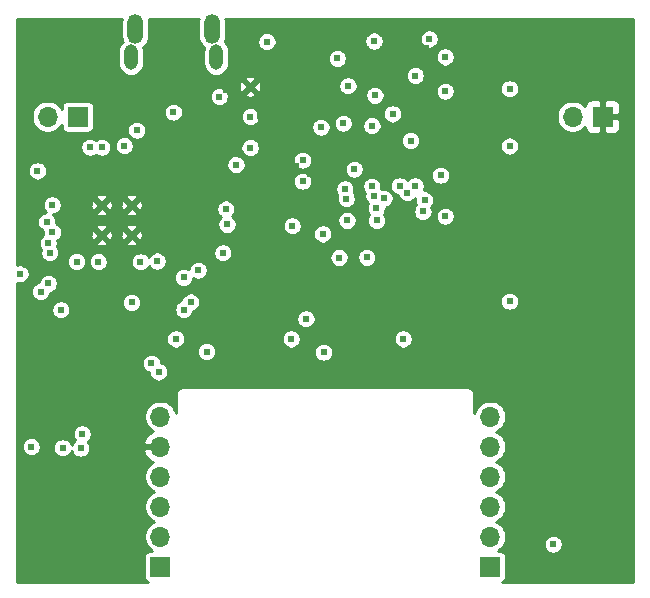
<source format=gbr>
G04 #@! TF.GenerationSoftware,KiCad,Pcbnew,5.1.10-88a1d61d58~88~ubuntu20.04.1*
G04 #@! TF.CreationDate,2021-06-15T20:39:54-04:00*
G04 #@! TF.ProjectId,oscope,6f73636f-7065-42e6-9b69-6361645f7063,rev?*
G04 #@! TF.SameCoordinates,PX3c8eee0PY31a8670*
G04 #@! TF.FileFunction,Copper,L4,Bot*
G04 #@! TF.FilePolarity,Positive*
%FSLAX46Y46*%
G04 Gerber Fmt 4.6, Leading zero omitted, Abs format (unit mm)*
G04 Created by KiCad (PCBNEW 5.1.10-88a1d61d58~88~ubuntu20.04.1) date 2021-06-15 20:39:54*
%MOMM*%
%LPD*%
G01*
G04 APERTURE LIST*
G04 #@! TA.AperFunction,ComponentPad*
%ADD10C,0.609600*%
G04 #@! TD*
G04 #@! TA.AperFunction,ComponentPad*
%ADD11O,1.160000X2.160000*%
G04 #@! TD*
G04 #@! TA.AperFunction,ComponentPad*
%ADD12O,1.320000X2.520000*%
G04 #@! TD*
G04 #@! TA.AperFunction,ComponentPad*
%ADD13O,1.700000X1.700000*%
G04 #@! TD*
G04 #@! TA.AperFunction,ComponentPad*
%ADD14R,1.700000X1.700000*%
G04 #@! TD*
G04 #@! TA.AperFunction,ViaPad*
%ADD15C,0.609600*%
G04 #@! TD*
G04 #@! TA.AperFunction,Conductor*
%ADD16C,0.254000*%
G04 #@! TD*
G04 #@! TA.AperFunction,Conductor*
%ADD17C,0.100000*%
G04 #@! TD*
G04 APERTURE END LIST*
D10*
X20320000Y-6350000D03*
D11*
X17458000Y-3860500D03*
X10228000Y-3860500D03*
D12*
X17098000Y-1460500D03*
X10588000Y-1460500D03*
D13*
X40640000Y-34290000D03*
X40640000Y-36830000D03*
X40640000Y-39370000D03*
X40640000Y-41910000D03*
X40640000Y-44450000D03*
D14*
X40640000Y-46990000D03*
X12700000Y-46990000D03*
D13*
X12700000Y-44450000D03*
X12700000Y-41910000D03*
X12700000Y-39370000D03*
X12700000Y-36830000D03*
X12700000Y-34290000D03*
D14*
X5715000Y-8890000D03*
D13*
X3175000Y-8890000D03*
X47625000Y-8890000D03*
D14*
X50165000Y-8890000D03*
D10*
X7747000Y-18923000D03*
X7747000Y-16383000D03*
X10287000Y-16383000D03*
X10287000Y-18923000D03*
D15*
X18237200Y-6629400D03*
X24206200Y-13106400D03*
X20193000Y-1752600D03*
X26289000Y-1752600D03*
X34264600Y-20650200D03*
X18719800Y-27279600D03*
X42265600Y-29844998D03*
X35179000Y-3073400D03*
X14986000Y-27686000D03*
X45847000Y-46990000D03*
X5969000Y-4445000D03*
X27584400Y-12446000D03*
X4394200Y-46177200D03*
X26543000Y-22860000D03*
X28752800Y-30327600D03*
X32638996Y-2362210D03*
X42265600Y-17653000D03*
X39293800Y-3048000D03*
X40640000Y-8712200D03*
X40640000Y-22174200D03*
X39319200Y-16510000D03*
X10820400Y-28067000D03*
X1320800Y-21488400D03*
X17145000Y-22783800D03*
X23901400Y-19761210D03*
X20396200Y-19761210D03*
X47548800Y-24511000D03*
X42291000Y-1930400D03*
X46685200Y-5207000D03*
X46685200Y-12700000D03*
X19558000Y-12141200D03*
X5283194Y-28194000D03*
X10414000Y-8483600D03*
X12547600Y-5130800D03*
X27815818Y-19195014D03*
X1778000Y-39370000D03*
X18084800Y-14401790D03*
X14256244Y-19407126D03*
X1320800Y-14147800D03*
X21132380Y-8863795D03*
X25349200Y-13766800D03*
X24028400Y-26035000D03*
X21742400Y-2540000D03*
X27686000Y-3962400D03*
X34290000Y-5410200D03*
X16637000Y-28778200D03*
X14020800Y-27711400D03*
X45974000Y-45085000D03*
X36830000Y-3835400D03*
X36830000Y-17322800D03*
X10287000Y-24612600D03*
X18008600Y-20421600D03*
X18262600Y-16713210D03*
X42291000Y-24511000D03*
X42291000Y-11379200D03*
X42291000Y-6527800D03*
X13817600Y-8509000D03*
X10718800Y-10033000D03*
X26466800Y-18821400D03*
X23876000Y-18135598D03*
X1778000Y-36830000D03*
X3098806Y-17805400D03*
X25044400Y-26009600D03*
X36449000Y-13843000D03*
X30810200Y-2489200D03*
X11963400Y-29768800D03*
X15925800Y-21894800D03*
X12573000Y-30505400D03*
X14681200Y-22504410D03*
X11033220Y-21176943D03*
X5629965Y-21169986D03*
X12459245Y-21120100D03*
X7456822Y-21171551D03*
X23799800Y-27711400D03*
X33274000Y-27711400D03*
X2311400Y-13487400D03*
X838200Y-22199600D03*
X4445000Y-36931600D03*
X2590804Y-23698200D03*
X5968997Y-36956997D03*
X3225810Y-23012400D03*
X6096000Y-35737800D03*
X4292600Y-25247600D03*
X32385000Y-8661400D03*
X30812545Y-15599425D03*
X15290800Y-24587200D03*
X30886500Y-7086500D03*
X30988000Y-16637000D03*
X34950400Y-16918425D03*
X33909000Y-10922000D03*
X31648401Y-15798800D03*
X35102800Y-15951200D03*
X14706600Y-25222200D03*
X24765000Y-12573000D03*
X24765000Y-14351006D03*
X20320000Y-8890000D03*
X20319316Y-11511072D03*
X26314400Y-9779000D03*
X19126200Y-12954000D03*
X9657400Y-11353053D03*
X28453833Y-15828154D03*
X7760447Y-11480800D03*
X28343976Y-14996359D03*
X28524200Y-17678400D03*
X6756400Y-11480800D03*
X3556000Y-16357600D03*
X18364200Y-18008590D03*
X34290000Y-14757400D03*
X3362577Y-20403003D03*
X33629600Y-15341600D03*
X3221701Y-19602489D03*
X32969200Y-14757400D03*
X3581400Y-18669000D03*
X28600400Y-6273800D03*
X36830000Y-6731022D03*
X31038800Y-17678400D03*
X28194000Y-9448801D03*
X30632400Y-9652000D03*
X30629759Y-14787196D03*
X29133804Y-13335000D03*
X26543000Y-28829000D03*
X17703800Y-7188200D03*
X35489353Y-2314929D03*
X30200600Y-20802600D03*
X27848719Y-20820637D03*
D16*
X9436900Y-631532D02*
X9420000Y-803123D01*
X9420000Y-2117876D01*
X9436900Y-2289467D01*
X9503688Y-2509636D01*
X9517735Y-2535917D01*
X9454947Y-2587446D01*
X9318985Y-2753115D01*
X9217957Y-2942126D01*
X9155743Y-3147215D01*
X9140000Y-3307054D01*
X9140000Y-4413945D01*
X9155743Y-4573784D01*
X9217956Y-4778873D01*
X9318984Y-4967885D01*
X9454946Y-5133554D01*
X9620615Y-5269516D01*
X9809626Y-5370544D01*
X10014715Y-5432757D01*
X10228000Y-5453764D01*
X10441284Y-5432757D01*
X10646373Y-5370544D01*
X10835385Y-5269516D01*
X11001054Y-5133554D01*
X11137016Y-4967885D01*
X11238044Y-4778874D01*
X11300257Y-4573785D01*
X11316000Y-4413946D01*
X11316000Y-3307054D01*
X11300257Y-3147215D01*
X11261329Y-3018888D01*
X11417897Y-2890397D01*
X11563855Y-2712546D01*
X11672312Y-2509637D01*
X11739100Y-2289468D01*
X11756000Y-2117877D01*
X11756000Y-803123D01*
X11739100Y-631532D01*
X11724378Y-583000D01*
X15961622Y-583000D01*
X15946900Y-631532D01*
X15930000Y-803123D01*
X15930000Y-2117876D01*
X15946900Y-2289467D01*
X16013688Y-2509636D01*
X16122145Y-2712545D01*
X16268103Y-2890397D01*
X16424671Y-3018889D01*
X16385743Y-3147215D01*
X16370000Y-3307054D01*
X16370000Y-4413945D01*
X16385743Y-4573784D01*
X16447956Y-4778873D01*
X16548984Y-4967885D01*
X16684946Y-5133554D01*
X16850615Y-5269516D01*
X17039626Y-5370544D01*
X17244715Y-5432757D01*
X17458000Y-5453764D01*
X17671284Y-5432757D01*
X17876373Y-5370544D01*
X17951953Y-5330146D01*
X33477200Y-5330146D01*
X33477200Y-5490254D01*
X33508435Y-5647285D01*
X33569706Y-5795205D01*
X33658657Y-5928330D01*
X33771870Y-6041543D01*
X33904995Y-6130494D01*
X34052915Y-6191765D01*
X34209946Y-6223000D01*
X34370054Y-6223000D01*
X34527085Y-6191765D01*
X34675005Y-6130494D01*
X34808130Y-6041543D01*
X34921343Y-5928330D01*
X35010294Y-5795205D01*
X35071565Y-5647285D01*
X35102800Y-5490254D01*
X35102800Y-5330146D01*
X35071565Y-5173115D01*
X35010294Y-5025195D01*
X34921343Y-4892070D01*
X34808130Y-4778857D01*
X34675005Y-4689906D01*
X34527085Y-4628635D01*
X34370054Y-4597400D01*
X34209946Y-4597400D01*
X34052915Y-4628635D01*
X33904995Y-4689906D01*
X33771870Y-4778857D01*
X33658657Y-4892070D01*
X33569706Y-5025195D01*
X33508435Y-5173115D01*
X33477200Y-5330146D01*
X17951953Y-5330146D01*
X18065385Y-5269516D01*
X18231054Y-5133554D01*
X18367016Y-4967885D01*
X18468044Y-4778874D01*
X18530257Y-4573785D01*
X18546000Y-4413946D01*
X18546000Y-3882346D01*
X26873200Y-3882346D01*
X26873200Y-4042454D01*
X26904435Y-4199485D01*
X26965706Y-4347405D01*
X27054657Y-4480530D01*
X27167870Y-4593743D01*
X27300995Y-4682694D01*
X27448915Y-4743965D01*
X27605946Y-4775200D01*
X27766054Y-4775200D01*
X27923085Y-4743965D01*
X28071005Y-4682694D01*
X28204130Y-4593743D01*
X28317343Y-4480530D01*
X28406294Y-4347405D01*
X28467565Y-4199485D01*
X28498800Y-4042454D01*
X28498800Y-3882346D01*
X28473539Y-3755346D01*
X36017200Y-3755346D01*
X36017200Y-3915454D01*
X36048435Y-4072485D01*
X36109706Y-4220405D01*
X36198657Y-4353530D01*
X36311870Y-4466743D01*
X36444995Y-4555694D01*
X36592915Y-4616965D01*
X36749946Y-4648200D01*
X36910054Y-4648200D01*
X37067085Y-4616965D01*
X37215005Y-4555694D01*
X37348130Y-4466743D01*
X37461343Y-4353530D01*
X37550294Y-4220405D01*
X37611565Y-4072485D01*
X37642800Y-3915454D01*
X37642800Y-3755346D01*
X37611565Y-3598315D01*
X37550294Y-3450395D01*
X37461343Y-3317270D01*
X37348130Y-3204057D01*
X37215005Y-3115106D01*
X37067085Y-3053835D01*
X36910054Y-3022600D01*
X36749946Y-3022600D01*
X36592915Y-3053835D01*
X36444995Y-3115106D01*
X36311870Y-3204057D01*
X36198657Y-3317270D01*
X36109706Y-3450395D01*
X36048435Y-3598315D01*
X36017200Y-3755346D01*
X28473539Y-3755346D01*
X28467565Y-3725315D01*
X28406294Y-3577395D01*
X28317343Y-3444270D01*
X28204130Y-3331057D01*
X28071005Y-3242106D01*
X27923085Y-3180835D01*
X27766054Y-3149600D01*
X27605946Y-3149600D01*
X27448915Y-3180835D01*
X27300995Y-3242106D01*
X27167870Y-3331057D01*
X27054657Y-3444270D01*
X26965706Y-3577395D01*
X26904435Y-3725315D01*
X26873200Y-3882346D01*
X18546000Y-3882346D01*
X18546000Y-3307054D01*
X18530257Y-3147215D01*
X18468044Y-2942126D01*
X18367016Y-2753115D01*
X18231054Y-2587446D01*
X18168265Y-2535916D01*
X18182312Y-2509637D01*
X18197385Y-2459946D01*
X20929600Y-2459946D01*
X20929600Y-2620054D01*
X20960835Y-2777085D01*
X21022106Y-2925005D01*
X21111057Y-3058130D01*
X21224270Y-3171343D01*
X21357395Y-3260294D01*
X21505315Y-3321565D01*
X21662346Y-3352800D01*
X21822454Y-3352800D01*
X21979485Y-3321565D01*
X22127405Y-3260294D01*
X22260530Y-3171343D01*
X22373743Y-3058130D01*
X22462694Y-2925005D01*
X22523965Y-2777085D01*
X22555200Y-2620054D01*
X22555200Y-2459946D01*
X22545096Y-2409146D01*
X29997400Y-2409146D01*
X29997400Y-2569254D01*
X30028635Y-2726285D01*
X30089906Y-2874205D01*
X30178857Y-3007330D01*
X30292070Y-3120543D01*
X30425195Y-3209494D01*
X30573115Y-3270765D01*
X30730146Y-3302000D01*
X30890254Y-3302000D01*
X31047285Y-3270765D01*
X31195205Y-3209494D01*
X31328330Y-3120543D01*
X31441543Y-3007330D01*
X31530494Y-2874205D01*
X31591765Y-2726285D01*
X31623000Y-2569254D01*
X31623000Y-2409146D01*
X31591765Y-2252115D01*
X31584624Y-2234875D01*
X34676553Y-2234875D01*
X34676553Y-2394983D01*
X34707788Y-2552014D01*
X34769059Y-2699934D01*
X34858010Y-2833059D01*
X34971223Y-2946272D01*
X35104348Y-3035223D01*
X35252268Y-3096494D01*
X35409299Y-3127729D01*
X35569407Y-3127729D01*
X35726438Y-3096494D01*
X35874358Y-3035223D01*
X36007483Y-2946272D01*
X36120696Y-2833059D01*
X36209647Y-2699934D01*
X36270918Y-2552014D01*
X36302153Y-2394983D01*
X36302153Y-2234875D01*
X36270918Y-2077844D01*
X36209647Y-1929924D01*
X36120696Y-1796799D01*
X36007483Y-1683586D01*
X35874358Y-1594635D01*
X35726438Y-1533364D01*
X35569407Y-1502129D01*
X35409299Y-1502129D01*
X35252268Y-1533364D01*
X35104348Y-1594635D01*
X34971223Y-1683586D01*
X34858010Y-1796799D01*
X34769059Y-1929924D01*
X34707788Y-2077844D01*
X34676553Y-2234875D01*
X31584624Y-2234875D01*
X31530494Y-2104195D01*
X31441543Y-1971070D01*
X31328330Y-1857857D01*
X31195205Y-1768906D01*
X31047285Y-1707635D01*
X30890254Y-1676400D01*
X30730146Y-1676400D01*
X30573115Y-1707635D01*
X30425195Y-1768906D01*
X30292070Y-1857857D01*
X30178857Y-1971070D01*
X30089906Y-2104195D01*
X30028635Y-2252115D01*
X29997400Y-2409146D01*
X22545096Y-2409146D01*
X22523965Y-2302915D01*
X22462694Y-2154995D01*
X22373743Y-2021870D01*
X22260530Y-1908657D01*
X22127405Y-1819706D01*
X21979485Y-1758435D01*
X21822454Y-1727200D01*
X21662346Y-1727200D01*
X21505315Y-1758435D01*
X21357395Y-1819706D01*
X21224270Y-1908657D01*
X21111057Y-2021870D01*
X21022106Y-2154995D01*
X20960835Y-2302915D01*
X20929600Y-2459946D01*
X18197385Y-2459946D01*
X18249100Y-2289468D01*
X18266000Y-2117877D01*
X18266000Y-803123D01*
X18249100Y-631532D01*
X18234378Y-583000D01*
X52757000Y-583000D01*
X52757001Y-48312000D01*
X41684028Y-48312000D01*
X41685343Y-48311601D01*
X41773595Y-48264429D01*
X41850948Y-48200948D01*
X41914429Y-48123595D01*
X41961601Y-48035343D01*
X41990649Y-47939585D01*
X42000457Y-47840000D01*
X42000457Y-46140000D01*
X41990649Y-46040415D01*
X41961601Y-45944657D01*
X41914429Y-45856405D01*
X41850948Y-45779052D01*
X41773595Y-45715571D01*
X41685343Y-45668399D01*
X41589585Y-45639351D01*
X41490000Y-45629543D01*
X41319025Y-45629543D01*
X41505675Y-45504828D01*
X41694828Y-45315675D01*
X41843444Y-45093254D01*
X41880022Y-45004946D01*
X45161200Y-45004946D01*
X45161200Y-45165054D01*
X45192435Y-45322085D01*
X45253706Y-45470005D01*
X45342657Y-45603130D01*
X45455870Y-45716343D01*
X45588995Y-45805294D01*
X45736915Y-45866565D01*
X45893946Y-45897800D01*
X46054054Y-45897800D01*
X46211085Y-45866565D01*
X46359005Y-45805294D01*
X46492130Y-45716343D01*
X46605343Y-45603130D01*
X46694294Y-45470005D01*
X46755565Y-45322085D01*
X46786800Y-45165054D01*
X46786800Y-45004946D01*
X46755565Y-44847915D01*
X46694294Y-44699995D01*
X46605343Y-44566870D01*
X46492130Y-44453657D01*
X46359005Y-44364706D01*
X46211085Y-44303435D01*
X46054054Y-44272200D01*
X45893946Y-44272200D01*
X45736915Y-44303435D01*
X45588995Y-44364706D01*
X45455870Y-44453657D01*
X45342657Y-44566870D01*
X45253706Y-44699995D01*
X45192435Y-44847915D01*
X45161200Y-45004946D01*
X41880022Y-45004946D01*
X41945813Y-44846114D01*
X41998000Y-44583751D01*
X41998000Y-44316249D01*
X41945813Y-44053886D01*
X41843444Y-43806746D01*
X41694828Y-43584325D01*
X41505675Y-43395172D01*
X41283254Y-43246556D01*
X41122574Y-43180000D01*
X41283254Y-43113444D01*
X41505675Y-42964828D01*
X41694828Y-42775675D01*
X41843444Y-42553254D01*
X41945813Y-42306114D01*
X41998000Y-42043751D01*
X41998000Y-41776249D01*
X41945813Y-41513886D01*
X41843444Y-41266746D01*
X41694828Y-41044325D01*
X41505675Y-40855172D01*
X41283254Y-40706556D01*
X41122574Y-40640000D01*
X41283254Y-40573444D01*
X41505675Y-40424828D01*
X41694828Y-40235675D01*
X41843444Y-40013254D01*
X41945813Y-39766114D01*
X41998000Y-39503751D01*
X41998000Y-39236249D01*
X41945813Y-38973886D01*
X41843444Y-38726746D01*
X41694828Y-38504325D01*
X41505675Y-38315172D01*
X41283254Y-38166556D01*
X41122574Y-38100000D01*
X41283254Y-38033444D01*
X41505675Y-37884828D01*
X41694828Y-37695675D01*
X41843444Y-37473254D01*
X41945813Y-37226114D01*
X41998000Y-36963751D01*
X41998000Y-36696249D01*
X41945813Y-36433886D01*
X41843444Y-36186746D01*
X41694828Y-35964325D01*
X41505675Y-35775172D01*
X41283254Y-35626556D01*
X41122574Y-35560000D01*
X41283254Y-35493444D01*
X41505675Y-35344828D01*
X41694828Y-35155675D01*
X41843444Y-34933254D01*
X41945813Y-34686114D01*
X41998000Y-34423751D01*
X41998000Y-34156249D01*
X41945813Y-33893886D01*
X41843444Y-33646746D01*
X41694828Y-33424325D01*
X41505675Y-33235172D01*
X41283254Y-33086556D01*
X41036114Y-32984187D01*
X40773751Y-32932000D01*
X40506249Y-32932000D01*
X40243886Y-32984187D01*
X39996746Y-33086556D01*
X39774325Y-33235172D01*
X39585172Y-33424325D01*
X39436556Y-33646746D01*
X39334187Y-33893886D01*
X39318000Y-33975264D01*
X39318000Y-32413633D01*
X39320820Y-32385000D01*
X39309564Y-32270712D01*
X39276227Y-32160816D01*
X39222092Y-32059536D01*
X39149237Y-31970763D01*
X39060464Y-31897908D01*
X38959184Y-31843773D01*
X38849288Y-31810436D01*
X38763633Y-31802000D01*
X38735000Y-31799180D01*
X38706367Y-31802000D01*
X14633633Y-31802000D01*
X14605000Y-31799180D01*
X14576367Y-31802000D01*
X14490712Y-31810436D01*
X14380816Y-31843773D01*
X14279536Y-31897908D01*
X14190763Y-31970763D01*
X14117908Y-32059536D01*
X14063773Y-32160816D01*
X14030436Y-32270712D01*
X14019180Y-32385000D01*
X14022000Y-32413633D01*
X14022000Y-33975264D01*
X14005813Y-33893886D01*
X13903444Y-33646746D01*
X13754828Y-33424325D01*
X13565675Y-33235172D01*
X13343254Y-33086556D01*
X13096114Y-32984187D01*
X12833751Y-32932000D01*
X12566249Y-32932000D01*
X12303886Y-32984187D01*
X12056746Y-33086556D01*
X11834325Y-33235172D01*
X11645172Y-33424325D01*
X11496556Y-33646746D01*
X11394187Y-33893886D01*
X11342000Y-34156249D01*
X11342000Y-34423751D01*
X11394187Y-34686114D01*
X11496556Y-34933254D01*
X11645172Y-35155675D01*
X11834325Y-35344828D01*
X12056389Y-35493205D01*
X11818645Y-35634822D01*
X11602412Y-35829731D01*
X11428359Y-36063080D01*
X11303175Y-36325901D01*
X11258524Y-36473110D01*
X11379845Y-36703000D01*
X12573000Y-36703000D01*
X12573000Y-36683000D01*
X12827000Y-36683000D01*
X12827000Y-36703000D01*
X12847000Y-36703000D01*
X12847000Y-36957000D01*
X12827000Y-36957000D01*
X12827000Y-36977000D01*
X12573000Y-36977000D01*
X12573000Y-36957000D01*
X11379845Y-36957000D01*
X11258524Y-37186890D01*
X11303175Y-37334099D01*
X11428359Y-37596920D01*
X11602412Y-37830269D01*
X11818645Y-38025178D01*
X12056389Y-38166795D01*
X11834325Y-38315172D01*
X11645172Y-38504325D01*
X11496556Y-38726746D01*
X11394187Y-38973886D01*
X11342000Y-39236249D01*
X11342000Y-39503751D01*
X11394187Y-39766114D01*
X11496556Y-40013254D01*
X11645172Y-40235675D01*
X11834325Y-40424828D01*
X12056746Y-40573444D01*
X12217426Y-40640000D01*
X12056746Y-40706556D01*
X11834325Y-40855172D01*
X11645172Y-41044325D01*
X11496556Y-41266746D01*
X11394187Y-41513886D01*
X11342000Y-41776249D01*
X11342000Y-42043751D01*
X11394187Y-42306114D01*
X11496556Y-42553254D01*
X11645172Y-42775675D01*
X11834325Y-42964828D01*
X12056746Y-43113444D01*
X12217426Y-43180000D01*
X12056746Y-43246556D01*
X11834325Y-43395172D01*
X11645172Y-43584325D01*
X11496556Y-43806746D01*
X11394187Y-44053886D01*
X11342000Y-44316249D01*
X11342000Y-44583751D01*
X11394187Y-44846114D01*
X11496556Y-45093254D01*
X11645172Y-45315675D01*
X11834325Y-45504828D01*
X12020975Y-45629543D01*
X11850000Y-45629543D01*
X11750415Y-45639351D01*
X11654657Y-45668399D01*
X11566405Y-45715571D01*
X11489052Y-45779052D01*
X11425571Y-45856405D01*
X11378399Y-45944657D01*
X11349351Y-46040415D01*
X11339543Y-46140000D01*
X11339543Y-47840000D01*
X11349351Y-47939585D01*
X11378399Y-48035343D01*
X11425571Y-48123595D01*
X11489052Y-48200948D01*
X11566405Y-48264429D01*
X11654657Y-48311601D01*
X11655972Y-48312000D01*
X583000Y-48312000D01*
X583000Y-36749946D01*
X965200Y-36749946D01*
X965200Y-36910054D01*
X996435Y-37067085D01*
X1057706Y-37215005D01*
X1146657Y-37348130D01*
X1259870Y-37461343D01*
X1392995Y-37550294D01*
X1540915Y-37611565D01*
X1697946Y-37642800D01*
X1858054Y-37642800D01*
X2015085Y-37611565D01*
X2163005Y-37550294D01*
X2296130Y-37461343D01*
X2409343Y-37348130D01*
X2498294Y-37215005D01*
X2559565Y-37067085D01*
X2590800Y-36910054D01*
X2590800Y-36851546D01*
X3632200Y-36851546D01*
X3632200Y-37011654D01*
X3663435Y-37168685D01*
X3724706Y-37316605D01*
X3813657Y-37449730D01*
X3926870Y-37562943D01*
X4059995Y-37651894D01*
X4207915Y-37713165D01*
X4364946Y-37744400D01*
X4525054Y-37744400D01*
X4682085Y-37713165D01*
X4830005Y-37651894D01*
X4963130Y-37562943D01*
X5076343Y-37449730D01*
X5165294Y-37316605D01*
X5201739Y-37228621D01*
X5248703Y-37342002D01*
X5337654Y-37475127D01*
X5450867Y-37588340D01*
X5583992Y-37677291D01*
X5731912Y-37738562D01*
X5888943Y-37769797D01*
X6049051Y-37769797D01*
X6206082Y-37738562D01*
X6354002Y-37677291D01*
X6487127Y-37588340D01*
X6600340Y-37475127D01*
X6689291Y-37342002D01*
X6750562Y-37194082D01*
X6781797Y-37037051D01*
X6781797Y-36876943D01*
X6750562Y-36719912D01*
X6689291Y-36571992D01*
X6600340Y-36438867D01*
X6564067Y-36402594D01*
X6614130Y-36369143D01*
X6727343Y-36255930D01*
X6816294Y-36122805D01*
X6877565Y-35974885D01*
X6908800Y-35817854D01*
X6908800Y-35657746D01*
X6877565Y-35500715D01*
X6816294Y-35352795D01*
X6727343Y-35219670D01*
X6614130Y-35106457D01*
X6481005Y-35017506D01*
X6333085Y-34956235D01*
X6176054Y-34925000D01*
X6015946Y-34925000D01*
X5858915Y-34956235D01*
X5710995Y-35017506D01*
X5577870Y-35106457D01*
X5464657Y-35219670D01*
X5375706Y-35352795D01*
X5314435Y-35500715D01*
X5283200Y-35657746D01*
X5283200Y-35817854D01*
X5314435Y-35974885D01*
X5375706Y-36122805D01*
X5464657Y-36255930D01*
X5500930Y-36292203D01*
X5450867Y-36325654D01*
X5337654Y-36438867D01*
X5248703Y-36571992D01*
X5212258Y-36659976D01*
X5165294Y-36546595D01*
X5076343Y-36413470D01*
X4963130Y-36300257D01*
X4830005Y-36211306D01*
X4682085Y-36150035D01*
X4525054Y-36118800D01*
X4364946Y-36118800D01*
X4207915Y-36150035D01*
X4059995Y-36211306D01*
X3926870Y-36300257D01*
X3813657Y-36413470D01*
X3724706Y-36546595D01*
X3663435Y-36694515D01*
X3632200Y-36851546D01*
X2590800Y-36851546D01*
X2590800Y-36749946D01*
X2559565Y-36592915D01*
X2498294Y-36444995D01*
X2409343Y-36311870D01*
X2296130Y-36198657D01*
X2163005Y-36109706D01*
X2015085Y-36048435D01*
X1858054Y-36017200D01*
X1697946Y-36017200D01*
X1540915Y-36048435D01*
X1392995Y-36109706D01*
X1259870Y-36198657D01*
X1146657Y-36311870D01*
X1057706Y-36444995D01*
X996435Y-36592915D01*
X965200Y-36749946D01*
X583000Y-36749946D01*
X583000Y-29688746D01*
X11150600Y-29688746D01*
X11150600Y-29848854D01*
X11181835Y-30005885D01*
X11243106Y-30153805D01*
X11332057Y-30286930D01*
X11445270Y-30400143D01*
X11578395Y-30489094D01*
X11726315Y-30550365D01*
X11760200Y-30557105D01*
X11760200Y-30585454D01*
X11791435Y-30742485D01*
X11852706Y-30890405D01*
X11941657Y-31023530D01*
X12054870Y-31136743D01*
X12187995Y-31225694D01*
X12335915Y-31286965D01*
X12492946Y-31318200D01*
X12653054Y-31318200D01*
X12810085Y-31286965D01*
X12958005Y-31225694D01*
X13091130Y-31136743D01*
X13204343Y-31023530D01*
X13293294Y-30890405D01*
X13354565Y-30742485D01*
X13385800Y-30585454D01*
X13385800Y-30425346D01*
X13354565Y-30268315D01*
X13293294Y-30120395D01*
X13204343Y-29987270D01*
X13091130Y-29874057D01*
X12958005Y-29785106D01*
X12810085Y-29723835D01*
X12776200Y-29717095D01*
X12776200Y-29688746D01*
X12744965Y-29531715D01*
X12683694Y-29383795D01*
X12594743Y-29250670D01*
X12481530Y-29137457D01*
X12348405Y-29048506D01*
X12200485Y-28987235D01*
X12043454Y-28956000D01*
X11883346Y-28956000D01*
X11726315Y-28987235D01*
X11578395Y-29048506D01*
X11445270Y-29137457D01*
X11332057Y-29250670D01*
X11243106Y-29383795D01*
X11181835Y-29531715D01*
X11150600Y-29688746D01*
X583000Y-29688746D01*
X583000Y-28698146D01*
X15824200Y-28698146D01*
X15824200Y-28858254D01*
X15855435Y-29015285D01*
X15916706Y-29163205D01*
X16005657Y-29296330D01*
X16118870Y-29409543D01*
X16251995Y-29498494D01*
X16399915Y-29559765D01*
X16556946Y-29591000D01*
X16717054Y-29591000D01*
X16874085Y-29559765D01*
X17022005Y-29498494D01*
X17155130Y-29409543D01*
X17268343Y-29296330D01*
X17357294Y-29163205D01*
X17418565Y-29015285D01*
X17449800Y-28858254D01*
X17449800Y-28748946D01*
X25730200Y-28748946D01*
X25730200Y-28909054D01*
X25761435Y-29066085D01*
X25822706Y-29214005D01*
X25911657Y-29347130D01*
X26024870Y-29460343D01*
X26157995Y-29549294D01*
X26305915Y-29610565D01*
X26462946Y-29641800D01*
X26623054Y-29641800D01*
X26780085Y-29610565D01*
X26928005Y-29549294D01*
X27061130Y-29460343D01*
X27174343Y-29347130D01*
X27263294Y-29214005D01*
X27324565Y-29066085D01*
X27355800Y-28909054D01*
X27355800Y-28748946D01*
X27324565Y-28591915D01*
X27263294Y-28443995D01*
X27174343Y-28310870D01*
X27061130Y-28197657D01*
X26928005Y-28108706D01*
X26780085Y-28047435D01*
X26623054Y-28016200D01*
X26462946Y-28016200D01*
X26305915Y-28047435D01*
X26157995Y-28108706D01*
X26024870Y-28197657D01*
X25911657Y-28310870D01*
X25822706Y-28443995D01*
X25761435Y-28591915D01*
X25730200Y-28748946D01*
X17449800Y-28748946D01*
X17449800Y-28698146D01*
X17418565Y-28541115D01*
X17357294Y-28393195D01*
X17268343Y-28260070D01*
X17155130Y-28146857D01*
X17022005Y-28057906D01*
X16874085Y-27996635D01*
X16717054Y-27965400D01*
X16556946Y-27965400D01*
X16399915Y-27996635D01*
X16251995Y-28057906D01*
X16118870Y-28146857D01*
X16005657Y-28260070D01*
X15916706Y-28393195D01*
X15855435Y-28541115D01*
X15824200Y-28698146D01*
X583000Y-28698146D01*
X583000Y-27631346D01*
X13208000Y-27631346D01*
X13208000Y-27791454D01*
X13239235Y-27948485D01*
X13300506Y-28096405D01*
X13389457Y-28229530D01*
X13502670Y-28342743D01*
X13635795Y-28431694D01*
X13783715Y-28492965D01*
X13940746Y-28524200D01*
X14100854Y-28524200D01*
X14257885Y-28492965D01*
X14405805Y-28431694D01*
X14538930Y-28342743D01*
X14652143Y-28229530D01*
X14741094Y-28096405D01*
X14802365Y-27948485D01*
X14833600Y-27791454D01*
X14833600Y-27631346D01*
X22987000Y-27631346D01*
X22987000Y-27791454D01*
X23018235Y-27948485D01*
X23079506Y-28096405D01*
X23168457Y-28229530D01*
X23281670Y-28342743D01*
X23414795Y-28431694D01*
X23562715Y-28492965D01*
X23719746Y-28524200D01*
X23879854Y-28524200D01*
X24036885Y-28492965D01*
X24184805Y-28431694D01*
X24317930Y-28342743D01*
X24431143Y-28229530D01*
X24520094Y-28096405D01*
X24581365Y-27948485D01*
X24612600Y-27791454D01*
X24612600Y-27631346D01*
X32461200Y-27631346D01*
X32461200Y-27791454D01*
X32492435Y-27948485D01*
X32553706Y-28096405D01*
X32642657Y-28229530D01*
X32755870Y-28342743D01*
X32888995Y-28431694D01*
X33036915Y-28492965D01*
X33193946Y-28524200D01*
X33354054Y-28524200D01*
X33511085Y-28492965D01*
X33659005Y-28431694D01*
X33792130Y-28342743D01*
X33905343Y-28229530D01*
X33994294Y-28096405D01*
X34055565Y-27948485D01*
X34086800Y-27791454D01*
X34086800Y-27631346D01*
X34055565Y-27474315D01*
X33994294Y-27326395D01*
X33905343Y-27193270D01*
X33792130Y-27080057D01*
X33659005Y-26991106D01*
X33511085Y-26929835D01*
X33354054Y-26898600D01*
X33193946Y-26898600D01*
X33036915Y-26929835D01*
X32888995Y-26991106D01*
X32755870Y-27080057D01*
X32642657Y-27193270D01*
X32553706Y-27326395D01*
X32492435Y-27474315D01*
X32461200Y-27631346D01*
X24612600Y-27631346D01*
X24581365Y-27474315D01*
X24520094Y-27326395D01*
X24431143Y-27193270D01*
X24317930Y-27080057D01*
X24184805Y-26991106D01*
X24036885Y-26929835D01*
X23879854Y-26898600D01*
X23719746Y-26898600D01*
X23562715Y-26929835D01*
X23414795Y-26991106D01*
X23281670Y-27080057D01*
X23168457Y-27193270D01*
X23079506Y-27326395D01*
X23018235Y-27474315D01*
X22987000Y-27631346D01*
X14833600Y-27631346D01*
X14802365Y-27474315D01*
X14741094Y-27326395D01*
X14652143Y-27193270D01*
X14538930Y-27080057D01*
X14405805Y-26991106D01*
X14257885Y-26929835D01*
X14100854Y-26898600D01*
X13940746Y-26898600D01*
X13783715Y-26929835D01*
X13635795Y-26991106D01*
X13502670Y-27080057D01*
X13389457Y-27193270D01*
X13300506Y-27326395D01*
X13239235Y-27474315D01*
X13208000Y-27631346D01*
X583000Y-27631346D01*
X583000Y-25167546D01*
X3479800Y-25167546D01*
X3479800Y-25327654D01*
X3511035Y-25484685D01*
X3572306Y-25632605D01*
X3661257Y-25765730D01*
X3774470Y-25878943D01*
X3907595Y-25967894D01*
X4055515Y-26029165D01*
X4212546Y-26060400D01*
X4372654Y-26060400D01*
X4529685Y-26029165D01*
X4677605Y-25967894D01*
X4810730Y-25878943D01*
X4923943Y-25765730D01*
X5012894Y-25632605D01*
X5074165Y-25484685D01*
X5105400Y-25327654D01*
X5105400Y-25167546D01*
X5074165Y-25010515D01*
X5012894Y-24862595D01*
X4923943Y-24729470D01*
X4810730Y-24616257D01*
X4685448Y-24532546D01*
X9474200Y-24532546D01*
X9474200Y-24692654D01*
X9505435Y-24849685D01*
X9566706Y-24997605D01*
X9655657Y-25130730D01*
X9768870Y-25243943D01*
X9901995Y-25332894D01*
X10049915Y-25394165D01*
X10206946Y-25425400D01*
X10367054Y-25425400D01*
X10524085Y-25394165D01*
X10672005Y-25332894D01*
X10805130Y-25243943D01*
X10906927Y-25142146D01*
X13893800Y-25142146D01*
X13893800Y-25302254D01*
X13925035Y-25459285D01*
X13986306Y-25607205D01*
X14075257Y-25740330D01*
X14188470Y-25853543D01*
X14321595Y-25942494D01*
X14469515Y-26003765D01*
X14626546Y-26035000D01*
X14786654Y-26035000D01*
X14943685Y-26003765D01*
X15091605Y-25942494D01*
X15110983Y-25929546D01*
X24231600Y-25929546D01*
X24231600Y-26089654D01*
X24262835Y-26246685D01*
X24324106Y-26394605D01*
X24413057Y-26527730D01*
X24526270Y-26640943D01*
X24659395Y-26729894D01*
X24807315Y-26791165D01*
X24964346Y-26822400D01*
X25124454Y-26822400D01*
X25281485Y-26791165D01*
X25429405Y-26729894D01*
X25562530Y-26640943D01*
X25675743Y-26527730D01*
X25764694Y-26394605D01*
X25825965Y-26246685D01*
X25857200Y-26089654D01*
X25857200Y-25929546D01*
X25825965Y-25772515D01*
X25764694Y-25624595D01*
X25675743Y-25491470D01*
X25562530Y-25378257D01*
X25429405Y-25289306D01*
X25281485Y-25228035D01*
X25124454Y-25196800D01*
X24964346Y-25196800D01*
X24807315Y-25228035D01*
X24659395Y-25289306D01*
X24526270Y-25378257D01*
X24413057Y-25491470D01*
X24324106Y-25624595D01*
X24262835Y-25772515D01*
X24231600Y-25929546D01*
X15110983Y-25929546D01*
X15224730Y-25853543D01*
X15337943Y-25740330D01*
X15426894Y-25607205D01*
X15488165Y-25459285D01*
X15505276Y-25373262D01*
X15527885Y-25368765D01*
X15675805Y-25307494D01*
X15808930Y-25218543D01*
X15922143Y-25105330D01*
X16011094Y-24972205D01*
X16072365Y-24824285D01*
X16103600Y-24667254D01*
X16103600Y-24507146D01*
X16088444Y-24430946D01*
X41478200Y-24430946D01*
X41478200Y-24591054D01*
X41509435Y-24748085D01*
X41570706Y-24896005D01*
X41659657Y-25029130D01*
X41772870Y-25142343D01*
X41905995Y-25231294D01*
X42053915Y-25292565D01*
X42210946Y-25323800D01*
X42371054Y-25323800D01*
X42528085Y-25292565D01*
X42676005Y-25231294D01*
X42809130Y-25142343D01*
X42922343Y-25029130D01*
X43011294Y-24896005D01*
X43072565Y-24748085D01*
X43103800Y-24591054D01*
X43103800Y-24430946D01*
X43072565Y-24273915D01*
X43011294Y-24125995D01*
X42922343Y-23992870D01*
X42809130Y-23879657D01*
X42676005Y-23790706D01*
X42528085Y-23729435D01*
X42371054Y-23698200D01*
X42210946Y-23698200D01*
X42053915Y-23729435D01*
X41905995Y-23790706D01*
X41772870Y-23879657D01*
X41659657Y-23992870D01*
X41570706Y-24125995D01*
X41509435Y-24273915D01*
X41478200Y-24430946D01*
X16088444Y-24430946D01*
X16072365Y-24350115D01*
X16011094Y-24202195D01*
X15922143Y-24069070D01*
X15808930Y-23955857D01*
X15675805Y-23866906D01*
X15527885Y-23805635D01*
X15370854Y-23774400D01*
X15210746Y-23774400D01*
X15053715Y-23805635D01*
X14905795Y-23866906D01*
X14772670Y-23955857D01*
X14659457Y-24069070D01*
X14570506Y-24202195D01*
X14509235Y-24350115D01*
X14492124Y-24436138D01*
X14469515Y-24440635D01*
X14321595Y-24501906D01*
X14188470Y-24590857D01*
X14075257Y-24704070D01*
X13986306Y-24837195D01*
X13925035Y-24985115D01*
X13893800Y-25142146D01*
X10906927Y-25142146D01*
X10918343Y-25130730D01*
X11007294Y-24997605D01*
X11068565Y-24849685D01*
X11099800Y-24692654D01*
X11099800Y-24532546D01*
X11068565Y-24375515D01*
X11007294Y-24227595D01*
X10918343Y-24094470D01*
X10805130Y-23981257D01*
X10672005Y-23892306D01*
X10524085Y-23831035D01*
X10367054Y-23799800D01*
X10206946Y-23799800D01*
X10049915Y-23831035D01*
X9901995Y-23892306D01*
X9768870Y-23981257D01*
X9655657Y-24094470D01*
X9566706Y-24227595D01*
X9505435Y-24375515D01*
X9474200Y-24532546D01*
X4685448Y-24532546D01*
X4677605Y-24527306D01*
X4529685Y-24466035D01*
X4372654Y-24434800D01*
X4212546Y-24434800D01*
X4055515Y-24466035D01*
X3907595Y-24527306D01*
X3774470Y-24616257D01*
X3661257Y-24729470D01*
X3572306Y-24862595D01*
X3511035Y-25010515D01*
X3479800Y-25167546D01*
X583000Y-25167546D01*
X583000Y-23618146D01*
X1778004Y-23618146D01*
X1778004Y-23778254D01*
X1809239Y-23935285D01*
X1870510Y-24083205D01*
X1959461Y-24216330D01*
X2072674Y-24329543D01*
X2205799Y-24418494D01*
X2353719Y-24479765D01*
X2510750Y-24511000D01*
X2670858Y-24511000D01*
X2827889Y-24479765D01*
X2975809Y-24418494D01*
X3108934Y-24329543D01*
X3222147Y-24216330D01*
X3311098Y-24083205D01*
X3372369Y-23935285D01*
X3397908Y-23806892D01*
X3462895Y-23793965D01*
X3610815Y-23732694D01*
X3743940Y-23643743D01*
X3857153Y-23530530D01*
X3946104Y-23397405D01*
X4007375Y-23249485D01*
X4038610Y-23092454D01*
X4038610Y-22932346D01*
X4007375Y-22775315D01*
X3946104Y-22627395D01*
X3857153Y-22494270D01*
X3787239Y-22424356D01*
X13868400Y-22424356D01*
X13868400Y-22584464D01*
X13899635Y-22741495D01*
X13960906Y-22889415D01*
X14049857Y-23022540D01*
X14163070Y-23135753D01*
X14296195Y-23224704D01*
X14444115Y-23285975D01*
X14601146Y-23317210D01*
X14761254Y-23317210D01*
X14918285Y-23285975D01*
X15066205Y-23224704D01*
X15199330Y-23135753D01*
X15312543Y-23022540D01*
X15401494Y-22889415D01*
X15462765Y-22741495D01*
X15494000Y-22584464D01*
X15494000Y-22583827D01*
X15540795Y-22615094D01*
X15688715Y-22676365D01*
X15845746Y-22707600D01*
X16005854Y-22707600D01*
X16162885Y-22676365D01*
X16310805Y-22615094D01*
X16443930Y-22526143D01*
X16557143Y-22412930D01*
X16646094Y-22279805D01*
X16707365Y-22131885D01*
X16738600Y-21974854D01*
X16738600Y-21814746D01*
X16707365Y-21657715D01*
X16646094Y-21509795D01*
X16557143Y-21376670D01*
X16443930Y-21263457D01*
X16310805Y-21174506D01*
X16162885Y-21113235D01*
X16005854Y-21082000D01*
X15845746Y-21082000D01*
X15688715Y-21113235D01*
X15540795Y-21174506D01*
X15407670Y-21263457D01*
X15294457Y-21376670D01*
X15205506Y-21509795D01*
X15144235Y-21657715D01*
X15113000Y-21814746D01*
X15113000Y-21815383D01*
X15066205Y-21784116D01*
X14918285Y-21722845D01*
X14761254Y-21691610D01*
X14601146Y-21691610D01*
X14444115Y-21722845D01*
X14296195Y-21784116D01*
X14163070Y-21873067D01*
X14049857Y-21986280D01*
X13960906Y-22119405D01*
X13899635Y-22267325D01*
X13868400Y-22424356D01*
X3787239Y-22424356D01*
X3743940Y-22381057D01*
X3610815Y-22292106D01*
X3462895Y-22230835D01*
X3305864Y-22199600D01*
X3145756Y-22199600D01*
X2988725Y-22230835D01*
X2840805Y-22292106D01*
X2707680Y-22381057D01*
X2594467Y-22494270D01*
X2505516Y-22627395D01*
X2444245Y-22775315D01*
X2418706Y-22903708D01*
X2353719Y-22916635D01*
X2205799Y-22977906D01*
X2072674Y-23066857D01*
X1959461Y-23180070D01*
X1870510Y-23313195D01*
X1809239Y-23461115D01*
X1778004Y-23618146D01*
X583000Y-23618146D01*
X583000Y-22973661D01*
X601115Y-22981165D01*
X758146Y-23012400D01*
X918254Y-23012400D01*
X1075285Y-22981165D01*
X1223205Y-22919894D01*
X1356330Y-22830943D01*
X1469543Y-22717730D01*
X1558494Y-22584605D01*
X1619765Y-22436685D01*
X1651000Y-22279654D01*
X1651000Y-22119546D01*
X1619765Y-21962515D01*
X1558494Y-21814595D01*
X1469543Y-21681470D01*
X1356330Y-21568257D01*
X1223205Y-21479306D01*
X1075285Y-21418035D01*
X918254Y-21386800D01*
X758146Y-21386800D01*
X601115Y-21418035D01*
X583000Y-21425539D01*
X583000Y-17725346D01*
X2286006Y-17725346D01*
X2286006Y-17885454D01*
X2317241Y-18042485D01*
X2378512Y-18190405D01*
X2467463Y-18323530D01*
X2580676Y-18436743D01*
X2713801Y-18525694D01*
X2776052Y-18551480D01*
X2768600Y-18588946D01*
X2768600Y-18749054D01*
X2799835Y-18906085D01*
X2800075Y-18906664D01*
X2703571Y-18971146D01*
X2590358Y-19084359D01*
X2501407Y-19217484D01*
X2440136Y-19365404D01*
X2408901Y-19522435D01*
X2408901Y-19682543D01*
X2440136Y-19839574D01*
X2501407Y-19987494D01*
X2590358Y-20120619D01*
X2597017Y-20127278D01*
X2581012Y-20165918D01*
X2549777Y-20322949D01*
X2549777Y-20483057D01*
X2581012Y-20640088D01*
X2642283Y-20788008D01*
X2731234Y-20921133D01*
X2844447Y-21034346D01*
X2977572Y-21123297D01*
X3125492Y-21184568D01*
X3282523Y-21215803D01*
X3442631Y-21215803D01*
X3599662Y-21184568D01*
X3747582Y-21123297D01*
X3797516Y-21089932D01*
X4817165Y-21089932D01*
X4817165Y-21250040D01*
X4848400Y-21407071D01*
X4909671Y-21554991D01*
X4998622Y-21688116D01*
X5111835Y-21801329D01*
X5244960Y-21890280D01*
X5392880Y-21951551D01*
X5549911Y-21982786D01*
X5710019Y-21982786D01*
X5867050Y-21951551D01*
X6014970Y-21890280D01*
X6148095Y-21801329D01*
X6261308Y-21688116D01*
X6350259Y-21554991D01*
X6411530Y-21407071D01*
X6442765Y-21250040D01*
X6442765Y-21091497D01*
X6644022Y-21091497D01*
X6644022Y-21251605D01*
X6675257Y-21408636D01*
X6736528Y-21556556D01*
X6825479Y-21689681D01*
X6938692Y-21802894D01*
X7071817Y-21891845D01*
X7219737Y-21953116D01*
X7376768Y-21984351D01*
X7536876Y-21984351D01*
X7693907Y-21953116D01*
X7841827Y-21891845D01*
X7974952Y-21802894D01*
X8088165Y-21689681D01*
X8177116Y-21556556D01*
X8238387Y-21408636D01*
X8269622Y-21251605D01*
X8269622Y-21096889D01*
X10220420Y-21096889D01*
X10220420Y-21256997D01*
X10251655Y-21414028D01*
X10312926Y-21561948D01*
X10401877Y-21695073D01*
X10515090Y-21808286D01*
X10648215Y-21897237D01*
X10796135Y-21958508D01*
X10953166Y-21989743D01*
X11113274Y-21989743D01*
X11270305Y-21958508D01*
X11418225Y-21897237D01*
X11551350Y-21808286D01*
X11664563Y-21695073D01*
X11753514Y-21561948D01*
X11762476Y-21540312D01*
X11827902Y-21638230D01*
X11941115Y-21751443D01*
X12074240Y-21840394D01*
X12222160Y-21901665D01*
X12379191Y-21932900D01*
X12539299Y-21932900D01*
X12696330Y-21901665D01*
X12844250Y-21840394D01*
X12977375Y-21751443D01*
X13090588Y-21638230D01*
X13179539Y-21505105D01*
X13240810Y-21357185D01*
X13272045Y-21200154D01*
X13272045Y-21040046D01*
X13240810Y-20883015D01*
X13179539Y-20735095D01*
X13090588Y-20601970D01*
X12977375Y-20488757D01*
X12844250Y-20399806D01*
X12703600Y-20341546D01*
X17195800Y-20341546D01*
X17195800Y-20501654D01*
X17227035Y-20658685D01*
X17288306Y-20806605D01*
X17377257Y-20939730D01*
X17490470Y-21052943D01*
X17623595Y-21141894D01*
X17771515Y-21203165D01*
X17928546Y-21234400D01*
X18088654Y-21234400D01*
X18245685Y-21203165D01*
X18393605Y-21141894D01*
X18526730Y-21052943D01*
X18639943Y-20939730D01*
X18728894Y-20806605D01*
X18756241Y-20740583D01*
X27035919Y-20740583D01*
X27035919Y-20900691D01*
X27067154Y-21057722D01*
X27128425Y-21205642D01*
X27217376Y-21338767D01*
X27330589Y-21451980D01*
X27463714Y-21540931D01*
X27611634Y-21602202D01*
X27768665Y-21633437D01*
X27928773Y-21633437D01*
X28085804Y-21602202D01*
X28233724Y-21540931D01*
X28366849Y-21451980D01*
X28480062Y-21338767D01*
X28569013Y-21205642D01*
X28630284Y-21057722D01*
X28661519Y-20900691D01*
X28661519Y-20740583D01*
X28657932Y-20722546D01*
X29387800Y-20722546D01*
X29387800Y-20882654D01*
X29419035Y-21039685D01*
X29480306Y-21187605D01*
X29569257Y-21320730D01*
X29682470Y-21433943D01*
X29815595Y-21522894D01*
X29963515Y-21584165D01*
X30120546Y-21615400D01*
X30280654Y-21615400D01*
X30437685Y-21584165D01*
X30585605Y-21522894D01*
X30718730Y-21433943D01*
X30831943Y-21320730D01*
X30920894Y-21187605D01*
X30982165Y-21039685D01*
X31013400Y-20882654D01*
X31013400Y-20722546D01*
X30982165Y-20565515D01*
X30920894Y-20417595D01*
X30831943Y-20284470D01*
X30718730Y-20171257D01*
X30585605Y-20082306D01*
X30437685Y-20021035D01*
X30280654Y-19989800D01*
X30120546Y-19989800D01*
X29963515Y-20021035D01*
X29815595Y-20082306D01*
X29682470Y-20171257D01*
X29569257Y-20284470D01*
X29480306Y-20417595D01*
X29419035Y-20565515D01*
X29387800Y-20722546D01*
X28657932Y-20722546D01*
X28630284Y-20583552D01*
X28569013Y-20435632D01*
X28480062Y-20302507D01*
X28366849Y-20189294D01*
X28233724Y-20100343D01*
X28085804Y-20039072D01*
X27928773Y-20007837D01*
X27768665Y-20007837D01*
X27611634Y-20039072D01*
X27463714Y-20100343D01*
X27330589Y-20189294D01*
X27217376Y-20302507D01*
X27128425Y-20435632D01*
X27067154Y-20583552D01*
X27035919Y-20740583D01*
X18756241Y-20740583D01*
X18790165Y-20658685D01*
X18821400Y-20501654D01*
X18821400Y-20341546D01*
X18790165Y-20184515D01*
X18728894Y-20036595D01*
X18639943Y-19903470D01*
X18526730Y-19790257D01*
X18393605Y-19701306D01*
X18245685Y-19640035D01*
X18088654Y-19608800D01*
X17928546Y-19608800D01*
X17771515Y-19640035D01*
X17623595Y-19701306D01*
X17490470Y-19790257D01*
X17377257Y-19903470D01*
X17288306Y-20036595D01*
X17227035Y-20184515D01*
X17195800Y-20341546D01*
X12703600Y-20341546D01*
X12696330Y-20338535D01*
X12539299Y-20307300D01*
X12379191Y-20307300D01*
X12222160Y-20338535D01*
X12074240Y-20399806D01*
X11941115Y-20488757D01*
X11827902Y-20601970D01*
X11738951Y-20735095D01*
X11729989Y-20756731D01*
X11664563Y-20658813D01*
X11551350Y-20545600D01*
X11418225Y-20456649D01*
X11270305Y-20395378D01*
X11113274Y-20364143D01*
X10953166Y-20364143D01*
X10796135Y-20395378D01*
X10648215Y-20456649D01*
X10515090Y-20545600D01*
X10401877Y-20658813D01*
X10312926Y-20791938D01*
X10251655Y-20939858D01*
X10220420Y-21096889D01*
X8269622Y-21096889D01*
X8269622Y-21091497D01*
X8238387Y-20934466D01*
X8177116Y-20786546D01*
X8088165Y-20653421D01*
X7974952Y-20540208D01*
X7841827Y-20451257D01*
X7693907Y-20389986D01*
X7536876Y-20358751D01*
X7376768Y-20358751D01*
X7219737Y-20389986D01*
X7071817Y-20451257D01*
X6938692Y-20540208D01*
X6825479Y-20653421D01*
X6736528Y-20786546D01*
X6675257Y-20934466D01*
X6644022Y-21091497D01*
X6442765Y-21091497D01*
X6442765Y-21089932D01*
X6411530Y-20932901D01*
X6350259Y-20784981D01*
X6261308Y-20651856D01*
X6148095Y-20538643D01*
X6014970Y-20449692D01*
X5867050Y-20388421D01*
X5710019Y-20357186D01*
X5549911Y-20357186D01*
X5392880Y-20388421D01*
X5244960Y-20449692D01*
X5111835Y-20538643D01*
X4998622Y-20651856D01*
X4909671Y-20784981D01*
X4848400Y-20932901D01*
X4817165Y-21089932D01*
X3797516Y-21089932D01*
X3880707Y-21034346D01*
X3993920Y-20921133D01*
X4082871Y-20788008D01*
X4144142Y-20640088D01*
X4175377Y-20483057D01*
X4175377Y-20322949D01*
X4144142Y-20165918D01*
X4082871Y-20017998D01*
X3993920Y-19884873D01*
X3987261Y-19878214D01*
X4003266Y-19839574D01*
X4034501Y-19682543D01*
X4034501Y-19560997D01*
X7288608Y-19560997D01*
X7299715Y-19754701D01*
X7470566Y-19825982D01*
X7652041Y-19862560D01*
X7837164Y-19863033D01*
X8018822Y-19827380D01*
X8190035Y-19756973D01*
X8194285Y-19754701D01*
X8205392Y-19560997D01*
X9828608Y-19560997D01*
X9839715Y-19754701D01*
X10010566Y-19825982D01*
X10192041Y-19862560D01*
X10377164Y-19863033D01*
X10558822Y-19827380D01*
X10730035Y-19756973D01*
X10734285Y-19754701D01*
X10745392Y-19560997D01*
X10287000Y-19102605D01*
X9828608Y-19560997D01*
X8205392Y-19560997D01*
X7747000Y-19102605D01*
X7288608Y-19560997D01*
X4034501Y-19560997D01*
X4034501Y-19522435D01*
X4003266Y-19365404D01*
X4003026Y-19364825D01*
X4099530Y-19300343D01*
X4212743Y-19187130D01*
X4301694Y-19054005D01*
X4318611Y-19013164D01*
X6806967Y-19013164D01*
X6842620Y-19194822D01*
X6913027Y-19366035D01*
X6915299Y-19370285D01*
X7109003Y-19381392D01*
X7567395Y-18923000D01*
X7926605Y-18923000D01*
X8384997Y-19381392D01*
X8578701Y-19370285D01*
X8649982Y-19199434D01*
X8686560Y-19017959D01*
X8686572Y-19013164D01*
X9346967Y-19013164D01*
X9382620Y-19194822D01*
X9453027Y-19366035D01*
X9455299Y-19370285D01*
X9649003Y-19381392D01*
X10107395Y-18923000D01*
X10466605Y-18923000D01*
X10924997Y-19381392D01*
X11118701Y-19370285D01*
X11189982Y-19199434D01*
X11226560Y-19017959D01*
X11227033Y-18832836D01*
X11191380Y-18651178D01*
X11120973Y-18479965D01*
X11118701Y-18475715D01*
X10924997Y-18464608D01*
X10466605Y-18923000D01*
X10107395Y-18923000D01*
X9649003Y-18464608D01*
X9455299Y-18475715D01*
X9384018Y-18646566D01*
X9347440Y-18828041D01*
X9346967Y-19013164D01*
X8686572Y-19013164D01*
X8687033Y-18832836D01*
X8651380Y-18651178D01*
X8580973Y-18479965D01*
X8578701Y-18475715D01*
X8384997Y-18464608D01*
X7926605Y-18923000D01*
X7567395Y-18923000D01*
X7109003Y-18464608D01*
X6915299Y-18475715D01*
X6844018Y-18646566D01*
X6807440Y-18828041D01*
X6806967Y-19013164D01*
X4318611Y-19013164D01*
X4362965Y-18906085D01*
X4394200Y-18749054D01*
X4394200Y-18588946D01*
X4362965Y-18431915D01*
X4302112Y-18285003D01*
X7288608Y-18285003D01*
X7747000Y-18743395D01*
X8205392Y-18285003D01*
X9828608Y-18285003D01*
X10287000Y-18743395D01*
X10745392Y-18285003D01*
X10734285Y-18091299D01*
X10563434Y-18020018D01*
X10381959Y-17983440D01*
X10196836Y-17982967D01*
X10015178Y-18018620D01*
X9843965Y-18089027D01*
X9839715Y-18091299D01*
X9828608Y-18285003D01*
X8205392Y-18285003D01*
X8194285Y-18091299D01*
X8023434Y-18020018D01*
X7841959Y-17983440D01*
X7656836Y-17982967D01*
X7475178Y-18018620D01*
X7303965Y-18089027D01*
X7299715Y-18091299D01*
X7288608Y-18285003D01*
X4302112Y-18285003D01*
X4301694Y-18283995D01*
X4212743Y-18150870D01*
X4099530Y-18037657D01*
X3966405Y-17948706D01*
X3904154Y-17922920D01*
X3911606Y-17885454D01*
X3911606Y-17725346D01*
X3880371Y-17568315D01*
X3819100Y-17420395D01*
X3730149Y-17287270D01*
X3616936Y-17174057D01*
X3611463Y-17170400D01*
X3636054Y-17170400D01*
X3793085Y-17139165D01*
X3941005Y-17077894D01*
X4026157Y-17020997D01*
X7288608Y-17020997D01*
X7299715Y-17214701D01*
X7470566Y-17285982D01*
X7652041Y-17322560D01*
X7837164Y-17323033D01*
X8018822Y-17287380D01*
X8190035Y-17216973D01*
X8194285Y-17214701D01*
X8205392Y-17020997D01*
X9828608Y-17020997D01*
X9839715Y-17214701D01*
X10010566Y-17285982D01*
X10192041Y-17322560D01*
X10377164Y-17323033D01*
X10558822Y-17287380D01*
X10730035Y-17216973D01*
X10734285Y-17214701D01*
X10745392Y-17020997D01*
X10287000Y-16562605D01*
X9828608Y-17020997D01*
X8205392Y-17020997D01*
X7747000Y-16562605D01*
X7288608Y-17020997D01*
X4026157Y-17020997D01*
X4074130Y-16988943D01*
X4187343Y-16875730D01*
X4276294Y-16742605D01*
X4337565Y-16594685D01*
X4361736Y-16473164D01*
X6806967Y-16473164D01*
X6842620Y-16654822D01*
X6913027Y-16826035D01*
X6915299Y-16830285D01*
X7109003Y-16841392D01*
X7567395Y-16383000D01*
X7926605Y-16383000D01*
X8384997Y-16841392D01*
X8578701Y-16830285D01*
X8649982Y-16659434D01*
X8686560Y-16477959D01*
X8686572Y-16473164D01*
X9346967Y-16473164D01*
X9382620Y-16654822D01*
X9453027Y-16826035D01*
X9455299Y-16830285D01*
X9649003Y-16841392D01*
X10107395Y-16383000D01*
X10466605Y-16383000D01*
X10924997Y-16841392D01*
X11118701Y-16830285D01*
X11189982Y-16659434D01*
X11195278Y-16633156D01*
X17449800Y-16633156D01*
X17449800Y-16793264D01*
X17481035Y-16950295D01*
X17542306Y-17098215D01*
X17631257Y-17231340D01*
X17744470Y-17344553D01*
X17824973Y-17398344D01*
X17732857Y-17490460D01*
X17643906Y-17623585D01*
X17582635Y-17771505D01*
X17551400Y-17928536D01*
X17551400Y-18088644D01*
X17582635Y-18245675D01*
X17643906Y-18393595D01*
X17732857Y-18526720D01*
X17846070Y-18639933D01*
X17979195Y-18728884D01*
X18127115Y-18790155D01*
X18284146Y-18821390D01*
X18444254Y-18821390D01*
X18601285Y-18790155D01*
X18749205Y-18728884D01*
X18882330Y-18639933D01*
X18995543Y-18526720D01*
X19084494Y-18393595D01*
X19145765Y-18245675D01*
X19177000Y-18088644D01*
X19177000Y-18055544D01*
X23063200Y-18055544D01*
X23063200Y-18215652D01*
X23094435Y-18372683D01*
X23155706Y-18520603D01*
X23244657Y-18653728D01*
X23357870Y-18766941D01*
X23490995Y-18855892D01*
X23638915Y-18917163D01*
X23795946Y-18948398D01*
X23956054Y-18948398D01*
X24113085Y-18917163D01*
X24261005Y-18855892D01*
X24394130Y-18766941D01*
X24419725Y-18741346D01*
X25654000Y-18741346D01*
X25654000Y-18901454D01*
X25685235Y-19058485D01*
X25746506Y-19206405D01*
X25835457Y-19339530D01*
X25948670Y-19452743D01*
X26081795Y-19541694D01*
X26229715Y-19602965D01*
X26386746Y-19634200D01*
X26546854Y-19634200D01*
X26703885Y-19602965D01*
X26851805Y-19541694D01*
X26984930Y-19452743D01*
X27098143Y-19339530D01*
X27187094Y-19206405D01*
X27248365Y-19058485D01*
X27279600Y-18901454D01*
X27279600Y-18741346D01*
X27248365Y-18584315D01*
X27187094Y-18436395D01*
X27098143Y-18303270D01*
X26984930Y-18190057D01*
X26851805Y-18101106D01*
X26703885Y-18039835D01*
X26546854Y-18008600D01*
X26386746Y-18008600D01*
X26229715Y-18039835D01*
X26081795Y-18101106D01*
X25948670Y-18190057D01*
X25835457Y-18303270D01*
X25746506Y-18436395D01*
X25685235Y-18584315D01*
X25654000Y-18741346D01*
X24419725Y-18741346D01*
X24507343Y-18653728D01*
X24596294Y-18520603D01*
X24657565Y-18372683D01*
X24688800Y-18215652D01*
X24688800Y-18055544D01*
X24657565Y-17898513D01*
X24596294Y-17750593D01*
X24507343Y-17617468D01*
X24488221Y-17598346D01*
X27711400Y-17598346D01*
X27711400Y-17758454D01*
X27742635Y-17915485D01*
X27803906Y-18063405D01*
X27892857Y-18196530D01*
X28006070Y-18309743D01*
X28139195Y-18398694D01*
X28287115Y-18459965D01*
X28444146Y-18491200D01*
X28604254Y-18491200D01*
X28761285Y-18459965D01*
X28909205Y-18398694D01*
X29042330Y-18309743D01*
X29155543Y-18196530D01*
X29244494Y-18063405D01*
X29305765Y-17915485D01*
X29337000Y-17758454D01*
X29337000Y-17598346D01*
X29305765Y-17441315D01*
X29244494Y-17293395D01*
X29155543Y-17160270D01*
X29042330Y-17047057D01*
X28909205Y-16958106D01*
X28761285Y-16896835D01*
X28604254Y-16865600D01*
X28444146Y-16865600D01*
X28287115Y-16896835D01*
X28139195Y-16958106D01*
X28006070Y-17047057D01*
X27892857Y-17160270D01*
X27803906Y-17293395D01*
X27742635Y-17441315D01*
X27711400Y-17598346D01*
X24488221Y-17598346D01*
X24394130Y-17504255D01*
X24261005Y-17415304D01*
X24113085Y-17354033D01*
X23956054Y-17322798D01*
X23795946Y-17322798D01*
X23638915Y-17354033D01*
X23490995Y-17415304D01*
X23357870Y-17504255D01*
X23244657Y-17617468D01*
X23155706Y-17750593D01*
X23094435Y-17898513D01*
X23063200Y-18055544D01*
X19177000Y-18055544D01*
X19177000Y-17928536D01*
X19145765Y-17771505D01*
X19084494Y-17623585D01*
X18995543Y-17490460D01*
X18882330Y-17377247D01*
X18801827Y-17323456D01*
X18893943Y-17231340D01*
X18982894Y-17098215D01*
X19044165Y-16950295D01*
X19075400Y-16793264D01*
X19075400Y-16633156D01*
X19044165Y-16476125D01*
X18982894Y-16328205D01*
X18893943Y-16195080D01*
X18780730Y-16081867D01*
X18647605Y-15992916D01*
X18499685Y-15931645D01*
X18342654Y-15900410D01*
X18182546Y-15900410D01*
X18025515Y-15931645D01*
X17877595Y-15992916D01*
X17744470Y-16081867D01*
X17631257Y-16195080D01*
X17542306Y-16328205D01*
X17481035Y-16476125D01*
X17449800Y-16633156D01*
X11195278Y-16633156D01*
X11226560Y-16477959D01*
X11227033Y-16292836D01*
X11191380Y-16111178D01*
X11120973Y-15939965D01*
X11118701Y-15935715D01*
X10924997Y-15924608D01*
X10466605Y-16383000D01*
X10107395Y-16383000D01*
X9649003Y-15924608D01*
X9455299Y-15935715D01*
X9384018Y-16106566D01*
X9347440Y-16288041D01*
X9346967Y-16473164D01*
X8686572Y-16473164D01*
X8687033Y-16292836D01*
X8651380Y-16111178D01*
X8580973Y-15939965D01*
X8578701Y-15935715D01*
X8384997Y-15924608D01*
X7926605Y-16383000D01*
X7567395Y-16383000D01*
X7109003Y-15924608D01*
X6915299Y-15935715D01*
X6844018Y-16106566D01*
X6807440Y-16288041D01*
X6806967Y-16473164D01*
X4361736Y-16473164D01*
X4368800Y-16437654D01*
X4368800Y-16277546D01*
X4337565Y-16120515D01*
X4276294Y-15972595D01*
X4187343Y-15839470D01*
X4092876Y-15745003D01*
X7288608Y-15745003D01*
X7747000Y-16203395D01*
X8205392Y-15745003D01*
X9828608Y-15745003D01*
X10287000Y-16203395D01*
X10745392Y-15745003D01*
X10734285Y-15551299D01*
X10563434Y-15480018D01*
X10381959Y-15443440D01*
X10196836Y-15442967D01*
X10015178Y-15478620D01*
X9843965Y-15549027D01*
X9839715Y-15551299D01*
X9828608Y-15745003D01*
X8205392Y-15745003D01*
X8194285Y-15551299D01*
X8023434Y-15480018D01*
X7841959Y-15443440D01*
X7656836Y-15442967D01*
X7475178Y-15478620D01*
X7303965Y-15549027D01*
X7299715Y-15551299D01*
X7288608Y-15745003D01*
X4092876Y-15745003D01*
X4074130Y-15726257D01*
X3941005Y-15637306D01*
X3793085Y-15576035D01*
X3636054Y-15544800D01*
X3475946Y-15544800D01*
X3318915Y-15576035D01*
X3170995Y-15637306D01*
X3037870Y-15726257D01*
X2924657Y-15839470D01*
X2835706Y-15972595D01*
X2774435Y-16120515D01*
X2743200Y-16277546D01*
X2743200Y-16437654D01*
X2774435Y-16594685D01*
X2835706Y-16742605D01*
X2924657Y-16875730D01*
X3037870Y-16988943D01*
X3043343Y-16992600D01*
X3018752Y-16992600D01*
X2861721Y-17023835D01*
X2713801Y-17085106D01*
X2580676Y-17174057D01*
X2467463Y-17287270D01*
X2378512Y-17420395D01*
X2317241Y-17568315D01*
X2286006Y-17725346D01*
X583000Y-17725346D01*
X583000Y-13407346D01*
X1498600Y-13407346D01*
X1498600Y-13567454D01*
X1529835Y-13724485D01*
X1591106Y-13872405D01*
X1680057Y-14005530D01*
X1793270Y-14118743D01*
X1926395Y-14207694D01*
X2074315Y-14268965D01*
X2231346Y-14300200D01*
X2391454Y-14300200D01*
X2538495Y-14270952D01*
X23952200Y-14270952D01*
X23952200Y-14431060D01*
X23983435Y-14588091D01*
X24044706Y-14736011D01*
X24133657Y-14869136D01*
X24246870Y-14982349D01*
X24379995Y-15071300D01*
X24527915Y-15132571D01*
X24684946Y-15163806D01*
X24845054Y-15163806D01*
X25002085Y-15132571D01*
X25150005Y-15071300D01*
X25283130Y-14982349D01*
X25349174Y-14916305D01*
X27531176Y-14916305D01*
X27531176Y-15076413D01*
X27562411Y-15233444D01*
X27623682Y-15381364D01*
X27707297Y-15506503D01*
X27672268Y-15591069D01*
X27641033Y-15748100D01*
X27641033Y-15908208D01*
X27672268Y-16065239D01*
X27733539Y-16213159D01*
X27822490Y-16346284D01*
X27935703Y-16459497D01*
X28068828Y-16548448D01*
X28216748Y-16609719D01*
X28373779Y-16640954D01*
X28533887Y-16640954D01*
X28690918Y-16609719D01*
X28838838Y-16548448D01*
X28971963Y-16459497D01*
X29085176Y-16346284D01*
X29174127Y-16213159D01*
X29235398Y-16065239D01*
X29266633Y-15908208D01*
X29266633Y-15748100D01*
X29235398Y-15591069D01*
X29174127Y-15443149D01*
X29090512Y-15318010D01*
X29125541Y-15233444D01*
X29156776Y-15076413D01*
X29156776Y-14916305D01*
X29125541Y-14759274D01*
X29103948Y-14707142D01*
X29816959Y-14707142D01*
X29816959Y-14867250D01*
X29848194Y-15024281D01*
X29909465Y-15172201D01*
X29998416Y-15305326D01*
X30038141Y-15345051D01*
X30030980Y-15362340D01*
X29999745Y-15519371D01*
X29999745Y-15679479D01*
X30030980Y-15836510D01*
X30092251Y-15984430D01*
X30181202Y-16117555D01*
X30286906Y-16223259D01*
X30267706Y-16251995D01*
X30206435Y-16399915D01*
X30175200Y-16556946D01*
X30175200Y-16717054D01*
X30206435Y-16874085D01*
X30267706Y-17022005D01*
X30356657Y-17155130D01*
X30389168Y-17187641D01*
X30318506Y-17293395D01*
X30257235Y-17441315D01*
X30226000Y-17598346D01*
X30226000Y-17758454D01*
X30257235Y-17915485D01*
X30318506Y-18063405D01*
X30407457Y-18196530D01*
X30520670Y-18309743D01*
X30653795Y-18398694D01*
X30801715Y-18459965D01*
X30958746Y-18491200D01*
X31118854Y-18491200D01*
X31275885Y-18459965D01*
X31423805Y-18398694D01*
X31556930Y-18309743D01*
X31670143Y-18196530D01*
X31759094Y-18063405D01*
X31820365Y-17915485D01*
X31851600Y-17758454D01*
X31851600Y-17598346D01*
X31820365Y-17441315D01*
X31759094Y-17293395D01*
X31670143Y-17160270D01*
X31637632Y-17127759D01*
X31708294Y-17022005D01*
X31769565Y-16874085D01*
X31800800Y-16717054D01*
X31800800Y-16597210D01*
X31885486Y-16580365D01*
X32033406Y-16519094D01*
X32166531Y-16430143D01*
X32279744Y-16316930D01*
X32368695Y-16183805D01*
X32429966Y-16035885D01*
X32461201Y-15878854D01*
X32461201Y-15718746D01*
X32429966Y-15561715D01*
X32368695Y-15413795D01*
X32279744Y-15280670D01*
X32166531Y-15167457D01*
X32033406Y-15078506D01*
X31885486Y-15017235D01*
X31728455Y-14986000D01*
X31568347Y-14986000D01*
X31412784Y-15016943D01*
X31442559Y-14867250D01*
X31442559Y-14707142D01*
X31436633Y-14677346D01*
X32156400Y-14677346D01*
X32156400Y-14837454D01*
X32187635Y-14994485D01*
X32248906Y-15142405D01*
X32337857Y-15275530D01*
X32451070Y-15388743D01*
X32584195Y-15477694D01*
X32732115Y-15538965D01*
X32844584Y-15561336D01*
X32848035Y-15578685D01*
X32909306Y-15726605D01*
X32998257Y-15859730D01*
X33111470Y-15972943D01*
X33244595Y-16061894D01*
X33392515Y-16123165D01*
X33549546Y-16154400D01*
X33709654Y-16154400D01*
X33866685Y-16123165D01*
X34014605Y-16061894D01*
X34147730Y-15972943D01*
X34260943Y-15859730D01*
X34305550Y-15792971D01*
X34290000Y-15871146D01*
X34290000Y-16031254D01*
X34321235Y-16188285D01*
X34382506Y-16336205D01*
X34382763Y-16336589D01*
X34319057Y-16400295D01*
X34230106Y-16533420D01*
X34168835Y-16681340D01*
X34137600Y-16838371D01*
X34137600Y-16998479D01*
X34168835Y-17155510D01*
X34230106Y-17303430D01*
X34319057Y-17436555D01*
X34432270Y-17549768D01*
X34565395Y-17638719D01*
X34713315Y-17699990D01*
X34870346Y-17731225D01*
X35030454Y-17731225D01*
X35187485Y-17699990D01*
X35335405Y-17638719D01*
X35468530Y-17549768D01*
X35581743Y-17436555D01*
X35670694Y-17303430D01*
X35695830Y-17242746D01*
X36017200Y-17242746D01*
X36017200Y-17402854D01*
X36048435Y-17559885D01*
X36109706Y-17707805D01*
X36198657Y-17840930D01*
X36311870Y-17954143D01*
X36444995Y-18043094D01*
X36592915Y-18104365D01*
X36749946Y-18135600D01*
X36910054Y-18135600D01*
X37067085Y-18104365D01*
X37215005Y-18043094D01*
X37348130Y-17954143D01*
X37461343Y-17840930D01*
X37550294Y-17707805D01*
X37611565Y-17559885D01*
X37642800Y-17402854D01*
X37642800Y-17242746D01*
X37611565Y-17085715D01*
X37550294Y-16937795D01*
X37461343Y-16804670D01*
X37348130Y-16691457D01*
X37215005Y-16602506D01*
X37067085Y-16541235D01*
X36910054Y-16510000D01*
X36749946Y-16510000D01*
X36592915Y-16541235D01*
X36444995Y-16602506D01*
X36311870Y-16691457D01*
X36198657Y-16804670D01*
X36109706Y-16937795D01*
X36048435Y-17085715D01*
X36017200Y-17242746D01*
X35695830Y-17242746D01*
X35731965Y-17155510D01*
X35763200Y-16998479D01*
X35763200Y-16838371D01*
X35731965Y-16681340D01*
X35670694Y-16533420D01*
X35670437Y-16533036D01*
X35734143Y-16469330D01*
X35823094Y-16336205D01*
X35884365Y-16188285D01*
X35915600Y-16031254D01*
X35915600Y-15871146D01*
X35884365Y-15714115D01*
X35823094Y-15566195D01*
X35734143Y-15433070D01*
X35620930Y-15319857D01*
X35487805Y-15230906D01*
X35339885Y-15169635D01*
X35182854Y-15138400D01*
X35022746Y-15138400D01*
X35010984Y-15140740D01*
X35071565Y-14994485D01*
X35102800Y-14837454D01*
X35102800Y-14677346D01*
X35071565Y-14520315D01*
X35010294Y-14372395D01*
X34921343Y-14239270D01*
X34808130Y-14126057D01*
X34675005Y-14037106D01*
X34527085Y-13975835D01*
X34370054Y-13944600D01*
X34209946Y-13944600D01*
X34052915Y-13975835D01*
X33904995Y-14037106D01*
X33771870Y-14126057D01*
X33658657Y-14239270D01*
X33629600Y-14282757D01*
X33600543Y-14239270D01*
X33487330Y-14126057D01*
X33354205Y-14037106D01*
X33206285Y-13975835D01*
X33049254Y-13944600D01*
X32889146Y-13944600D01*
X32732115Y-13975835D01*
X32584195Y-14037106D01*
X32451070Y-14126057D01*
X32337857Y-14239270D01*
X32248906Y-14372395D01*
X32187635Y-14520315D01*
X32156400Y-14677346D01*
X31436633Y-14677346D01*
X31411324Y-14550111D01*
X31350053Y-14402191D01*
X31261102Y-14269066D01*
X31147889Y-14155853D01*
X31014764Y-14066902D01*
X30866844Y-14005631D01*
X30709813Y-13974396D01*
X30549705Y-13974396D01*
X30392674Y-14005631D01*
X30244754Y-14066902D01*
X30111629Y-14155853D01*
X29998416Y-14269066D01*
X29909465Y-14402191D01*
X29848194Y-14550111D01*
X29816959Y-14707142D01*
X29103948Y-14707142D01*
X29064270Y-14611354D01*
X28975319Y-14478229D01*
X28862106Y-14365016D01*
X28728981Y-14276065D01*
X28581061Y-14214794D01*
X28424030Y-14183559D01*
X28263922Y-14183559D01*
X28106891Y-14214794D01*
X27958971Y-14276065D01*
X27825846Y-14365016D01*
X27712633Y-14478229D01*
X27623682Y-14611354D01*
X27562411Y-14759274D01*
X27531176Y-14916305D01*
X25349174Y-14916305D01*
X25396343Y-14869136D01*
X25485294Y-14736011D01*
X25546565Y-14588091D01*
X25577800Y-14431060D01*
X25577800Y-14270952D01*
X25546565Y-14113921D01*
X25485294Y-13966001D01*
X25396343Y-13832876D01*
X25283130Y-13719663D01*
X25150005Y-13630712D01*
X25002085Y-13569441D01*
X24845054Y-13538206D01*
X24684946Y-13538206D01*
X24527915Y-13569441D01*
X24379995Y-13630712D01*
X24246870Y-13719663D01*
X24133657Y-13832876D01*
X24044706Y-13966001D01*
X23983435Y-14113921D01*
X23952200Y-14270952D01*
X2538495Y-14270952D01*
X2548485Y-14268965D01*
X2696405Y-14207694D01*
X2829530Y-14118743D01*
X2942743Y-14005530D01*
X3031694Y-13872405D01*
X3092965Y-13724485D01*
X3124200Y-13567454D01*
X3124200Y-13407346D01*
X3092965Y-13250315D01*
X3031694Y-13102395D01*
X2942743Y-12969270D01*
X2847419Y-12873946D01*
X18313400Y-12873946D01*
X18313400Y-13034054D01*
X18344635Y-13191085D01*
X18405906Y-13339005D01*
X18494857Y-13472130D01*
X18608070Y-13585343D01*
X18741195Y-13674294D01*
X18889115Y-13735565D01*
X19046146Y-13766800D01*
X19206254Y-13766800D01*
X19363285Y-13735565D01*
X19511205Y-13674294D01*
X19644330Y-13585343D01*
X19757543Y-13472130D01*
X19846494Y-13339005D01*
X19907765Y-13191085D01*
X19939000Y-13034054D01*
X19939000Y-12873946D01*
X19907765Y-12716915D01*
X19846494Y-12568995D01*
X19795680Y-12492946D01*
X23952200Y-12492946D01*
X23952200Y-12653054D01*
X23983435Y-12810085D01*
X24044706Y-12958005D01*
X24133657Y-13091130D01*
X24246870Y-13204343D01*
X24379995Y-13293294D01*
X24527915Y-13354565D01*
X24684946Y-13385800D01*
X24845054Y-13385800D01*
X25002085Y-13354565D01*
X25150005Y-13293294D01*
X25207397Y-13254946D01*
X28321004Y-13254946D01*
X28321004Y-13415054D01*
X28352239Y-13572085D01*
X28413510Y-13720005D01*
X28502461Y-13853130D01*
X28615674Y-13966343D01*
X28748799Y-14055294D01*
X28896719Y-14116565D01*
X29053750Y-14147800D01*
X29213858Y-14147800D01*
X29370889Y-14116565D01*
X29518809Y-14055294D01*
X29651934Y-13966343D01*
X29765147Y-13853130D01*
X29825405Y-13762946D01*
X35636200Y-13762946D01*
X35636200Y-13923054D01*
X35667435Y-14080085D01*
X35728706Y-14228005D01*
X35817657Y-14361130D01*
X35930870Y-14474343D01*
X36063995Y-14563294D01*
X36211915Y-14624565D01*
X36368946Y-14655800D01*
X36529054Y-14655800D01*
X36686085Y-14624565D01*
X36834005Y-14563294D01*
X36967130Y-14474343D01*
X37080343Y-14361130D01*
X37169294Y-14228005D01*
X37230565Y-14080085D01*
X37261800Y-13923054D01*
X37261800Y-13762946D01*
X37230565Y-13605915D01*
X37169294Y-13457995D01*
X37080343Y-13324870D01*
X36967130Y-13211657D01*
X36834005Y-13122706D01*
X36686085Y-13061435D01*
X36529054Y-13030200D01*
X36368946Y-13030200D01*
X36211915Y-13061435D01*
X36063995Y-13122706D01*
X35930870Y-13211657D01*
X35817657Y-13324870D01*
X35728706Y-13457995D01*
X35667435Y-13605915D01*
X35636200Y-13762946D01*
X29825405Y-13762946D01*
X29854098Y-13720005D01*
X29915369Y-13572085D01*
X29946604Y-13415054D01*
X29946604Y-13254946D01*
X29915369Y-13097915D01*
X29854098Y-12949995D01*
X29765147Y-12816870D01*
X29651934Y-12703657D01*
X29518809Y-12614706D01*
X29370889Y-12553435D01*
X29213858Y-12522200D01*
X29053750Y-12522200D01*
X28896719Y-12553435D01*
X28748799Y-12614706D01*
X28615674Y-12703657D01*
X28502461Y-12816870D01*
X28413510Y-12949995D01*
X28352239Y-13097915D01*
X28321004Y-13254946D01*
X25207397Y-13254946D01*
X25283130Y-13204343D01*
X25396343Y-13091130D01*
X25485294Y-12958005D01*
X25546565Y-12810085D01*
X25577800Y-12653054D01*
X25577800Y-12492946D01*
X25546565Y-12335915D01*
X25485294Y-12187995D01*
X25396343Y-12054870D01*
X25283130Y-11941657D01*
X25150005Y-11852706D01*
X25002085Y-11791435D01*
X24845054Y-11760200D01*
X24684946Y-11760200D01*
X24527915Y-11791435D01*
X24379995Y-11852706D01*
X24246870Y-11941657D01*
X24133657Y-12054870D01*
X24044706Y-12187995D01*
X23983435Y-12335915D01*
X23952200Y-12492946D01*
X19795680Y-12492946D01*
X19757543Y-12435870D01*
X19644330Y-12322657D01*
X19511205Y-12233706D01*
X19363285Y-12172435D01*
X19206254Y-12141200D01*
X19046146Y-12141200D01*
X18889115Y-12172435D01*
X18741195Y-12233706D01*
X18608070Y-12322657D01*
X18494857Y-12435870D01*
X18405906Y-12568995D01*
X18344635Y-12716915D01*
X18313400Y-12873946D01*
X2847419Y-12873946D01*
X2829530Y-12856057D01*
X2696405Y-12767106D01*
X2548485Y-12705835D01*
X2391454Y-12674600D01*
X2231346Y-12674600D01*
X2074315Y-12705835D01*
X1926395Y-12767106D01*
X1793270Y-12856057D01*
X1680057Y-12969270D01*
X1591106Y-13102395D01*
X1529835Y-13250315D01*
X1498600Y-13407346D01*
X583000Y-13407346D01*
X583000Y-11400746D01*
X5943600Y-11400746D01*
X5943600Y-11560854D01*
X5974835Y-11717885D01*
X6036106Y-11865805D01*
X6125057Y-11998930D01*
X6238270Y-12112143D01*
X6371395Y-12201094D01*
X6519315Y-12262365D01*
X6676346Y-12293600D01*
X6836454Y-12293600D01*
X6993485Y-12262365D01*
X7141405Y-12201094D01*
X7258424Y-12122905D01*
X7375442Y-12201094D01*
X7523362Y-12262365D01*
X7680393Y-12293600D01*
X7840501Y-12293600D01*
X7997532Y-12262365D01*
X8145452Y-12201094D01*
X8278577Y-12112143D01*
X8391790Y-11998930D01*
X8480741Y-11865805D01*
X8542012Y-11717885D01*
X8573247Y-11560854D01*
X8573247Y-11400746D01*
X8547837Y-11272999D01*
X8844600Y-11272999D01*
X8844600Y-11433107D01*
X8875835Y-11590138D01*
X8937106Y-11738058D01*
X9026057Y-11871183D01*
X9139270Y-11984396D01*
X9272395Y-12073347D01*
X9420315Y-12134618D01*
X9577346Y-12165853D01*
X9737454Y-12165853D01*
X9894485Y-12134618D01*
X10042405Y-12073347D01*
X10175530Y-11984396D01*
X10288743Y-11871183D01*
X10377694Y-11738058D01*
X10438965Y-11590138D01*
X10470200Y-11433107D01*
X10470200Y-11431018D01*
X19506516Y-11431018D01*
X19506516Y-11591126D01*
X19537751Y-11748157D01*
X19599022Y-11896077D01*
X19687973Y-12029202D01*
X19801186Y-12142415D01*
X19934311Y-12231366D01*
X20082231Y-12292637D01*
X20239262Y-12323872D01*
X20399370Y-12323872D01*
X20556401Y-12292637D01*
X20704321Y-12231366D01*
X20837446Y-12142415D01*
X20950659Y-12029202D01*
X21039610Y-11896077D01*
X21100881Y-11748157D01*
X21132116Y-11591126D01*
X21132116Y-11431018D01*
X21100881Y-11273987D01*
X21039610Y-11126067D01*
X20950659Y-10992942D01*
X20837446Y-10879729D01*
X20780900Y-10841946D01*
X33096200Y-10841946D01*
X33096200Y-11002054D01*
X33127435Y-11159085D01*
X33188706Y-11307005D01*
X33277657Y-11440130D01*
X33390870Y-11553343D01*
X33523995Y-11642294D01*
X33671915Y-11703565D01*
X33828946Y-11734800D01*
X33989054Y-11734800D01*
X34146085Y-11703565D01*
X34294005Y-11642294D01*
X34427130Y-11553343D01*
X34540343Y-11440130D01*
X34629294Y-11307005D01*
X34632549Y-11299146D01*
X41478200Y-11299146D01*
X41478200Y-11459254D01*
X41509435Y-11616285D01*
X41570706Y-11764205D01*
X41659657Y-11897330D01*
X41772870Y-12010543D01*
X41905995Y-12099494D01*
X42053915Y-12160765D01*
X42210946Y-12192000D01*
X42371054Y-12192000D01*
X42528085Y-12160765D01*
X42676005Y-12099494D01*
X42809130Y-12010543D01*
X42922343Y-11897330D01*
X43011294Y-11764205D01*
X43072565Y-11616285D01*
X43103800Y-11459254D01*
X43103800Y-11299146D01*
X43072565Y-11142115D01*
X43011294Y-10994195D01*
X42922343Y-10861070D01*
X42809130Y-10747857D01*
X42676005Y-10658906D01*
X42528085Y-10597635D01*
X42371054Y-10566400D01*
X42210946Y-10566400D01*
X42053915Y-10597635D01*
X41905995Y-10658906D01*
X41772870Y-10747857D01*
X41659657Y-10861070D01*
X41570706Y-10994195D01*
X41509435Y-11142115D01*
X41478200Y-11299146D01*
X34632549Y-11299146D01*
X34690565Y-11159085D01*
X34721800Y-11002054D01*
X34721800Y-10841946D01*
X34690565Y-10684915D01*
X34629294Y-10536995D01*
X34540343Y-10403870D01*
X34427130Y-10290657D01*
X34294005Y-10201706D01*
X34146085Y-10140435D01*
X33989054Y-10109200D01*
X33828946Y-10109200D01*
X33671915Y-10140435D01*
X33523995Y-10201706D01*
X33390870Y-10290657D01*
X33277657Y-10403870D01*
X33188706Y-10536995D01*
X33127435Y-10684915D01*
X33096200Y-10841946D01*
X20780900Y-10841946D01*
X20704321Y-10790778D01*
X20556401Y-10729507D01*
X20399370Y-10698272D01*
X20239262Y-10698272D01*
X20082231Y-10729507D01*
X19934311Y-10790778D01*
X19801186Y-10879729D01*
X19687973Y-10992942D01*
X19599022Y-11126067D01*
X19537751Y-11273987D01*
X19506516Y-11431018D01*
X10470200Y-11431018D01*
X10470200Y-11272999D01*
X10438965Y-11115968D01*
X10377694Y-10968048D01*
X10288743Y-10834923D01*
X10175530Y-10721710D01*
X10042405Y-10632759D01*
X9894485Y-10571488D01*
X9737454Y-10540253D01*
X9577346Y-10540253D01*
X9420315Y-10571488D01*
X9272395Y-10632759D01*
X9139270Y-10721710D01*
X9026057Y-10834923D01*
X8937106Y-10968048D01*
X8875835Y-11115968D01*
X8844600Y-11272999D01*
X8547837Y-11272999D01*
X8542012Y-11243715D01*
X8480741Y-11095795D01*
X8391790Y-10962670D01*
X8278577Y-10849457D01*
X8145452Y-10760506D01*
X7997532Y-10699235D01*
X7840501Y-10668000D01*
X7680393Y-10668000D01*
X7523362Y-10699235D01*
X7375442Y-10760506D01*
X7258424Y-10838695D01*
X7141405Y-10760506D01*
X6993485Y-10699235D01*
X6836454Y-10668000D01*
X6676346Y-10668000D01*
X6519315Y-10699235D01*
X6371395Y-10760506D01*
X6238270Y-10849457D01*
X6125057Y-10962670D01*
X6036106Y-11095795D01*
X5974835Y-11243715D01*
X5943600Y-11400746D01*
X583000Y-11400746D01*
X583000Y-8756249D01*
X1817000Y-8756249D01*
X1817000Y-9023751D01*
X1869187Y-9286114D01*
X1971556Y-9533254D01*
X2120172Y-9755675D01*
X2309325Y-9944828D01*
X2531746Y-10093444D01*
X2778886Y-10195813D01*
X3041249Y-10248000D01*
X3308751Y-10248000D01*
X3571114Y-10195813D01*
X3818254Y-10093444D01*
X4040675Y-9944828D01*
X4229828Y-9755675D01*
X4354543Y-9569025D01*
X4354543Y-9740000D01*
X4364351Y-9839585D01*
X4393399Y-9935343D01*
X4440571Y-10023595D01*
X4504052Y-10100948D01*
X4581405Y-10164429D01*
X4669657Y-10211601D01*
X4765415Y-10240649D01*
X4865000Y-10250457D01*
X6565000Y-10250457D01*
X6664585Y-10240649D01*
X6760343Y-10211601D01*
X6848595Y-10164429D01*
X6925948Y-10100948D01*
X6989429Y-10023595D01*
X7027191Y-9952946D01*
X9906000Y-9952946D01*
X9906000Y-10113054D01*
X9937235Y-10270085D01*
X9998506Y-10418005D01*
X10087457Y-10551130D01*
X10200670Y-10664343D01*
X10333795Y-10753294D01*
X10481715Y-10814565D01*
X10638746Y-10845800D01*
X10798854Y-10845800D01*
X10955885Y-10814565D01*
X11103805Y-10753294D01*
X11236930Y-10664343D01*
X11350143Y-10551130D01*
X11439094Y-10418005D01*
X11500365Y-10270085D01*
X11531600Y-10113054D01*
X11531600Y-9952946D01*
X11500365Y-9795915D01*
X11439094Y-9647995D01*
X11350143Y-9514870D01*
X11236930Y-9401657D01*
X11103805Y-9312706D01*
X10955885Y-9251435D01*
X10798854Y-9220200D01*
X10638746Y-9220200D01*
X10481715Y-9251435D01*
X10333795Y-9312706D01*
X10200670Y-9401657D01*
X10087457Y-9514870D01*
X9998506Y-9647995D01*
X9937235Y-9795915D01*
X9906000Y-9952946D01*
X7027191Y-9952946D01*
X7036601Y-9935343D01*
X7065649Y-9839585D01*
X7075457Y-9740000D01*
X7075457Y-8428946D01*
X13004800Y-8428946D01*
X13004800Y-8589054D01*
X13036035Y-8746085D01*
X13097306Y-8894005D01*
X13186257Y-9027130D01*
X13299470Y-9140343D01*
X13432595Y-9229294D01*
X13580515Y-9290565D01*
X13737546Y-9321800D01*
X13897654Y-9321800D01*
X14054685Y-9290565D01*
X14202605Y-9229294D01*
X14335730Y-9140343D01*
X14448943Y-9027130D01*
X14537894Y-8894005D01*
X14572712Y-8809946D01*
X19507200Y-8809946D01*
X19507200Y-8970054D01*
X19538435Y-9127085D01*
X19599706Y-9275005D01*
X19688657Y-9408130D01*
X19801870Y-9521343D01*
X19934995Y-9610294D01*
X20082915Y-9671565D01*
X20239946Y-9702800D01*
X20400054Y-9702800D01*
X20419429Y-9698946D01*
X25501600Y-9698946D01*
X25501600Y-9859054D01*
X25532835Y-10016085D01*
X25594106Y-10164005D01*
X25683057Y-10297130D01*
X25796270Y-10410343D01*
X25929395Y-10499294D01*
X26077315Y-10560565D01*
X26234346Y-10591800D01*
X26394454Y-10591800D01*
X26551485Y-10560565D01*
X26699405Y-10499294D01*
X26832530Y-10410343D01*
X26945743Y-10297130D01*
X27034694Y-10164005D01*
X27095965Y-10016085D01*
X27127200Y-9859054D01*
X27127200Y-9698946D01*
X27095965Y-9541915D01*
X27034694Y-9393995D01*
X27017824Y-9368747D01*
X27381200Y-9368747D01*
X27381200Y-9528855D01*
X27412435Y-9685886D01*
X27473706Y-9833806D01*
X27562657Y-9966931D01*
X27675870Y-10080144D01*
X27808995Y-10169095D01*
X27956915Y-10230366D01*
X28113946Y-10261601D01*
X28274054Y-10261601D01*
X28431085Y-10230366D01*
X28579005Y-10169095D01*
X28712130Y-10080144D01*
X28825343Y-9966931D01*
X28914294Y-9833806D01*
X28975565Y-9685886D01*
X28998228Y-9571946D01*
X29819600Y-9571946D01*
X29819600Y-9732054D01*
X29850835Y-9889085D01*
X29912106Y-10037005D01*
X30001057Y-10170130D01*
X30114270Y-10283343D01*
X30247395Y-10372294D01*
X30395315Y-10433565D01*
X30552346Y-10464800D01*
X30712454Y-10464800D01*
X30869485Y-10433565D01*
X31017405Y-10372294D01*
X31150530Y-10283343D01*
X31263743Y-10170130D01*
X31352694Y-10037005D01*
X31413965Y-9889085D01*
X31445200Y-9732054D01*
X31445200Y-9571946D01*
X31413965Y-9414915D01*
X31352694Y-9266995D01*
X31263743Y-9133870D01*
X31150530Y-9020657D01*
X31017405Y-8931706D01*
X30869485Y-8870435D01*
X30712454Y-8839200D01*
X30552346Y-8839200D01*
X30395315Y-8870435D01*
X30247395Y-8931706D01*
X30114270Y-9020657D01*
X30001057Y-9133870D01*
X29912106Y-9266995D01*
X29850835Y-9414915D01*
X29819600Y-9571946D01*
X28998228Y-9571946D01*
X29006800Y-9528855D01*
X29006800Y-9368747D01*
X28975565Y-9211716D01*
X28914294Y-9063796D01*
X28825343Y-8930671D01*
X28712130Y-8817458D01*
X28579005Y-8728507D01*
X28431085Y-8667236D01*
X28274054Y-8636001D01*
X28113946Y-8636001D01*
X27956915Y-8667236D01*
X27808995Y-8728507D01*
X27675870Y-8817458D01*
X27562657Y-8930671D01*
X27473706Y-9063796D01*
X27412435Y-9211716D01*
X27381200Y-9368747D01*
X27017824Y-9368747D01*
X26945743Y-9260870D01*
X26832530Y-9147657D01*
X26699405Y-9058706D01*
X26551485Y-8997435D01*
X26394454Y-8966200D01*
X26234346Y-8966200D01*
X26077315Y-8997435D01*
X25929395Y-9058706D01*
X25796270Y-9147657D01*
X25683057Y-9260870D01*
X25594106Y-9393995D01*
X25532835Y-9541915D01*
X25501600Y-9698946D01*
X20419429Y-9698946D01*
X20557085Y-9671565D01*
X20705005Y-9610294D01*
X20838130Y-9521343D01*
X20951343Y-9408130D01*
X21040294Y-9275005D01*
X21101565Y-9127085D01*
X21132800Y-8970054D01*
X21132800Y-8809946D01*
X21101565Y-8652915D01*
X21071920Y-8581346D01*
X31572200Y-8581346D01*
X31572200Y-8741454D01*
X31603435Y-8898485D01*
X31664706Y-9046405D01*
X31753657Y-9179530D01*
X31866870Y-9292743D01*
X31999995Y-9381694D01*
X32147915Y-9442965D01*
X32304946Y-9474200D01*
X32465054Y-9474200D01*
X32622085Y-9442965D01*
X32770005Y-9381694D01*
X32903130Y-9292743D01*
X33016343Y-9179530D01*
X33105294Y-9046405D01*
X33166565Y-8898485D01*
X33194857Y-8756249D01*
X46267000Y-8756249D01*
X46267000Y-9023751D01*
X46319187Y-9286114D01*
X46421556Y-9533254D01*
X46570172Y-9755675D01*
X46759325Y-9944828D01*
X46981746Y-10093444D01*
X47228886Y-10195813D01*
X47491249Y-10248000D01*
X47758751Y-10248000D01*
X48021114Y-10195813D01*
X48268254Y-10093444D01*
X48490675Y-9944828D01*
X48678593Y-9756910D01*
X48689188Y-9864482D01*
X48725498Y-9984180D01*
X48784463Y-10094494D01*
X48863815Y-10191185D01*
X48960506Y-10270537D01*
X49070820Y-10329502D01*
X49190518Y-10365812D01*
X49315000Y-10378072D01*
X49879250Y-10375000D01*
X50038000Y-10216250D01*
X50038000Y-9017000D01*
X50292000Y-9017000D01*
X50292000Y-10216250D01*
X50450750Y-10375000D01*
X51015000Y-10378072D01*
X51139482Y-10365812D01*
X51259180Y-10329502D01*
X51369494Y-10270537D01*
X51466185Y-10191185D01*
X51545537Y-10094494D01*
X51604502Y-9984180D01*
X51640812Y-9864482D01*
X51653072Y-9740000D01*
X51650000Y-9175750D01*
X51491250Y-9017000D01*
X50292000Y-9017000D01*
X50038000Y-9017000D01*
X50018000Y-9017000D01*
X50018000Y-8763000D01*
X50038000Y-8763000D01*
X50038000Y-7563750D01*
X50292000Y-7563750D01*
X50292000Y-8763000D01*
X51491250Y-8763000D01*
X51650000Y-8604250D01*
X51653072Y-8040000D01*
X51640812Y-7915518D01*
X51604502Y-7795820D01*
X51545537Y-7685506D01*
X51466185Y-7588815D01*
X51369494Y-7509463D01*
X51259180Y-7450498D01*
X51139482Y-7414188D01*
X51015000Y-7401928D01*
X50450750Y-7405000D01*
X50292000Y-7563750D01*
X50038000Y-7563750D01*
X49879250Y-7405000D01*
X49315000Y-7401928D01*
X49190518Y-7414188D01*
X49070820Y-7450498D01*
X48960506Y-7509463D01*
X48863815Y-7588815D01*
X48784463Y-7685506D01*
X48725498Y-7795820D01*
X48689188Y-7915518D01*
X48678593Y-8023090D01*
X48490675Y-7835172D01*
X48268254Y-7686556D01*
X48021114Y-7584187D01*
X47758751Y-7532000D01*
X47491249Y-7532000D01*
X47228886Y-7584187D01*
X46981746Y-7686556D01*
X46759325Y-7835172D01*
X46570172Y-8024325D01*
X46421556Y-8246746D01*
X46319187Y-8493886D01*
X46267000Y-8756249D01*
X33194857Y-8756249D01*
X33197800Y-8741454D01*
X33197800Y-8581346D01*
X33166565Y-8424315D01*
X33105294Y-8276395D01*
X33016343Y-8143270D01*
X32903130Y-8030057D01*
X32770005Y-7941106D01*
X32622085Y-7879835D01*
X32465054Y-7848600D01*
X32304946Y-7848600D01*
X32147915Y-7879835D01*
X31999995Y-7941106D01*
X31866870Y-8030057D01*
X31753657Y-8143270D01*
X31664706Y-8276395D01*
X31603435Y-8424315D01*
X31572200Y-8581346D01*
X21071920Y-8581346D01*
X21040294Y-8504995D01*
X20951343Y-8371870D01*
X20838130Y-8258657D01*
X20705005Y-8169706D01*
X20557085Y-8108435D01*
X20400054Y-8077200D01*
X20239946Y-8077200D01*
X20082915Y-8108435D01*
X19934995Y-8169706D01*
X19801870Y-8258657D01*
X19688657Y-8371870D01*
X19599706Y-8504995D01*
X19538435Y-8652915D01*
X19507200Y-8809946D01*
X14572712Y-8809946D01*
X14599165Y-8746085D01*
X14630400Y-8589054D01*
X14630400Y-8428946D01*
X14599165Y-8271915D01*
X14537894Y-8123995D01*
X14448943Y-7990870D01*
X14335730Y-7877657D01*
X14202605Y-7788706D01*
X14054685Y-7727435D01*
X13897654Y-7696200D01*
X13737546Y-7696200D01*
X13580515Y-7727435D01*
X13432595Y-7788706D01*
X13299470Y-7877657D01*
X13186257Y-7990870D01*
X13097306Y-8123995D01*
X13036035Y-8271915D01*
X13004800Y-8428946D01*
X7075457Y-8428946D01*
X7075457Y-8040000D01*
X7065649Y-7940415D01*
X7036601Y-7844657D01*
X6989429Y-7756405D01*
X6925948Y-7679052D01*
X6848595Y-7615571D01*
X6760343Y-7568399D01*
X6664585Y-7539351D01*
X6565000Y-7529543D01*
X4865000Y-7529543D01*
X4765415Y-7539351D01*
X4669657Y-7568399D01*
X4581405Y-7615571D01*
X4504052Y-7679052D01*
X4440571Y-7756405D01*
X4393399Y-7844657D01*
X4364351Y-7940415D01*
X4354543Y-8040000D01*
X4354543Y-8210975D01*
X4229828Y-8024325D01*
X4040675Y-7835172D01*
X3818254Y-7686556D01*
X3571114Y-7584187D01*
X3308751Y-7532000D01*
X3041249Y-7532000D01*
X2778886Y-7584187D01*
X2531746Y-7686556D01*
X2309325Y-7835172D01*
X2120172Y-8024325D01*
X1971556Y-8246746D01*
X1869187Y-8493886D01*
X1817000Y-8756249D01*
X583000Y-8756249D01*
X583000Y-7108146D01*
X16891000Y-7108146D01*
X16891000Y-7268254D01*
X16922235Y-7425285D01*
X16983506Y-7573205D01*
X17072457Y-7706330D01*
X17185670Y-7819543D01*
X17318795Y-7908494D01*
X17466715Y-7969765D01*
X17623746Y-8001000D01*
X17783854Y-8001000D01*
X17940885Y-7969765D01*
X18088805Y-7908494D01*
X18221930Y-7819543D01*
X18335143Y-7706330D01*
X18424094Y-7573205D01*
X18485365Y-7425285D01*
X18516600Y-7268254D01*
X18516600Y-7108146D01*
X18492702Y-6987997D01*
X19861608Y-6987997D01*
X19872715Y-7181701D01*
X20043566Y-7252982D01*
X20225041Y-7289560D01*
X20410164Y-7290033D01*
X20591822Y-7254380D01*
X20763035Y-7183973D01*
X20767285Y-7181701D01*
X20778392Y-6987997D01*
X20320000Y-6529605D01*
X19861608Y-6987997D01*
X18492702Y-6987997D01*
X18485365Y-6951115D01*
X18424094Y-6803195D01*
X18335143Y-6670070D01*
X18221930Y-6556857D01*
X18088805Y-6467906D01*
X18021831Y-6440164D01*
X19379967Y-6440164D01*
X19415620Y-6621822D01*
X19486027Y-6793035D01*
X19488299Y-6797285D01*
X19682003Y-6808392D01*
X20140395Y-6350000D01*
X20499605Y-6350000D01*
X20957997Y-6808392D01*
X21151701Y-6797285D01*
X21222982Y-6626434D01*
X21259560Y-6444959D01*
X21260033Y-6259836D01*
X21247062Y-6193746D01*
X27787600Y-6193746D01*
X27787600Y-6353854D01*
X27818835Y-6510885D01*
X27880106Y-6658805D01*
X27969057Y-6791930D01*
X28082270Y-6905143D01*
X28215395Y-6994094D01*
X28363315Y-7055365D01*
X28520346Y-7086600D01*
X28680454Y-7086600D01*
X28837485Y-7055365D01*
X28955584Y-7006446D01*
X30073700Y-7006446D01*
X30073700Y-7166554D01*
X30104935Y-7323585D01*
X30166206Y-7471505D01*
X30255157Y-7604630D01*
X30368370Y-7717843D01*
X30501495Y-7806794D01*
X30649415Y-7868065D01*
X30806446Y-7899300D01*
X30966554Y-7899300D01*
X31123585Y-7868065D01*
X31271505Y-7806794D01*
X31404630Y-7717843D01*
X31517843Y-7604630D01*
X31606794Y-7471505D01*
X31668065Y-7323585D01*
X31699300Y-7166554D01*
X31699300Y-7006446D01*
X31668065Y-6849415D01*
X31606794Y-6701495D01*
X31573034Y-6650968D01*
X36017200Y-6650968D01*
X36017200Y-6811076D01*
X36048435Y-6968107D01*
X36109706Y-7116027D01*
X36198657Y-7249152D01*
X36311870Y-7362365D01*
X36444995Y-7451316D01*
X36592915Y-7512587D01*
X36749946Y-7543822D01*
X36910054Y-7543822D01*
X37067085Y-7512587D01*
X37215005Y-7451316D01*
X37348130Y-7362365D01*
X37461343Y-7249152D01*
X37550294Y-7116027D01*
X37611565Y-6968107D01*
X37642800Y-6811076D01*
X37642800Y-6650968D01*
X37611565Y-6493937D01*
X37592432Y-6447746D01*
X41478200Y-6447746D01*
X41478200Y-6607854D01*
X41509435Y-6764885D01*
X41570706Y-6912805D01*
X41659657Y-7045930D01*
X41772870Y-7159143D01*
X41905995Y-7248094D01*
X42053915Y-7309365D01*
X42210946Y-7340600D01*
X42371054Y-7340600D01*
X42528085Y-7309365D01*
X42676005Y-7248094D01*
X42809130Y-7159143D01*
X42922343Y-7045930D01*
X43011294Y-6912805D01*
X43072565Y-6764885D01*
X43103800Y-6607854D01*
X43103800Y-6447746D01*
X43072565Y-6290715D01*
X43011294Y-6142795D01*
X42922343Y-6009670D01*
X42809130Y-5896457D01*
X42676005Y-5807506D01*
X42528085Y-5746235D01*
X42371054Y-5715000D01*
X42210946Y-5715000D01*
X42053915Y-5746235D01*
X41905995Y-5807506D01*
X41772870Y-5896457D01*
X41659657Y-6009670D01*
X41570706Y-6142795D01*
X41509435Y-6290715D01*
X41478200Y-6447746D01*
X37592432Y-6447746D01*
X37550294Y-6346017D01*
X37461343Y-6212892D01*
X37348130Y-6099679D01*
X37215005Y-6010728D01*
X37067085Y-5949457D01*
X36910054Y-5918222D01*
X36749946Y-5918222D01*
X36592915Y-5949457D01*
X36444995Y-6010728D01*
X36311870Y-6099679D01*
X36198657Y-6212892D01*
X36109706Y-6346017D01*
X36048435Y-6493937D01*
X36017200Y-6650968D01*
X31573034Y-6650968D01*
X31517843Y-6568370D01*
X31404630Y-6455157D01*
X31271505Y-6366206D01*
X31123585Y-6304935D01*
X30966554Y-6273700D01*
X30806446Y-6273700D01*
X30649415Y-6304935D01*
X30501495Y-6366206D01*
X30368370Y-6455157D01*
X30255157Y-6568370D01*
X30166206Y-6701495D01*
X30104935Y-6849415D01*
X30073700Y-7006446D01*
X28955584Y-7006446D01*
X28985405Y-6994094D01*
X29118530Y-6905143D01*
X29231743Y-6791930D01*
X29320694Y-6658805D01*
X29381965Y-6510885D01*
X29413200Y-6353854D01*
X29413200Y-6193746D01*
X29381965Y-6036715D01*
X29320694Y-5888795D01*
X29231743Y-5755670D01*
X29118530Y-5642457D01*
X28985405Y-5553506D01*
X28837485Y-5492235D01*
X28680454Y-5461000D01*
X28520346Y-5461000D01*
X28363315Y-5492235D01*
X28215395Y-5553506D01*
X28082270Y-5642457D01*
X27969057Y-5755670D01*
X27880106Y-5888795D01*
X27818835Y-6036715D01*
X27787600Y-6193746D01*
X21247062Y-6193746D01*
X21224380Y-6078178D01*
X21153973Y-5906965D01*
X21151701Y-5902715D01*
X20957997Y-5891608D01*
X20499605Y-6350000D01*
X20140395Y-6350000D01*
X19682003Y-5891608D01*
X19488299Y-5902715D01*
X19417018Y-6073566D01*
X19380440Y-6255041D01*
X19379967Y-6440164D01*
X18021831Y-6440164D01*
X17940885Y-6406635D01*
X17783854Y-6375400D01*
X17623746Y-6375400D01*
X17466715Y-6406635D01*
X17318795Y-6467906D01*
X17185670Y-6556857D01*
X17072457Y-6670070D01*
X16983506Y-6803195D01*
X16922235Y-6951115D01*
X16891000Y-7108146D01*
X583000Y-7108146D01*
X583000Y-5712003D01*
X19861608Y-5712003D01*
X20320000Y-6170395D01*
X20778392Y-5712003D01*
X20767285Y-5518299D01*
X20596434Y-5447018D01*
X20414959Y-5410440D01*
X20229836Y-5409967D01*
X20048178Y-5445620D01*
X19876965Y-5516027D01*
X19872715Y-5518299D01*
X19861608Y-5712003D01*
X583000Y-5712003D01*
X583000Y-583000D01*
X9451622Y-583000D01*
X9436900Y-631532D01*
G04 #@! TA.AperFunction,Conductor*
D17*
G36*
X9436900Y-631532D02*
G01*
X9420000Y-803123D01*
X9420000Y-2117876D01*
X9436900Y-2289467D01*
X9503688Y-2509636D01*
X9517735Y-2535917D01*
X9454947Y-2587446D01*
X9318985Y-2753115D01*
X9217957Y-2942126D01*
X9155743Y-3147215D01*
X9140000Y-3307054D01*
X9140000Y-4413945D01*
X9155743Y-4573784D01*
X9217956Y-4778873D01*
X9318984Y-4967885D01*
X9454946Y-5133554D01*
X9620615Y-5269516D01*
X9809626Y-5370544D01*
X10014715Y-5432757D01*
X10228000Y-5453764D01*
X10441284Y-5432757D01*
X10646373Y-5370544D01*
X10835385Y-5269516D01*
X11001054Y-5133554D01*
X11137016Y-4967885D01*
X11238044Y-4778874D01*
X11300257Y-4573785D01*
X11316000Y-4413946D01*
X11316000Y-3307054D01*
X11300257Y-3147215D01*
X11261329Y-3018888D01*
X11417897Y-2890397D01*
X11563855Y-2712546D01*
X11672312Y-2509637D01*
X11739100Y-2289468D01*
X11756000Y-2117877D01*
X11756000Y-803123D01*
X11739100Y-631532D01*
X11724378Y-583000D01*
X15961622Y-583000D01*
X15946900Y-631532D01*
X15930000Y-803123D01*
X15930000Y-2117876D01*
X15946900Y-2289467D01*
X16013688Y-2509636D01*
X16122145Y-2712545D01*
X16268103Y-2890397D01*
X16424671Y-3018889D01*
X16385743Y-3147215D01*
X16370000Y-3307054D01*
X16370000Y-4413945D01*
X16385743Y-4573784D01*
X16447956Y-4778873D01*
X16548984Y-4967885D01*
X16684946Y-5133554D01*
X16850615Y-5269516D01*
X17039626Y-5370544D01*
X17244715Y-5432757D01*
X17458000Y-5453764D01*
X17671284Y-5432757D01*
X17876373Y-5370544D01*
X17951953Y-5330146D01*
X33477200Y-5330146D01*
X33477200Y-5490254D01*
X33508435Y-5647285D01*
X33569706Y-5795205D01*
X33658657Y-5928330D01*
X33771870Y-6041543D01*
X33904995Y-6130494D01*
X34052915Y-6191765D01*
X34209946Y-6223000D01*
X34370054Y-6223000D01*
X34527085Y-6191765D01*
X34675005Y-6130494D01*
X34808130Y-6041543D01*
X34921343Y-5928330D01*
X35010294Y-5795205D01*
X35071565Y-5647285D01*
X35102800Y-5490254D01*
X35102800Y-5330146D01*
X35071565Y-5173115D01*
X35010294Y-5025195D01*
X34921343Y-4892070D01*
X34808130Y-4778857D01*
X34675005Y-4689906D01*
X34527085Y-4628635D01*
X34370054Y-4597400D01*
X34209946Y-4597400D01*
X34052915Y-4628635D01*
X33904995Y-4689906D01*
X33771870Y-4778857D01*
X33658657Y-4892070D01*
X33569706Y-5025195D01*
X33508435Y-5173115D01*
X33477200Y-5330146D01*
X17951953Y-5330146D01*
X18065385Y-5269516D01*
X18231054Y-5133554D01*
X18367016Y-4967885D01*
X18468044Y-4778874D01*
X18530257Y-4573785D01*
X18546000Y-4413946D01*
X18546000Y-3882346D01*
X26873200Y-3882346D01*
X26873200Y-4042454D01*
X26904435Y-4199485D01*
X26965706Y-4347405D01*
X27054657Y-4480530D01*
X27167870Y-4593743D01*
X27300995Y-4682694D01*
X27448915Y-4743965D01*
X27605946Y-4775200D01*
X27766054Y-4775200D01*
X27923085Y-4743965D01*
X28071005Y-4682694D01*
X28204130Y-4593743D01*
X28317343Y-4480530D01*
X28406294Y-4347405D01*
X28467565Y-4199485D01*
X28498800Y-4042454D01*
X28498800Y-3882346D01*
X28473539Y-3755346D01*
X36017200Y-3755346D01*
X36017200Y-3915454D01*
X36048435Y-4072485D01*
X36109706Y-4220405D01*
X36198657Y-4353530D01*
X36311870Y-4466743D01*
X36444995Y-4555694D01*
X36592915Y-4616965D01*
X36749946Y-4648200D01*
X36910054Y-4648200D01*
X37067085Y-4616965D01*
X37215005Y-4555694D01*
X37348130Y-4466743D01*
X37461343Y-4353530D01*
X37550294Y-4220405D01*
X37611565Y-4072485D01*
X37642800Y-3915454D01*
X37642800Y-3755346D01*
X37611565Y-3598315D01*
X37550294Y-3450395D01*
X37461343Y-3317270D01*
X37348130Y-3204057D01*
X37215005Y-3115106D01*
X37067085Y-3053835D01*
X36910054Y-3022600D01*
X36749946Y-3022600D01*
X36592915Y-3053835D01*
X36444995Y-3115106D01*
X36311870Y-3204057D01*
X36198657Y-3317270D01*
X36109706Y-3450395D01*
X36048435Y-3598315D01*
X36017200Y-3755346D01*
X28473539Y-3755346D01*
X28467565Y-3725315D01*
X28406294Y-3577395D01*
X28317343Y-3444270D01*
X28204130Y-3331057D01*
X28071005Y-3242106D01*
X27923085Y-3180835D01*
X27766054Y-3149600D01*
X27605946Y-3149600D01*
X27448915Y-3180835D01*
X27300995Y-3242106D01*
X27167870Y-3331057D01*
X27054657Y-3444270D01*
X26965706Y-3577395D01*
X26904435Y-3725315D01*
X26873200Y-3882346D01*
X18546000Y-3882346D01*
X18546000Y-3307054D01*
X18530257Y-3147215D01*
X18468044Y-2942126D01*
X18367016Y-2753115D01*
X18231054Y-2587446D01*
X18168265Y-2535916D01*
X18182312Y-2509637D01*
X18197385Y-2459946D01*
X20929600Y-2459946D01*
X20929600Y-2620054D01*
X20960835Y-2777085D01*
X21022106Y-2925005D01*
X21111057Y-3058130D01*
X21224270Y-3171343D01*
X21357395Y-3260294D01*
X21505315Y-3321565D01*
X21662346Y-3352800D01*
X21822454Y-3352800D01*
X21979485Y-3321565D01*
X22127405Y-3260294D01*
X22260530Y-3171343D01*
X22373743Y-3058130D01*
X22462694Y-2925005D01*
X22523965Y-2777085D01*
X22555200Y-2620054D01*
X22555200Y-2459946D01*
X22545096Y-2409146D01*
X29997400Y-2409146D01*
X29997400Y-2569254D01*
X30028635Y-2726285D01*
X30089906Y-2874205D01*
X30178857Y-3007330D01*
X30292070Y-3120543D01*
X30425195Y-3209494D01*
X30573115Y-3270765D01*
X30730146Y-3302000D01*
X30890254Y-3302000D01*
X31047285Y-3270765D01*
X31195205Y-3209494D01*
X31328330Y-3120543D01*
X31441543Y-3007330D01*
X31530494Y-2874205D01*
X31591765Y-2726285D01*
X31623000Y-2569254D01*
X31623000Y-2409146D01*
X31591765Y-2252115D01*
X31584624Y-2234875D01*
X34676553Y-2234875D01*
X34676553Y-2394983D01*
X34707788Y-2552014D01*
X34769059Y-2699934D01*
X34858010Y-2833059D01*
X34971223Y-2946272D01*
X35104348Y-3035223D01*
X35252268Y-3096494D01*
X35409299Y-3127729D01*
X35569407Y-3127729D01*
X35726438Y-3096494D01*
X35874358Y-3035223D01*
X36007483Y-2946272D01*
X36120696Y-2833059D01*
X36209647Y-2699934D01*
X36270918Y-2552014D01*
X36302153Y-2394983D01*
X36302153Y-2234875D01*
X36270918Y-2077844D01*
X36209647Y-1929924D01*
X36120696Y-1796799D01*
X36007483Y-1683586D01*
X35874358Y-1594635D01*
X35726438Y-1533364D01*
X35569407Y-1502129D01*
X35409299Y-1502129D01*
X35252268Y-1533364D01*
X35104348Y-1594635D01*
X34971223Y-1683586D01*
X34858010Y-1796799D01*
X34769059Y-1929924D01*
X34707788Y-2077844D01*
X34676553Y-2234875D01*
X31584624Y-2234875D01*
X31530494Y-2104195D01*
X31441543Y-1971070D01*
X31328330Y-1857857D01*
X31195205Y-1768906D01*
X31047285Y-1707635D01*
X30890254Y-1676400D01*
X30730146Y-1676400D01*
X30573115Y-1707635D01*
X30425195Y-1768906D01*
X30292070Y-1857857D01*
X30178857Y-1971070D01*
X30089906Y-2104195D01*
X30028635Y-2252115D01*
X29997400Y-2409146D01*
X22545096Y-2409146D01*
X22523965Y-2302915D01*
X22462694Y-2154995D01*
X22373743Y-2021870D01*
X22260530Y-1908657D01*
X22127405Y-1819706D01*
X21979485Y-1758435D01*
X21822454Y-1727200D01*
X21662346Y-1727200D01*
X21505315Y-1758435D01*
X21357395Y-1819706D01*
X21224270Y-1908657D01*
X21111057Y-2021870D01*
X21022106Y-2154995D01*
X20960835Y-2302915D01*
X20929600Y-2459946D01*
X18197385Y-2459946D01*
X18249100Y-2289468D01*
X18266000Y-2117877D01*
X18266000Y-803123D01*
X18249100Y-631532D01*
X18234378Y-583000D01*
X52757000Y-583000D01*
X52757001Y-48312000D01*
X41684028Y-48312000D01*
X41685343Y-48311601D01*
X41773595Y-48264429D01*
X41850948Y-48200948D01*
X41914429Y-48123595D01*
X41961601Y-48035343D01*
X41990649Y-47939585D01*
X42000457Y-47840000D01*
X42000457Y-46140000D01*
X41990649Y-46040415D01*
X41961601Y-45944657D01*
X41914429Y-45856405D01*
X41850948Y-45779052D01*
X41773595Y-45715571D01*
X41685343Y-45668399D01*
X41589585Y-45639351D01*
X41490000Y-45629543D01*
X41319025Y-45629543D01*
X41505675Y-45504828D01*
X41694828Y-45315675D01*
X41843444Y-45093254D01*
X41880022Y-45004946D01*
X45161200Y-45004946D01*
X45161200Y-45165054D01*
X45192435Y-45322085D01*
X45253706Y-45470005D01*
X45342657Y-45603130D01*
X45455870Y-45716343D01*
X45588995Y-45805294D01*
X45736915Y-45866565D01*
X45893946Y-45897800D01*
X46054054Y-45897800D01*
X46211085Y-45866565D01*
X46359005Y-45805294D01*
X46492130Y-45716343D01*
X46605343Y-45603130D01*
X46694294Y-45470005D01*
X46755565Y-45322085D01*
X46786800Y-45165054D01*
X46786800Y-45004946D01*
X46755565Y-44847915D01*
X46694294Y-44699995D01*
X46605343Y-44566870D01*
X46492130Y-44453657D01*
X46359005Y-44364706D01*
X46211085Y-44303435D01*
X46054054Y-44272200D01*
X45893946Y-44272200D01*
X45736915Y-44303435D01*
X45588995Y-44364706D01*
X45455870Y-44453657D01*
X45342657Y-44566870D01*
X45253706Y-44699995D01*
X45192435Y-44847915D01*
X45161200Y-45004946D01*
X41880022Y-45004946D01*
X41945813Y-44846114D01*
X41998000Y-44583751D01*
X41998000Y-44316249D01*
X41945813Y-44053886D01*
X41843444Y-43806746D01*
X41694828Y-43584325D01*
X41505675Y-43395172D01*
X41283254Y-43246556D01*
X41122574Y-43180000D01*
X41283254Y-43113444D01*
X41505675Y-42964828D01*
X41694828Y-42775675D01*
X41843444Y-42553254D01*
X41945813Y-42306114D01*
X41998000Y-42043751D01*
X41998000Y-41776249D01*
X41945813Y-41513886D01*
X41843444Y-41266746D01*
X41694828Y-41044325D01*
X41505675Y-40855172D01*
X41283254Y-40706556D01*
X41122574Y-40640000D01*
X41283254Y-40573444D01*
X41505675Y-40424828D01*
X41694828Y-40235675D01*
X41843444Y-40013254D01*
X41945813Y-39766114D01*
X41998000Y-39503751D01*
X41998000Y-39236249D01*
X41945813Y-38973886D01*
X41843444Y-38726746D01*
X41694828Y-38504325D01*
X41505675Y-38315172D01*
X41283254Y-38166556D01*
X41122574Y-38100000D01*
X41283254Y-38033444D01*
X41505675Y-37884828D01*
X41694828Y-37695675D01*
X41843444Y-37473254D01*
X41945813Y-37226114D01*
X41998000Y-36963751D01*
X41998000Y-36696249D01*
X41945813Y-36433886D01*
X41843444Y-36186746D01*
X41694828Y-35964325D01*
X41505675Y-35775172D01*
X41283254Y-35626556D01*
X41122574Y-35560000D01*
X41283254Y-35493444D01*
X41505675Y-35344828D01*
X41694828Y-35155675D01*
X41843444Y-34933254D01*
X41945813Y-34686114D01*
X41998000Y-34423751D01*
X41998000Y-34156249D01*
X41945813Y-33893886D01*
X41843444Y-33646746D01*
X41694828Y-33424325D01*
X41505675Y-33235172D01*
X41283254Y-33086556D01*
X41036114Y-32984187D01*
X40773751Y-32932000D01*
X40506249Y-32932000D01*
X40243886Y-32984187D01*
X39996746Y-33086556D01*
X39774325Y-33235172D01*
X39585172Y-33424325D01*
X39436556Y-33646746D01*
X39334187Y-33893886D01*
X39318000Y-33975264D01*
X39318000Y-32413633D01*
X39320820Y-32385000D01*
X39309564Y-32270712D01*
X39276227Y-32160816D01*
X39222092Y-32059536D01*
X39149237Y-31970763D01*
X39060464Y-31897908D01*
X38959184Y-31843773D01*
X38849288Y-31810436D01*
X38763633Y-31802000D01*
X38735000Y-31799180D01*
X38706367Y-31802000D01*
X14633633Y-31802000D01*
X14605000Y-31799180D01*
X14576367Y-31802000D01*
X14490712Y-31810436D01*
X14380816Y-31843773D01*
X14279536Y-31897908D01*
X14190763Y-31970763D01*
X14117908Y-32059536D01*
X14063773Y-32160816D01*
X14030436Y-32270712D01*
X14019180Y-32385000D01*
X14022000Y-32413633D01*
X14022000Y-33975264D01*
X14005813Y-33893886D01*
X13903444Y-33646746D01*
X13754828Y-33424325D01*
X13565675Y-33235172D01*
X13343254Y-33086556D01*
X13096114Y-32984187D01*
X12833751Y-32932000D01*
X12566249Y-32932000D01*
X12303886Y-32984187D01*
X12056746Y-33086556D01*
X11834325Y-33235172D01*
X11645172Y-33424325D01*
X11496556Y-33646746D01*
X11394187Y-33893886D01*
X11342000Y-34156249D01*
X11342000Y-34423751D01*
X11394187Y-34686114D01*
X11496556Y-34933254D01*
X11645172Y-35155675D01*
X11834325Y-35344828D01*
X12056389Y-35493205D01*
X11818645Y-35634822D01*
X11602412Y-35829731D01*
X11428359Y-36063080D01*
X11303175Y-36325901D01*
X11258524Y-36473110D01*
X11379845Y-36703000D01*
X12573000Y-36703000D01*
X12573000Y-36683000D01*
X12827000Y-36683000D01*
X12827000Y-36703000D01*
X12847000Y-36703000D01*
X12847000Y-36957000D01*
X12827000Y-36957000D01*
X12827000Y-36977000D01*
X12573000Y-36977000D01*
X12573000Y-36957000D01*
X11379845Y-36957000D01*
X11258524Y-37186890D01*
X11303175Y-37334099D01*
X11428359Y-37596920D01*
X11602412Y-37830269D01*
X11818645Y-38025178D01*
X12056389Y-38166795D01*
X11834325Y-38315172D01*
X11645172Y-38504325D01*
X11496556Y-38726746D01*
X11394187Y-38973886D01*
X11342000Y-39236249D01*
X11342000Y-39503751D01*
X11394187Y-39766114D01*
X11496556Y-40013254D01*
X11645172Y-40235675D01*
X11834325Y-40424828D01*
X12056746Y-40573444D01*
X12217426Y-40640000D01*
X12056746Y-40706556D01*
X11834325Y-40855172D01*
X11645172Y-41044325D01*
X11496556Y-41266746D01*
X11394187Y-41513886D01*
X11342000Y-41776249D01*
X11342000Y-42043751D01*
X11394187Y-42306114D01*
X11496556Y-42553254D01*
X11645172Y-42775675D01*
X11834325Y-42964828D01*
X12056746Y-43113444D01*
X12217426Y-43180000D01*
X12056746Y-43246556D01*
X11834325Y-43395172D01*
X11645172Y-43584325D01*
X11496556Y-43806746D01*
X11394187Y-44053886D01*
X11342000Y-44316249D01*
X11342000Y-44583751D01*
X11394187Y-44846114D01*
X11496556Y-45093254D01*
X11645172Y-45315675D01*
X11834325Y-45504828D01*
X12020975Y-45629543D01*
X11850000Y-45629543D01*
X11750415Y-45639351D01*
X11654657Y-45668399D01*
X11566405Y-45715571D01*
X11489052Y-45779052D01*
X11425571Y-45856405D01*
X11378399Y-45944657D01*
X11349351Y-46040415D01*
X11339543Y-46140000D01*
X11339543Y-47840000D01*
X11349351Y-47939585D01*
X11378399Y-48035343D01*
X11425571Y-48123595D01*
X11489052Y-48200948D01*
X11566405Y-48264429D01*
X11654657Y-48311601D01*
X11655972Y-48312000D01*
X583000Y-48312000D01*
X583000Y-36749946D01*
X965200Y-36749946D01*
X965200Y-36910054D01*
X996435Y-37067085D01*
X1057706Y-37215005D01*
X1146657Y-37348130D01*
X1259870Y-37461343D01*
X1392995Y-37550294D01*
X1540915Y-37611565D01*
X1697946Y-37642800D01*
X1858054Y-37642800D01*
X2015085Y-37611565D01*
X2163005Y-37550294D01*
X2296130Y-37461343D01*
X2409343Y-37348130D01*
X2498294Y-37215005D01*
X2559565Y-37067085D01*
X2590800Y-36910054D01*
X2590800Y-36851546D01*
X3632200Y-36851546D01*
X3632200Y-37011654D01*
X3663435Y-37168685D01*
X3724706Y-37316605D01*
X3813657Y-37449730D01*
X3926870Y-37562943D01*
X4059995Y-37651894D01*
X4207915Y-37713165D01*
X4364946Y-37744400D01*
X4525054Y-37744400D01*
X4682085Y-37713165D01*
X4830005Y-37651894D01*
X4963130Y-37562943D01*
X5076343Y-37449730D01*
X5165294Y-37316605D01*
X5201739Y-37228621D01*
X5248703Y-37342002D01*
X5337654Y-37475127D01*
X5450867Y-37588340D01*
X5583992Y-37677291D01*
X5731912Y-37738562D01*
X5888943Y-37769797D01*
X6049051Y-37769797D01*
X6206082Y-37738562D01*
X6354002Y-37677291D01*
X6487127Y-37588340D01*
X6600340Y-37475127D01*
X6689291Y-37342002D01*
X6750562Y-37194082D01*
X6781797Y-37037051D01*
X6781797Y-36876943D01*
X6750562Y-36719912D01*
X6689291Y-36571992D01*
X6600340Y-36438867D01*
X6564067Y-36402594D01*
X6614130Y-36369143D01*
X6727343Y-36255930D01*
X6816294Y-36122805D01*
X6877565Y-35974885D01*
X6908800Y-35817854D01*
X6908800Y-35657746D01*
X6877565Y-35500715D01*
X6816294Y-35352795D01*
X6727343Y-35219670D01*
X6614130Y-35106457D01*
X6481005Y-35017506D01*
X6333085Y-34956235D01*
X6176054Y-34925000D01*
X6015946Y-34925000D01*
X5858915Y-34956235D01*
X5710995Y-35017506D01*
X5577870Y-35106457D01*
X5464657Y-35219670D01*
X5375706Y-35352795D01*
X5314435Y-35500715D01*
X5283200Y-35657746D01*
X5283200Y-35817854D01*
X5314435Y-35974885D01*
X5375706Y-36122805D01*
X5464657Y-36255930D01*
X5500930Y-36292203D01*
X5450867Y-36325654D01*
X5337654Y-36438867D01*
X5248703Y-36571992D01*
X5212258Y-36659976D01*
X5165294Y-36546595D01*
X5076343Y-36413470D01*
X4963130Y-36300257D01*
X4830005Y-36211306D01*
X4682085Y-36150035D01*
X4525054Y-36118800D01*
X4364946Y-36118800D01*
X4207915Y-36150035D01*
X4059995Y-36211306D01*
X3926870Y-36300257D01*
X3813657Y-36413470D01*
X3724706Y-36546595D01*
X3663435Y-36694515D01*
X3632200Y-36851546D01*
X2590800Y-36851546D01*
X2590800Y-36749946D01*
X2559565Y-36592915D01*
X2498294Y-36444995D01*
X2409343Y-36311870D01*
X2296130Y-36198657D01*
X2163005Y-36109706D01*
X2015085Y-36048435D01*
X1858054Y-36017200D01*
X1697946Y-36017200D01*
X1540915Y-36048435D01*
X1392995Y-36109706D01*
X1259870Y-36198657D01*
X1146657Y-36311870D01*
X1057706Y-36444995D01*
X996435Y-36592915D01*
X965200Y-36749946D01*
X583000Y-36749946D01*
X583000Y-29688746D01*
X11150600Y-29688746D01*
X11150600Y-29848854D01*
X11181835Y-30005885D01*
X11243106Y-30153805D01*
X11332057Y-30286930D01*
X11445270Y-30400143D01*
X11578395Y-30489094D01*
X11726315Y-30550365D01*
X11760200Y-30557105D01*
X11760200Y-30585454D01*
X11791435Y-30742485D01*
X11852706Y-30890405D01*
X11941657Y-31023530D01*
X12054870Y-31136743D01*
X12187995Y-31225694D01*
X12335915Y-31286965D01*
X12492946Y-31318200D01*
X12653054Y-31318200D01*
X12810085Y-31286965D01*
X12958005Y-31225694D01*
X13091130Y-31136743D01*
X13204343Y-31023530D01*
X13293294Y-30890405D01*
X13354565Y-30742485D01*
X13385800Y-30585454D01*
X13385800Y-30425346D01*
X13354565Y-30268315D01*
X13293294Y-30120395D01*
X13204343Y-29987270D01*
X13091130Y-29874057D01*
X12958005Y-29785106D01*
X12810085Y-29723835D01*
X12776200Y-29717095D01*
X12776200Y-29688746D01*
X12744965Y-29531715D01*
X12683694Y-29383795D01*
X12594743Y-29250670D01*
X12481530Y-29137457D01*
X12348405Y-29048506D01*
X12200485Y-28987235D01*
X12043454Y-28956000D01*
X11883346Y-28956000D01*
X11726315Y-28987235D01*
X11578395Y-29048506D01*
X11445270Y-29137457D01*
X11332057Y-29250670D01*
X11243106Y-29383795D01*
X11181835Y-29531715D01*
X11150600Y-29688746D01*
X583000Y-29688746D01*
X583000Y-28698146D01*
X15824200Y-28698146D01*
X15824200Y-28858254D01*
X15855435Y-29015285D01*
X15916706Y-29163205D01*
X16005657Y-29296330D01*
X16118870Y-29409543D01*
X16251995Y-29498494D01*
X16399915Y-29559765D01*
X16556946Y-29591000D01*
X16717054Y-29591000D01*
X16874085Y-29559765D01*
X17022005Y-29498494D01*
X17155130Y-29409543D01*
X17268343Y-29296330D01*
X17357294Y-29163205D01*
X17418565Y-29015285D01*
X17449800Y-28858254D01*
X17449800Y-28748946D01*
X25730200Y-28748946D01*
X25730200Y-28909054D01*
X25761435Y-29066085D01*
X25822706Y-29214005D01*
X25911657Y-29347130D01*
X26024870Y-29460343D01*
X26157995Y-29549294D01*
X26305915Y-29610565D01*
X26462946Y-29641800D01*
X26623054Y-29641800D01*
X26780085Y-29610565D01*
X26928005Y-29549294D01*
X27061130Y-29460343D01*
X27174343Y-29347130D01*
X27263294Y-29214005D01*
X27324565Y-29066085D01*
X27355800Y-28909054D01*
X27355800Y-28748946D01*
X27324565Y-28591915D01*
X27263294Y-28443995D01*
X27174343Y-28310870D01*
X27061130Y-28197657D01*
X26928005Y-28108706D01*
X26780085Y-28047435D01*
X26623054Y-28016200D01*
X26462946Y-28016200D01*
X26305915Y-28047435D01*
X26157995Y-28108706D01*
X26024870Y-28197657D01*
X25911657Y-28310870D01*
X25822706Y-28443995D01*
X25761435Y-28591915D01*
X25730200Y-28748946D01*
X17449800Y-28748946D01*
X17449800Y-28698146D01*
X17418565Y-28541115D01*
X17357294Y-28393195D01*
X17268343Y-28260070D01*
X17155130Y-28146857D01*
X17022005Y-28057906D01*
X16874085Y-27996635D01*
X16717054Y-27965400D01*
X16556946Y-27965400D01*
X16399915Y-27996635D01*
X16251995Y-28057906D01*
X16118870Y-28146857D01*
X16005657Y-28260070D01*
X15916706Y-28393195D01*
X15855435Y-28541115D01*
X15824200Y-28698146D01*
X583000Y-28698146D01*
X583000Y-27631346D01*
X13208000Y-27631346D01*
X13208000Y-27791454D01*
X13239235Y-27948485D01*
X13300506Y-28096405D01*
X13389457Y-28229530D01*
X13502670Y-28342743D01*
X13635795Y-28431694D01*
X13783715Y-28492965D01*
X13940746Y-28524200D01*
X14100854Y-28524200D01*
X14257885Y-28492965D01*
X14405805Y-28431694D01*
X14538930Y-28342743D01*
X14652143Y-28229530D01*
X14741094Y-28096405D01*
X14802365Y-27948485D01*
X14833600Y-27791454D01*
X14833600Y-27631346D01*
X22987000Y-27631346D01*
X22987000Y-27791454D01*
X23018235Y-27948485D01*
X23079506Y-28096405D01*
X23168457Y-28229530D01*
X23281670Y-28342743D01*
X23414795Y-28431694D01*
X23562715Y-28492965D01*
X23719746Y-28524200D01*
X23879854Y-28524200D01*
X24036885Y-28492965D01*
X24184805Y-28431694D01*
X24317930Y-28342743D01*
X24431143Y-28229530D01*
X24520094Y-28096405D01*
X24581365Y-27948485D01*
X24612600Y-27791454D01*
X24612600Y-27631346D01*
X32461200Y-27631346D01*
X32461200Y-27791454D01*
X32492435Y-27948485D01*
X32553706Y-28096405D01*
X32642657Y-28229530D01*
X32755870Y-28342743D01*
X32888995Y-28431694D01*
X33036915Y-28492965D01*
X33193946Y-28524200D01*
X33354054Y-28524200D01*
X33511085Y-28492965D01*
X33659005Y-28431694D01*
X33792130Y-28342743D01*
X33905343Y-28229530D01*
X33994294Y-28096405D01*
X34055565Y-27948485D01*
X34086800Y-27791454D01*
X34086800Y-27631346D01*
X34055565Y-27474315D01*
X33994294Y-27326395D01*
X33905343Y-27193270D01*
X33792130Y-27080057D01*
X33659005Y-26991106D01*
X33511085Y-26929835D01*
X33354054Y-26898600D01*
X33193946Y-26898600D01*
X33036915Y-26929835D01*
X32888995Y-26991106D01*
X32755870Y-27080057D01*
X32642657Y-27193270D01*
X32553706Y-27326395D01*
X32492435Y-27474315D01*
X32461200Y-27631346D01*
X24612600Y-27631346D01*
X24581365Y-27474315D01*
X24520094Y-27326395D01*
X24431143Y-27193270D01*
X24317930Y-27080057D01*
X24184805Y-26991106D01*
X24036885Y-26929835D01*
X23879854Y-26898600D01*
X23719746Y-26898600D01*
X23562715Y-26929835D01*
X23414795Y-26991106D01*
X23281670Y-27080057D01*
X23168457Y-27193270D01*
X23079506Y-27326395D01*
X23018235Y-27474315D01*
X22987000Y-27631346D01*
X14833600Y-27631346D01*
X14802365Y-27474315D01*
X14741094Y-27326395D01*
X14652143Y-27193270D01*
X14538930Y-27080057D01*
X14405805Y-26991106D01*
X14257885Y-26929835D01*
X14100854Y-26898600D01*
X13940746Y-26898600D01*
X13783715Y-26929835D01*
X13635795Y-26991106D01*
X13502670Y-27080057D01*
X13389457Y-27193270D01*
X13300506Y-27326395D01*
X13239235Y-27474315D01*
X13208000Y-27631346D01*
X583000Y-27631346D01*
X583000Y-25167546D01*
X3479800Y-25167546D01*
X3479800Y-25327654D01*
X3511035Y-25484685D01*
X3572306Y-25632605D01*
X3661257Y-25765730D01*
X3774470Y-25878943D01*
X3907595Y-25967894D01*
X4055515Y-26029165D01*
X4212546Y-26060400D01*
X4372654Y-26060400D01*
X4529685Y-26029165D01*
X4677605Y-25967894D01*
X4810730Y-25878943D01*
X4923943Y-25765730D01*
X5012894Y-25632605D01*
X5074165Y-25484685D01*
X5105400Y-25327654D01*
X5105400Y-25167546D01*
X5074165Y-25010515D01*
X5012894Y-24862595D01*
X4923943Y-24729470D01*
X4810730Y-24616257D01*
X4685448Y-24532546D01*
X9474200Y-24532546D01*
X9474200Y-24692654D01*
X9505435Y-24849685D01*
X9566706Y-24997605D01*
X9655657Y-25130730D01*
X9768870Y-25243943D01*
X9901995Y-25332894D01*
X10049915Y-25394165D01*
X10206946Y-25425400D01*
X10367054Y-25425400D01*
X10524085Y-25394165D01*
X10672005Y-25332894D01*
X10805130Y-25243943D01*
X10906927Y-25142146D01*
X13893800Y-25142146D01*
X13893800Y-25302254D01*
X13925035Y-25459285D01*
X13986306Y-25607205D01*
X14075257Y-25740330D01*
X14188470Y-25853543D01*
X14321595Y-25942494D01*
X14469515Y-26003765D01*
X14626546Y-26035000D01*
X14786654Y-26035000D01*
X14943685Y-26003765D01*
X15091605Y-25942494D01*
X15110983Y-25929546D01*
X24231600Y-25929546D01*
X24231600Y-26089654D01*
X24262835Y-26246685D01*
X24324106Y-26394605D01*
X24413057Y-26527730D01*
X24526270Y-26640943D01*
X24659395Y-26729894D01*
X24807315Y-26791165D01*
X24964346Y-26822400D01*
X25124454Y-26822400D01*
X25281485Y-26791165D01*
X25429405Y-26729894D01*
X25562530Y-26640943D01*
X25675743Y-26527730D01*
X25764694Y-26394605D01*
X25825965Y-26246685D01*
X25857200Y-26089654D01*
X25857200Y-25929546D01*
X25825965Y-25772515D01*
X25764694Y-25624595D01*
X25675743Y-25491470D01*
X25562530Y-25378257D01*
X25429405Y-25289306D01*
X25281485Y-25228035D01*
X25124454Y-25196800D01*
X24964346Y-25196800D01*
X24807315Y-25228035D01*
X24659395Y-25289306D01*
X24526270Y-25378257D01*
X24413057Y-25491470D01*
X24324106Y-25624595D01*
X24262835Y-25772515D01*
X24231600Y-25929546D01*
X15110983Y-25929546D01*
X15224730Y-25853543D01*
X15337943Y-25740330D01*
X15426894Y-25607205D01*
X15488165Y-25459285D01*
X15505276Y-25373262D01*
X15527885Y-25368765D01*
X15675805Y-25307494D01*
X15808930Y-25218543D01*
X15922143Y-25105330D01*
X16011094Y-24972205D01*
X16072365Y-24824285D01*
X16103600Y-24667254D01*
X16103600Y-24507146D01*
X16088444Y-24430946D01*
X41478200Y-24430946D01*
X41478200Y-24591054D01*
X41509435Y-24748085D01*
X41570706Y-24896005D01*
X41659657Y-25029130D01*
X41772870Y-25142343D01*
X41905995Y-25231294D01*
X42053915Y-25292565D01*
X42210946Y-25323800D01*
X42371054Y-25323800D01*
X42528085Y-25292565D01*
X42676005Y-25231294D01*
X42809130Y-25142343D01*
X42922343Y-25029130D01*
X43011294Y-24896005D01*
X43072565Y-24748085D01*
X43103800Y-24591054D01*
X43103800Y-24430946D01*
X43072565Y-24273915D01*
X43011294Y-24125995D01*
X42922343Y-23992870D01*
X42809130Y-23879657D01*
X42676005Y-23790706D01*
X42528085Y-23729435D01*
X42371054Y-23698200D01*
X42210946Y-23698200D01*
X42053915Y-23729435D01*
X41905995Y-23790706D01*
X41772870Y-23879657D01*
X41659657Y-23992870D01*
X41570706Y-24125995D01*
X41509435Y-24273915D01*
X41478200Y-24430946D01*
X16088444Y-24430946D01*
X16072365Y-24350115D01*
X16011094Y-24202195D01*
X15922143Y-24069070D01*
X15808930Y-23955857D01*
X15675805Y-23866906D01*
X15527885Y-23805635D01*
X15370854Y-23774400D01*
X15210746Y-23774400D01*
X15053715Y-23805635D01*
X14905795Y-23866906D01*
X14772670Y-23955857D01*
X14659457Y-24069070D01*
X14570506Y-24202195D01*
X14509235Y-24350115D01*
X14492124Y-24436138D01*
X14469515Y-24440635D01*
X14321595Y-24501906D01*
X14188470Y-24590857D01*
X14075257Y-24704070D01*
X13986306Y-24837195D01*
X13925035Y-24985115D01*
X13893800Y-25142146D01*
X10906927Y-25142146D01*
X10918343Y-25130730D01*
X11007294Y-24997605D01*
X11068565Y-24849685D01*
X11099800Y-24692654D01*
X11099800Y-24532546D01*
X11068565Y-24375515D01*
X11007294Y-24227595D01*
X10918343Y-24094470D01*
X10805130Y-23981257D01*
X10672005Y-23892306D01*
X10524085Y-23831035D01*
X10367054Y-23799800D01*
X10206946Y-23799800D01*
X10049915Y-23831035D01*
X9901995Y-23892306D01*
X9768870Y-23981257D01*
X9655657Y-24094470D01*
X9566706Y-24227595D01*
X9505435Y-24375515D01*
X9474200Y-24532546D01*
X4685448Y-24532546D01*
X4677605Y-24527306D01*
X4529685Y-24466035D01*
X4372654Y-24434800D01*
X4212546Y-24434800D01*
X4055515Y-24466035D01*
X3907595Y-24527306D01*
X3774470Y-24616257D01*
X3661257Y-24729470D01*
X3572306Y-24862595D01*
X3511035Y-25010515D01*
X3479800Y-25167546D01*
X583000Y-25167546D01*
X583000Y-23618146D01*
X1778004Y-23618146D01*
X1778004Y-23778254D01*
X1809239Y-23935285D01*
X1870510Y-24083205D01*
X1959461Y-24216330D01*
X2072674Y-24329543D01*
X2205799Y-24418494D01*
X2353719Y-24479765D01*
X2510750Y-24511000D01*
X2670858Y-24511000D01*
X2827889Y-24479765D01*
X2975809Y-24418494D01*
X3108934Y-24329543D01*
X3222147Y-24216330D01*
X3311098Y-24083205D01*
X3372369Y-23935285D01*
X3397908Y-23806892D01*
X3462895Y-23793965D01*
X3610815Y-23732694D01*
X3743940Y-23643743D01*
X3857153Y-23530530D01*
X3946104Y-23397405D01*
X4007375Y-23249485D01*
X4038610Y-23092454D01*
X4038610Y-22932346D01*
X4007375Y-22775315D01*
X3946104Y-22627395D01*
X3857153Y-22494270D01*
X3787239Y-22424356D01*
X13868400Y-22424356D01*
X13868400Y-22584464D01*
X13899635Y-22741495D01*
X13960906Y-22889415D01*
X14049857Y-23022540D01*
X14163070Y-23135753D01*
X14296195Y-23224704D01*
X14444115Y-23285975D01*
X14601146Y-23317210D01*
X14761254Y-23317210D01*
X14918285Y-23285975D01*
X15066205Y-23224704D01*
X15199330Y-23135753D01*
X15312543Y-23022540D01*
X15401494Y-22889415D01*
X15462765Y-22741495D01*
X15494000Y-22584464D01*
X15494000Y-22583827D01*
X15540795Y-22615094D01*
X15688715Y-22676365D01*
X15845746Y-22707600D01*
X16005854Y-22707600D01*
X16162885Y-22676365D01*
X16310805Y-22615094D01*
X16443930Y-22526143D01*
X16557143Y-22412930D01*
X16646094Y-22279805D01*
X16707365Y-22131885D01*
X16738600Y-21974854D01*
X16738600Y-21814746D01*
X16707365Y-21657715D01*
X16646094Y-21509795D01*
X16557143Y-21376670D01*
X16443930Y-21263457D01*
X16310805Y-21174506D01*
X16162885Y-21113235D01*
X16005854Y-21082000D01*
X15845746Y-21082000D01*
X15688715Y-21113235D01*
X15540795Y-21174506D01*
X15407670Y-21263457D01*
X15294457Y-21376670D01*
X15205506Y-21509795D01*
X15144235Y-21657715D01*
X15113000Y-21814746D01*
X15113000Y-21815383D01*
X15066205Y-21784116D01*
X14918285Y-21722845D01*
X14761254Y-21691610D01*
X14601146Y-21691610D01*
X14444115Y-21722845D01*
X14296195Y-21784116D01*
X14163070Y-21873067D01*
X14049857Y-21986280D01*
X13960906Y-22119405D01*
X13899635Y-22267325D01*
X13868400Y-22424356D01*
X3787239Y-22424356D01*
X3743940Y-22381057D01*
X3610815Y-22292106D01*
X3462895Y-22230835D01*
X3305864Y-22199600D01*
X3145756Y-22199600D01*
X2988725Y-22230835D01*
X2840805Y-22292106D01*
X2707680Y-22381057D01*
X2594467Y-22494270D01*
X2505516Y-22627395D01*
X2444245Y-22775315D01*
X2418706Y-22903708D01*
X2353719Y-22916635D01*
X2205799Y-22977906D01*
X2072674Y-23066857D01*
X1959461Y-23180070D01*
X1870510Y-23313195D01*
X1809239Y-23461115D01*
X1778004Y-23618146D01*
X583000Y-23618146D01*
X583000Y-22973661D01*
X601115Y-22981165D01*
X758146Y-23012400D01*
X918254Y-23012400D01*
X1075285Y-22981165D01*
X1223205Y-22919894D01*
X1356330Y-22830943D01*
X1469543Y-22717730D01*
X1558494Y-22584605D01*
X1619765Y-22436685D01*
X1651000Y-22279654D01*
X1651000Y-22119546D01*
X1619765Y-21962515D01*
X1558494Y-21814595D01*
X1469543Y-21681470D01*
X1356330Y-21568257D01*
X1223205Y-21479306D01*
X1075285Y-21418035D01*
X918254Y-21386800D01*
X758146Y-21386800D01*
X601115Y-21418035D01*
X583000Y-21425539D01*
X583000Y-17725346D01*
X2286006Y-17725346D01*
X2286006Y-17885454D01*
X2317241Y-18042485D01*
X2378512Y-18190405D01*
X2467463Y-18323530D01*
X2580676Y-18436743D01*
X2713801Y-18525694D01*
X2776052Y-18551480D01*
X2768600Y-18588946D01*
X2768600Y-18749054D01*
X2799835Y-18906085D01*
X2800075Y-18906664D01*
X2703571Y-18971146D01*
X2590358Y-19084359D01*
X2501407Y-19217484D01*
X2440136Y-19365404D01*
X2408901Y-19522435D01*
X2408901Y-19682543D01*
X2440136Y-19839574D01*
X2501407Y-19987494D01*
X2590358Y-20120619D01*
X2597017Y-20127278D01*
X2581012Y-20165918D01*
X2549777Y-20322949D01*
X2549777Y-20483057D01*
X2581012Y-20640088D01*
X2642283Y-20788008D01*
X2731234Y-20921133D01*
X2844447Y-21034346D01*
X2977572Y-21123297D01*
X3125492Y-21184568D01*
X3282523Y-21215803D01*
X3442631Y-21215803D01*
X3599662Y-21184568D01*
X3747582Y-21123297D01*
X3797516Y-21089932D01*
X4817165Y-21089932D01*
X4817165Y-21250040D01*
X4848400Y-21407071D01*
X4909671Y-21554991D01*
X4998622Y-21688116D01*
X5111835Y-21801329D01*
X5244960Y-21890280D01*
X5392880Y-21951551D01*
X5549911Y-21982786D01*
X5710019Y-21982786D01*
X5867050Y-21951551D01*
X6014970Y-21890280D01*
X6148095Y-21801329D01*
X6261308Y-21688116D01*
X6350259Y-21554991D01*
X6411530Y-21407071D01*
X6442765Y-21250040D01*
X6442765Y-21091497D01*
X6644022Y-21091497D01*
X6644022Y-21251605D01*
X6675257Y-21408636D01*
X6736528Y-21556556D01*
X6825479Y-21689681D01*
X6938692Y-21802894D01*
X7071817Y-21891845D01*
X7219737Y-21953116D01*
X7376768Y-21984351D01*
X7536876Y-21984351D01*
X7693907Y-21953116D01*
X7841827Y-21891845D01*
X7974952Y-21802894D01*
X8088165Y-21689681D01*
X8177116Y-21556556D01*
X8238387Y-21408636D01*
X8269622Y-21251605D01*
X8269622Y-21096889D01*
X10220420Y-21096889D01*
X10220420Y-21256997D01*
X10251655Y-21414028D01*
X10312926Y-21561948D01*
X10401877Y-21695073D01*
X10515090Y-21808286D01*
X10648215Y-21897237D01*
X10796135Y-21958508D01*
X10953166Y-21989743D01*
X11113274Y-21989743D01*
X11270305Y-21958508D01*
X11418225Y-21897237D01*
X11551350Y-21808286D01*
X11664563Y-21695073D01*
X11753514Y-21561948D01*
X11762476Y-21540312D01*
X11827902Y-21638230D01*
X11941115Y-21751443D01*
X12074240Y-21840394D01*
X12222160Y-21901665D01*
X12379191Y-21932900D01*
X12539299Y-21932900D01*
X12696330Y-21901665D01*
X12844250Y-21840394D01*
X12977375Y-21751443D01*
X13090588Y-21638230D01*
X13179539Y-21505105D01*
X13240810Y-21357185D01*
X13272045Y-21200154D01*
X13272045Y-21040046D01*
X13240810Y-20883015D01*
X13179539Y-20735095D01*
X13090588Y-20601970D01*
X12977375Y-20488757D01*
X12844250Y-20399806D01*
X12703600Y-20341546D01*
X17195800Y-20341546D01*
X17195800Y-20501654D01*
X17227035Y-20658685D01*
X17288306Y-20806605D01*
X17377257Y-20939730D01*
X17490470Y-21052943D01*
X17623595Y-21141894D01*
X17771515Y-21203165D01*
X17928546Y-21234400D01*
X18088654Y-21234400D01*
X18245685Y-21203165D01*
X18393605Y-21141894D01*
X18526730Y-21052943D01*
X18639943Y-20939730D01*
X18728894Y-20806605D01*
X18756241Y-20740583D01*
X27035919Y-20740583D01*
X27035919Y-20900691D01*
X27067154Y-21057722D01*
X27128425Y-21205642D01*
X27217376Y-21338767D01*
X27330589Y-21451980D01*
X27463714Y-21540931D01*
X27611634Y-21602202D01*
X27768665Y-21633437D01*
X27928773Y-21633437D01*
X28085804Y-21602202D01*
X28233724Y-21540931D01*
X28366849Y-21451980D01*
X28480062Y-21338767D01*
X28569013Y-21205642D01*
X28630284Y-21057722D01*
X28661519Y-20900691D01*
X28661519Y-20740583D01*
X28657932Y-20722546D01*
X29387800Y-20722546D01*
X29387800Y-20882654D01*
X29419035Y-21039685D01*
X29480306Y-21187605D01*
X29569257Y-21320730D01*
X29682470Y-21433943D01*
X29815595Y-21522894D01*
X29963515Y-21584165D01*
X30120546Y-21615400D01*
X30280654Y-21615400D01*
X30437685Y-21584165D01*
X30585605Y-21522894D01*
X30718730Y-21433943D01*
X30831943Y-21320730D01*
X30920894Y-21187605D01*
X30982165Y-21039685D01*
X31013400Y-20882654D01*
X31013400Y-20722546D01*
X30982165Y-20565515D01*
X30920894Y-20417595D01*
X30831943Y-20284470D01*
X30718730Y-20171257D01*
X30585605Y-20082306D01*
X30437685Y-20021035D01*
X30280654Y-19989800D01*
X30120546Y-19989800D01*
X29963515Y-20021035D01*
X29815595Y-20082306D01*
X29682470Y-20171257D01*
X29569257Y-20284470D01*
X29480306Y-20417595D01*
X29419035Y-20565515D01*
X29387800Y-20722546D01*
X28657932Y-20722546D01*
X28630284Y-20583552D01*
X28569013Y-20435632D01*
X28480062Y-20302507D01*
X28366849Y-20189294D01*
X28233724Y-20100343D01*
X28085804Y-20039072D01*
X27928773Y-20007837D01*
X27768665Y-20007837D01*
X27611634Y-20039072D01*
X27463714Y-20100343D01*
X27330589Y-20189294D01*
X27217376Y-20302507D01*
X27128425Y-20435632D01*
X27067154Y-20583552D01*
X27035919Y-20740583D01*
X18756241Y-20740583D01*
X18790165Y-20658685D01*
X18821400Y-20501654D01*
X18821400Y-20341546D01*
X18790165Y-20184515D01*
X18728894Y-20036595D01*
X18639943Y-19903470D01*
X18526730Y-19790257D01*
X18393605Y-19701306D01*
X18245685Y-19640035D01*
X18088654Y-19608800D01*
X17928546Y-19608800D01*
X17771515Y-19640035D01*
X17623595Y-19701306D01*
X17490470Y-19790257D01*
X17377257Y-19903470D01*
X17288306Y-20036595D01*
X17227035Y-20184515D01*
X17195800Y-20341546D01*
X12703600Y-20341546D01*
X12696330Y-20338535D01*
X12539299Y-20307300D01*
X12379191Y-20307300D01*
X12222160Y-20338535D01*
X12074240Y-20399806D01*
X11941115Y-20488757D01*
X11827902Y-20601970D01*
X11738951Y-20735095D01*
X11729989Y-20756731D01*
X11664563Y-20658813D01*
X11551350Y-20545600D01*
X11418225Y-20456649D01*
X11270305Y-20395378D01*
X11113274Y-20364143D01*
X10953166Y-20364143D01*
X10796135Y-20395378D01*
X10648215Y-20456649D01*
X10515090Y-20545600D01*
X10401877Y-20658813D01*
X10312926Y-20791938D01*
X10251655Y-20939858D01*
X10220420Y-21096889D01*
X8269622Y-21096889D01*
X8269622Y-21091497D01*
X8238387Y-20934466D01*
X8177116Y-20786546D01*
X8088165Y-20653421D01*
X7974952Y-20540208D01*
X7841827Y-20451257D01*
X7693907Y-20389986D01*
X7536876Y-20358751D01*
X7376768Y-20358751D01*
X7219737Y-20389986D01*
X7071817Y-20451257D01*
X6938692Y-20540208D01*
X6825479Y-20653421D01*
X6736528Y-20786546D01*
X6675257Y-20934466D01*
X6644022Y-21091497D01*
X6442765Y-21091497D01*
X6442765Y-21089932D01*
X6411530Y-20932901D01*
X6350259Y-20784981D01*
X6261308Y-20651856D01*
X6148095Y-20538643D01*
X6014970Y-20449692D01*
X5867050Y-20388421D01*
X5710019Y-20357186D01*
X5549911Y-20357186D01*
X5392880Y-20388421D01*
X5244960Y-20449692D01*
X5111835Y-20538643D01*
X4998622Y-20651856D01*
X4909671Y-20784981D01*
X4848400Y-20932901D01*
X4817165Y-21089932D01*
X3797516Y-21089932D01*
X3880707Y-21034346D01*
X3993920Y-20921133D01*
X4082871Y-20788008D01*
X4144142Y-20640088D01*
X4175377Y-20483057D01*
X4175377Y-20322949D01*
X4144142Y-20165918D01*
X4082871Y-20017998D01*
X3993920Y-19884873D01*
X3987261Y-19878214D01*
X4003266Y-19839574D01*
X4034501Y-19682543D01*
X4034501Y-19560997D01*
X7288608Y-19560997D01*
X7299715Y-19754701D01*
X7470566Y-19825982D01*
X7652041Y-19862560D01*
X7837164Y-19863033D01*
X8018822Y-19827380D01*
X8190035Y-19756973D01*
X8194285Y-19754701D01*
X8205392Y-19560997D01*
X9828608Y-19560997D01*
X9839715Y-19754701D01*
X10010566Y-19825982D01*
X10192041Y-19862560D01*
X10377164Y-19863033D01*
X10558822Y-19827380D01*
X10730035Y-19756973D01*
X10734285Y-19754701D01*
X10745392Y-19560997D01*
X10287000Y-19102605D01*
X9828608Y-19560997D01*
X8205392Y-19560997D01*
X7747000Y-19102605D01*
X7288608Y-19560997D01*
X4034501Y-19560997D01*
X4034501Y-19522435D01*
X4003266Y-19365404D01*
X4003026Y-19364825D01*
X4099530Y-19300343D01*
X4212743Y-19187130D01*
X4301694Y-19054005D01*
X4318611Y-19013164D01*
X6806967Y-19013164D01*
X6842620Y-19194822D01*
X6913027Y-19366035D01*
X6915299Y-19370285D01*
X7109003Y-19381392D01*
X7567395Y-18923000D01*
X7926605Y-18923000D01*
X8384997Y-19381392D01*
X8578701Y-19370285D01*
X8649982Y-19199434D01*
X8686560Y-19017959D01*
X8686572Y-19013164D01*
X9346967Y-19013164D01*
X9382620Y-19194822D01*
X9453027Y-19366035D01*
X9455299Y-19370285D01*
X9649003Y-19381392D01*
X10107395Y-18923000D01*
X10466605Y-18923000D01*
X10924997Y-19381392D01*
X11118701Y-19370285D01*
X11189982Y-19199434D01*
X11226560Y-19017959D01*
X11227033Y-18832836D01*
X11191380Y-18651178D01*
X11120973Y-18479965D01*
X11118701Y-18475715D01*
X10924997Y-18464608D01*
X10466605Y-18923000D01*
X10107395Y-18923000D01*
X9649003Y-18464608D01*
X9455299Y-18475715D01*
X9384018Y-18646566D01*
X9347440Y-18828041D01*
X9346967Y-19013164D01*
X8686572Y-19013164D01*
X8687033Y-18832836D01*
X8651380Y-18651178D01*
X8580973Y-18479965D01*
X8578701Y-18475715D01*
X8384997Y-18464608D01*
X7926605Y-18923000D01*
X7567395Y-18923000D01*
X7109003Y-18464608D01*
X6915299Y-18475715D01*
X6844018Y-18646566D01*
X6807440Y-18828041D01*
X6806967Y-19013164D01*
X4318611Y-19013164D01*
X4362965Y-18906085D01*
X4394200Y-18749054D01*
X4394200Y-18588946D01*
X4362965Y-18431915D01*
X4302112Y-18285003D01*
X7288608Y-18285003D01*
X7747000Y-18743395D01*
X8205392Y-18285003D01*
X9828608Y-18285003D01*
X10287000Y-18743395D01*
X10745392Y-18285003D01*
X10734285Y-18091299D01*
X10563434Y-18020018D01*
X10381959Y-17983440D01*
X10196836Y-17982967D01*
X10015178Y-18018620D01*
X9843965Y-18089027D01*
X9839715Y-18091299D01*
X9828608Y-18285003D01*
X8205392Y-18285003D01*
X8194285Y-18091299D01*
X8023434Y-18020018D01*
X7841959Y-17983440D01*
X7656836Y-17982967D01*
X7475178Y-18018620D01*
X7303965Y-18089027D01*
X7299715Y-18091299D01*
X7288608Y-18285003D01*
X4302112Y-18285003D01*
X4301694Y-18283995D01*
X4212743Y-18150870D01*
X4099530Y-18037657D01*
X3966405Y-17948706D01*
X3904154Y-17922920D01*
X3911606Y-17885454D01*
X3911606Y-17725346D01*
X3880371Y-17568315D01*
X3819100Y-17420395D01*
X3730149Y-17287270D01*
X3616936Y-17174057D01*
X3611463Y-17170400D01*
X3636054Y-17170400D01*
X3793085Y-17139165D01*
X3941005Y-17077894D01*
X4026157Y-17020997D01*
X7288608Y-17020997D01*
X7299715Y-17214701D01*
X7470566Y-17285982D01*
X7652041Y-17322560D01*
X7837164Y-17323033D01*
X8018822Y-17287380D01*
X8190035Y-17216973D01*
X8194285Y-17214701D01*
X8205392Y-17020997D01*
X9828608Y-17020997D01*
X9839715Y-17214701D01*
X10010566Y-17285982D01*
X10192041Y-17322560D01*
X10377164Y-17323033D01*
X10558822Y-17287380D01*
X10730035Y-17216973D01*
X10734285Y-17214701D01*
X10745392Y-17020997D01*
X10287000Y-16562605D01*
X9828608Y-17020997D01*
X8205392Y-17020997D01*
X7747000Y-16562605D01*
X7288608Y-17020997D01*
X4026157Y-17020997D01*
X4074130Y-16988943D01*
X4187343Y-16875730D01*
X4276294Y-16742605D01*
X4337565Y-16594685D01*
X4361736Y-16473164D01*
X6806967Y-16473164D01*
X6842620Y-16654822D01*
X6913027Y-16826035D01*
X6915299Y-16830285D01*
X7109003Y-16841392D01*
X7567395Y-16383000D01*
X7926605Y-16383000D01*
X8384997Y-16841392D01*
X8578701Y-16830285D01*
X8649982Y-16659434D01*
X8686560Y-16477959D01*
X8686572Y-16473164D01*
X9346967Y-16473164D01*
X9382620Y-16654822D01*
X9453027Y-16826035D01*
X9455299Y-16830285D01*
X9649003Y-16841392D01*
X10107395Y-16383000D01*
X10466605Y-16383000D01*
X10924997Y-16841392D01*
X11118701Y-16830285D01*
X11189982Y-16659434D01*
X11195278Y-16633156D01*
X17449800Y-16633156D01*
X17449800Y-16793264D01*
X17481035Y-16950295D01*
X17542306Y-17098215D01*
X17631257Y-17231340D01*
X17744470Y-17344553D01*
X17824973Y-17398344D01*
X17732857Y-17490460D01*
X17643906Y-17623585D01*
X17582635Y-17771505D01*
X17551400Y-17928536D01*
X17551400Y-18088644D01*
X17582635Y-18245675D01*
X17643906Y-18393595D01*
X17732857Y-18526720D01*
X17846070Y-18639933D01*
X17979195Y-18728884D01*
X18127115Y-18790155D01*
X18284146Y-18821390D01*
X18444254Y-18821390D01*
X18601285Y-18790155D01*
X18749205Y-18728884D01*
X18882330Y-18639933D01*
X18995543Y-18526720D01*
X19084494Y-18393595D01*
X19145765Y-18245675D01*
X19177000Y-18088644D01*
X19177000Y-18055544D01*
X23063200Y-18055544D01*
X23063200Y-18215652D01*
X23094435Y-18372683D01*
X23155706Y-18520603D01*
X23244657Y-18653728D01*
X23357870Y-18766941D01*
X23490995Y-18855892D01*
X23638915Y-18917163D01*
X23795946Y-18948398D01*
X23956054Y-18948398D01*
X24113085Y-18917163D01*
X24261005Y-18855892D01*
X24394130Y-18766941D01*
X24419725Y-18741346D01*
X25654000Y-18741346D01*
X25654000Y-18901454D01*
X25685235Y-19058485D01*
X25746506Y-19206405D01*
X25835457Y-19339530D01*
X25948670Y-19452743D01*
X26081795Y-19541694D01*
X26229715Y-19602965D01*
X26386746Y-19634200D01*
X26546854Y-19634200D01*
X26703885Y-19602965D01*
X26851805Y-19541694D01*
X26984930Y-19452743D01*
X27098143Y-19339530D01*
X27187094Y-19206405D01*
X27248365Y-19058485D01*
X27279600Y-18901454D01*
X27279600Y-18741346D01*
X27248365Y-18584315D01*
X27187094Y-18436395D01*
X27098143Y-18303270D01*
X26984930Y-18190057D01*
X26851805Y-18101106D01*
X26703885Y-18039835D01*
X26546854Y-18008600D01*
X26386746Y-18008600D01*
X26229715Y-18039835D01*
X26081795Y-18101106D01*
X25948670Y-18190057D01*
X25835457Y-18303270D01*
X25746506Y-18436395D01*
X25685235Y-18584315D01*
X25654000Y-18741346D01*
X24419725Y-18741346D01*
X24507343Y-18653728D01*
X24596294Y-18520603D01*
X24657565Y-18372683D01*
X24688800Y-18215652D01*
X24688800Y-18055544D01*
X24657565Y-17898513D01*
X24596294Y-17750593D01*
X24507343Y-17617468D01*
X24488221Y-17598346D01*
X27711400Y-17598346D01*
X27711400Y-17758454D01*
X27742635Y-17915485D01*
X27803906Y-18063405D01*
X27892857Y-18196530D01*
X28006070Y-18309743D01*
X28139195Y-18398694D01*
X28287115Y-18459965D01*
X28444146Y-18491200D01*
X28604254Y-18491200D01*
X28761285Y-18459965D01*
X28909205Y-18398694D01*
X29042330Y-18309743D01*
X29155543Y-18196530D01*
X29244494Y-18063405D01*
X29305765Y-17915485D01*
X29337000Y-17758454D01*
X29337000Y-17598346D01*
X29305765Y-17441315D01*
X29244494Y-17293395D01*
X29155543Y-17160270D01*
X29042330Y-17047057D01*
X28909205Y-16958106D01*
X28761285Y-16896835D01*
X28604254Y-16865600D01*
X28444146Y-16865600D01*
X28287115Y-16896835D01*
X28139195Y-16958106D01*
X28006070Y-17047057D01*
X27892857Y-17160270D01*
X27803906Y-17293395D01*
X27742635Y-17441315D01*
X27711400Y-17598346D01*
X24488221Y-17598346D01*
X24394130Y-17504255D01*
X24261005Y-17415304D01*
X24113085Y-17354033D01*
X23956054Y-17322798D01*
X23795946Y-17322798D01*
X23638915Y-17354033D01*
X23490995Y-17415304D01*
X23357870Y-17504255D01*
X23244657Y-17617468D01*
X23155706Y-17750593D01*
X23094435Y-17898513D01*
X23063200Y-18055544D01*
X19177000Y-18055544D01*
X19177000Y-17928536D01*
X19145765Y-17771505D01*
X19084494Y-17623585D01*
X18995543Y-17490460D01*
X18882330Y-17377247D01*
X18801827Y-17323456D01*
X18893943Y-17231340D01*
X18982894Y-17098215D01*
X19044165Y-16950295D01*
X19075400Y-16793264D01*
X19075400Y-16633156D01*
X19044165Y-16476125D01*
X18982894Y-16328205D01*
X18893943Y-16195080D01*
X18780730Y-16081867D01*
X18647605Y-15992916D01*
X18499685Y-15931645D01*
X18342654Y-15900410D01*
X18182546Y-15900410D01*
X18025515Y-15931645D01*
X17877595Y-15992916D01*
X17744470Y-16081867D01*
X17631257Y-16195080D01*
X17542306Y-16328205D01*
X17481035Y-16476125D01*
X17449800Y-16633156D01*
X11195278Y-16633156D01*
X11226560Y-16477959D01*
X11227033Y-16292836D01*
X11191380Y-16111178D01*
X11120973Y-15939965D01*
X11118701Y-15935715D01*
X10924997Y-15924608D01*
X10466605Y-16383000D01*
X10107395Y-16383000D01*
X9649003Y-15924608D01*
X9455299Y-15935715D01*
X9384018Y-16106566D01*
X9347440Y-16288041D01*
X9346967Y-16473164D01*
X8686572Y-16473164D01*
X8687033Y-16292836D01*
X8651380Y-16111178D01*
X8580973Y-15939965D01*
X8578701Y-15935715D01*
X8384997Y-15924608D01*
X7926605Y-16383000D01*
X7567395Y-16383000D01*
X7109003Y-15924608D01*
X6915299Y-15935715D01*
X6844018Y-16106566D01*
X6807440Y-16288041D01*
X6806967Y-16473164D01*
X4361736Y-16473164D01*
X4368800Y-16437654D01*
X4368800Y-16277546D01*
X4337565Y-16120515D01*
X4276294Y-15972595D01*
X4187343Y-15839470D01*
X4092876Y-15745003D01*
X7288608Y-15745003D01*
X7747000Y-16203395D01*
X8205392Y-15745003D01*
X9828608Y-15745003D01*
X10287000Y-16203395D01*
X10745392Y-15745003D01*
X10734285Y-15551299D01*
X10563434Y-15480018D01*
X10381959Y-15443440D01*
X10196836Y-15442967D01*
X10015178Y-15478620D01*
X9843965Y-15549027D01*
X9839715Y-15551299D01*
X9828608Y-15745003D01*
X8205392Y-15745003D01*
X8194285Y-15551299D01*
X8023434Y-15480018D01*
X7841959Y-15443440D01*
X7656836Y-15442967D01*
X7475178Y-15478620D01*
X7303965Y-15549027D01*
X7299715Y-15551299D01*
X7288608Y-15745003D01*
X4092876Y-15745003D01*
X4074130Y-15726257D01*
X3941005Y-15637306D01*
X3793085Y-15576035D01*
X3636054Y-15544800D01*
X3475946Y-15544800D01*
X3318915Y-15576035D01*
X3170995Y-15637306D01*
X3037870Y-15726257D01*
X2924657Y-15839470D01*
X2835706Y-15972595D01*
X2774435Y-16120515D01*
X2743200Y-16277546D01*
X2743200Y-16437654D01*
X2774435Y-16594685D01*
X2835706Y-16742605D01*
X2924657Y-16875730D01*
X3037870Y-16988943D01*
X3043343Y-16992600D01*
X3018752Y-16992600D01*
X2861721Y-17023835D01*
X2713801Y-17085106D01*
X2580676Y-17174057D01*
X2467463Y-17287270D01*
X2378512Y-17420395D01*
X2317241Y-17568315D01*
X2286006Y-17725346D01*
X583000Y-17725346D01*
X583000Y-13407346D01*
X1498600Y-13407346D01*
X1498600Y-13567454D01*
X1529835Y-13724485D01*
X1591106Y-13872405D01*
X1680057Y-14005530D01*
X1793270Y-14118743D01*
X1926395Y-14207694D01*
X2074315Y-14268965D01*
X2231346Y-14300200D01*
X2391454Y-14300200D01*
X2538495Y-14270952D01*
X23952200Y-14270952D01*
X23952200Y-14431060D01*
X23983435Y-14588091D01*
X24044706Y-14736011D01*
X24133657Y-14869136D01*
X24246870Y-14982349D01*
X24379995Y-15071300D01*
X24527915Y-15132571D01*
X24684946Y-15163806D01*
X24845054Y-15163806D01*
X25002085Y-15132571D01*
X25150005Y-15071300D01*
X25283130Y-14982349D01*
X25349174Y-14916305D01*
X27531176Y-14916305D01*
X27531176Y-15076413D01*
X27562411Y-15233444D01*
X27623682Y-15381364D01*
X27707297Y-15506503D01*
X27672268Y-15591069D01*
X27641033Y-15748100D01*
X27641033Y-15908208D01*
X27672268Y-16065239D01*
X27733539Y-16213159D01*
X27822490Y-16346284D01*
X27935703Y-16459497D01*
X28068828Y-16548448D01*
X28216748Y-16609719D01*
X28373779Y-16640954D01*
X28533887Y-16640954D01*
X28690918Y-16609719D01*
X28838838Y-16548448D01*
X28971963Y-16459497D01*
X29085176Y-16346284D01*
X29174127Y-16213159D01*
X29235398Y-16065239D01*
X29266633Y-15908208D01*
X29266633Y-15748100D01*
X29235398Y-15591069D01*
X29174127Y-15443149D01*
X29090512Y-15318010D01*
X29125541Y-15233444D01*
X29156776Y-15076413D01*
X29156776Y-14916305D01*
X29125541Y-14759274D01*
X29103948Y-14707142D01*
X29816959Y-14707142D01*
X29816959Y-14867250D01*
X29848194Y-15024281D01*
X29909465Y-15172201D01*
X29998416Y-15305326D01*
X30038141Y-15345051D01*
X30030980Y-15362340D01*
X29999745Y-15519371D01*
X29999745Y-15679479D01*
X30030980Y-15836510D01*
X30092251Y-15984430D01*
X30181202Y-16117555D01*
X30286906Y-16223259D01*
X30267706Y-16251995D01*
X30206435Y-16399915D01*
X30175200Y-16556946D01*
X30175200Y-16717054D01*
X30206435Y-16874085D01*
X30267706Y-17022005D01*
X30356657Y-17155130D01*
X30389168Y-17187641D01*
X30318506Y-17293395D01*
X30257235Y-17441315D01*
X30226000Y-17598346D01*
X30226000Y-17758454D01*
X30257235Y-17915485D01*
X30318506Y-18063405D01*
X30407457Y-18196530D01*
X30520670Y-18309743D01*
X30653795Y-18398694D01*
X30801715Y-18459965D01*
X30958746Y-18491200D01*
X31118854Y-18491200D01*
X31275885Y-18459965D01*
X31423805Y-18398694D01*
X31556930Y-18309743D01*
X31670143Y-18196530D01*
X31759094Y-18063405D01*
X31820365Y-17915485D01*
X31851600Y-17758454D01*
X31851600Y-17598346D01*
X31820365Y-17441315D01*
X31759094Y-17293395D01*
X31670143Y-17160270D01*
X31637632Y-17127759D01*
X31708294Y-17022005D01*
X31769565Y-16874085D01*
X31800800Y-16717054D01*
X31800800Y-16597210D01*
X31885486Y-16580365D01*
X32033406Y-16519094D01*
X32166531Y-16430143D01*
X32279744Y-16316930D01*
X32368695Y-16183805D01*
X32429966Y-16035885D01*
X32461201Y-15878854D01*
X32461201Y-15718746D01*
X32429966Y-15561715D01*
X32368695Y-15413795D01*
X32279744Y-15280670D01*
X32166531Y-15167457D01*
X32033406Y-15078506D01*
X31885486Y-15017235D01*
X31728455Y-14986000D01*
X31568347Y-14986000D01*
X31412784Y-15016943D01*
X31442559Y-14867250D01*
X31442559Y-14707142D01*
X31436633Y-14677346D01*
X32156400Y-14677346D01*
X32156400Y-14837454D01*
X32187635Y-14994485D01*
X32248906Y-15142405D01*
X32337857Y-15275530D01*
X32451070Y-15388743D01*
X32584195Y-15477694D01*
X32732115Y-15538965D01*
X32844584Y-15561336D01*
X32848035Y-15578685D01*
X32909306Y-15726605D01*
X32998257Y-15859730D01*
X33111470Y-15972943D01*
X33244595Y-16061894D01*
X33392515Y-16123165D01*
X33549546Y-16154400D01*
X33709654Y-16154400D01*
X33866685Y-16123165D01*
X34014605Y-16061894D01*
X34147730Y-15972943D01*
X34260943Y-15859730D01*
X34305550Y-15792971D01*
X34290000Y-15871146D01*
X34290000Y-16031254D01*
X34321235Y-16188285D01*
X34382506Y-16336205D01*
X34382763Y-16336589D01*
X34319057Y-16400295D01*
X34230106Y-16533420D01*
X34168835Y-16681340D01*
X34137600Y-16838371D01*
X34137600Y-16998479D01*
X34168835Y-17155510D01*
X34230106Y-17303430D01*
X34319057Y-17436555D01*
X34432270Y-17549768D01*
X34565395Y-17638719D01*
X34713315Y-17699990D01*
X34870346Y-17731225D01*
X35030454Y-17731225D01*
X35187485Y-17699990D01*
X35335405Y-17638719D01*
X35468530Y-17549768D01*
X35581743Y-17436555D01*
X35670694Y-17303430D01*
X35695830Y-17242746D01*
X36017200Y-17242746D01*
X36017200Y-17402854D01*
X36048435Y-17559885D01*
X36109706Y-17707805D01*
X36198657Y-17840930D01*
X36311870Y-17954143D01*
X36444995Y-18043094D01*
X36592915Y-18104365D01*
X36749946Y-18135600D01*
X36910054Y-18135600D01*
X37067085Y-18104365D01*
X37215005Y-18043094D01*
X37348130Y-17954143D01*
X37461343Y-17840930D01*
X37550294Y-17707805D01*
X37611565Y-17559885D01*
X37642800Y-17402854D01*
X37642800Y-17242746D01*
X37611565Y-17085715D01*
X37550294Y-16937795D01*
X37461343Y-16804670D01*
X37348130Y-16691457D01*
X37215005Y-16602506D01*
X37067085Y-16541235D01*
X36910054Y-16510000D01*
X36749946Y-16510000D01*
X36592915Y-16541235D01*
X36444995Y-16602506D01*
X36311870Y-16691457D01*
X36198657Y-16804670D01*
X36109706Y-16937795D01*
X36048435Y-17085715D01*
X36017200Y-17242746D01*
X35695830Y-17242746D01*
X35731965Y-17155510D01*
X35763200Y-16998479D01*
X35763200Y-16838371D01*
X35731965Y-16681340D01*
X35670694Y-16533420D01*
X35670437Y-16533036D01*
X35734143Y-16469330D01*
X35823094Y-16336205D01*
X35884365Y-16188285D01*
X35915600Y-16031254D01*
X35915600Y-15871146D01*
X35884365Y-15714115D01*
X35823094Y-15566195D01*
X35734143Y-15433070D01*
X35620930Y-15319857D01*
X35487805Y-15230906D01*
X35339885Y-15169635D01*
X35182854Y-15138400D01*
X35022746Y-15138400D01*
X35010984Y-15140740D01*
X35071565Y-14994485D01*
X35102800Y-14837454D01*
X35102800Y-14677346D01*
X35071565Y-14520315D01*
X35010294Y-14372395D01*
X34921343Y-14239270D01*
X34808130Y-14126057D01*
X34675005Y-14037106D01*
X34527085Y-13975835D01*
X34370054Y-13944600D01*
X34209946Y-13944600D01*
X34052915Y-13975835D01*
X33904995Y-14037106D01*
X33771870Y-14126057D01*
X33658657Y-14239270D01*
X33629600Y-14282757D01*
X33600543Y-14239270D01*
X33487330Y-14126057D01*
X33354205Y-14037106D01*
X33206285Y-13975835D01*
X33049254Y-13944600D01*
X32889146Y-13944600D01*
X32732115Y-13975835D01*
X32584195Y-14037106D01*
X32451070Y-14126057D01*
X32337857Y-14239270D01*
X32248906Y-14372395D01*
X32187635Y-14520315D01*
X32156400Y-14677346D01*
X31436633Y-14677346D01*
X31411324Y-14550111D01*
X31350053Y-14402191D01*
X31261102Y-14269066D01*
X31147889Y-14155853D01*
X31014764Y-14066902D01*
X30866844Y-14005631D01*
X30709813Y-13974396D01*
X30549705Y-13974396D01*
X30392674Y-14005631D01*
X30244754Y-14066902D01*
X30111629Y-14155853D01*
X29998416Y-14269066D01*
X29909465Y-14402191D01*
X29848194Y-14550111D01*
X29816959Y-14707142D01*
X29103948Y-14707142D01*
X29064270Y-14611354D01*
X28975319Y-14478229D01*
X28862106Y-14365016D01*
X28728981Y-14276065D01*
X28581061Y-14214794D01*
X28424030Y-14183559D01*
X28263922Y-14183559D01*
X28106891Y-14214794D01*
X27958971Y-14276065D01*
X27825846Y-14365016D01*
X27712633Y-14478229D01*
X27623682Y-14611354D01*
X27562411Y-14759274D01*
X27531176Y-14916305D01*
X25349174Y-14916305D01*
X25396343Y-14869136D01*
X25485294Y-14736011D01*
X25546565Y-14588091D01*
X25577800Y-14431060D01*
X25577800Y-14270952D01*
X25546565Y-14113921D01*
X25485294Y-13966001D01*
X25396343Y-13832876D01*
X25283130Y-13719663D01*
X25150005Y-13630712D01*
X25002085Y-13569441D01*
X24845054Y-13538206D01*
X24684946Y-13538206D01*
X24527915Y-13569441D01*
X24379995Y-13630712D01*
X24246870Y-13719663D01*
X24133657Y-13832876D01*
X24044706Y-13966001D01*
X23983435Y-14113921D01*
X23952200Y-14270952D01*
X2538495Y-14270952D01*
X2548485Y-14268965D01*
X2696405Y-14207694D01*
X2829530Y-14118743D01*
X2942743Y-14005530D01*
X3031694Y-13872405D01*
X3092965Y-13724485D01*
X3124200Y-13567454D01*
X3124200Y-13407346D01*
X3092965Y-13250315D01*
X3031694Y-13102395D01*
X2942743Y-12969270D01*
X2847419Y-12873946D01*
X18313400Y-12873946D01*
X18313400Y-13034054D01*
X18344635Y-13191085D01*
X18405906Y-13339005D01*
X18494857Y-13472130D01*
X18608070Y-13585343D01*
X18741195Y-13674294D01*
X18889115Y-13735565D01*
X19046146Y-13766800D01*
X19206254Y-13766800D01*
X19363285Y-13735565D01*
X19511205Y-13674294D01*
X19644330Y-13585343D01*
X19757543Y-13472130D01*
X19846494Y-13339005D01*
X19907765Y-13191085D01*
X19939000Y-13034054D01*
X19939000Y-12873946D01*
X19907765Y-12716915D01*
X19846494Y-12568995D01*
X19795680Y-12492946D01*
X23952200Y-12492946D01*
X23952200Y-12653054D01*
X23983435Y-12810085D01*
X24044706Y-12958005D01*
X24133657Y-13091130D01*
X24246870Y-13204343D01*
X24379995Y-13293294D01*
X24527915Y-13354565D01*
X24684946Y-13385800D01*
X24845054Y-13385800D01*
X25002085Y-13354565D01*
X25150005Y-13293294D01*
X25207397Y-13254946D01*
X28321004Y-13254946D01*
X28321004Y-13415054D01*
X28352239Y-13572085D01*
X28413510Y-13720005D01*
X28502461Y-13853130D01*
X28615674Y-13966343D01*
X28748799Y-14055294D01*
X28896719Y-14116565D01*
X29053750Y-14147800D01*
X29213858Y-14147800D01*
X29370889Y-14116565D01*
X29518809Y-14055294D01*
X29651934Y-13966343D01*
X29765147Y-13853130D01*
X29825405Y-13762946D01*
X35636200Y-13762946D01*
X35636200Y-13923054D01*
X35667435Y-14080085D01*
X35728706Y-14228005D01*
X35817657Y-14361130D01*
X35930870Y-14474343D01*
X36063995Y-14563294D01*
X36211915Y-14624565D01*
X36368946Y-14655800D01*
X36529054Y-14655800D01*
X36686085Y-14624565D01*
X36834005Y-14563294D01*
X36967130Y-14474343D01*
X37080343Y-14361130D01*
X37169294Y-14228005D01*
X37230565Y-14080085D01*
X37261800Y-13923054D01*
X37261800Y-13762946D01*
X37230565Y-13605915D01*
X37169294Y-13457995D01*
X37080343Y-13324870D01*
X36967130Y-13211657D01*
X36834005Y-13122706D01*
X36686085Y-13061435D01*
X36529054Y-13030200D01*
X36368946Y-13030200D01*
X36211915Y-13061435D01*
X36063995Y-13122706D01*
X35930870Y-13211657D01*
X35817657Y-13324870D01*
X35728706Y-13457995D01*
X35667435Y-13605915D01*
X35636200Y-13762946D01*
X29825405Y-13762946D01*
X29854098Y-13720005D01*
X29915369Y-13572085D01*
X29946604Y-13415054D01*
X29946604Y-13254946D01*
X29915369Y-13097915D01*
X29854098Y-12949995D01*
X29765147Y-12816870D01*
X29651934Y-12703657D01*
X29518809Y-12614706D01*
X29370889Y-12553435D01*
X29213858Y-12522200D01*
X29053750Y-12522200D01*
X28896719Y-12553435D01*
X28748799Y-12614706D01*
X28615674Y-12703657D01*
X28502461Y-12816870D01*
X28413510Y-12949995D01*
X28352239Y-13097915D01*
X28321004Y-13254946D01*
X25207397Y-13254946D01*
X25283130Y-13204343D01*
X25396343Y-13091130D01*
X25485294Y-12958005D01*
X25546565Y-12810085D01*
X25577800Y-12653054D01*
X25577800Y-12492946D01*
X25546565Y-12335915D01*
X25485294Y-12187995D01*
X25396343Y-12054870D01*
X25283130Y-11941657D01*
X25150005Y-11852706D01*
X25002085Y-11791435D01*
X24845054Y-11760200D01*
X24684946Y-11760200D01*
X24527915Y-11791435D01*
X24379995Y-11852706D01*
X24246870Y-11941657D01*
X24133657Y-12054870D01*
X24044706Y-12187995D01*
X23983435Y-12335915D01*
X23952200Y-12492946D01*
X19795680Y-12492946D01*
X19757543Y-12435870D01*
X19644330Y-12322657D01*
X19511205Y-12233706D01*
X19363285Y-12172435D01*
X19206254Y-12141200D01*
X19046146Y-12141200D01*
X18889115Y-12172435D01*
X18741195Y-12233706D01*
X18608070Y-12322657D01*
X18494857Y-12435870D01*
X18405906Y-12568995D01*
X18344635Y-12716915D01*
X18313400Y-12873946D01*
X2847419Y-12873946D01*
X2829530Y-12856057D01*
X2696405Y-12767106D01*
X2548485Y-12705835D01*
X2391454Y-12674600D01*
X2231346Y-12674600D01*
X2074315Y-12705835D01*
X1926395Y-12767106D01*
X1793270Y-12856057D01*
X1680057Y-12969270D01*
X1591106Y-13102395D01*
X1529835Y-13250315D01*
X1498600Y-13407346D01*
X583000Y-13407346D01*
X583000Y-11400746D01*
X5943600Y-11400746D01*
X5943600Y-11560854D01*
X5974835Y-11717885D01*
X6036106Y-11865805D01*
X6125057Y-11998930D01*
X6238270Y-12112143D01*
X6371395Y-12201094D01*
X6519315Y-12262365D01*
X6676346Y-12293600D01*
X6836454Y-12293600D01*
X6993485Y-12262365D01*
X7141405Y-12201094D01*
X7258424Y-12122905D01*
X7375442Y-12201094D01*
X7523362Y-12262365D01*
X7680393Y-12293600D01*
X7840501Y-12293600D01*
X7997532Y-12262365D01*
X8145452Y-12201094D01*
X8278577Y-12112143D01*
X8391790Y-11998930D01*
X8480741Y-11865805D01*
X8542012Y-11717885D01*
X8573247Y-11560854D01*
X8573247Y-11400746D01*
X8547837Y-11272999D01*
X8844600Y-11272999D01*
X8844600Y-11433107D01*
X8875835Y-11590138D01*
X8937106Y-11738058D01*
X9026057Y-11871183D01*
X9139270Y-11984396D01*
X9272395Y-12073347D01*
X9420315Y-12134618D01*
X9577346Y-12165853D01*
X9737454Y-12165853D01*
X9894485Y-12134618D01*
X10042405Y-12073347D01*
X10175530Y-11984396D01*
X10288743Y-11871183D01*
X10377694Y-11738058D01*
X10438965Y-11590138D01*
X10470200Y-11433107D01*
X10470200Y-11431018D01*
X19506516Y-11431018D01*
X19506516Y-11591126D01*
X19537751Y-11748157D01*
X19599022Y-11896077D01*
X19687973Y-12029202D01*
X19801186Y-12142415D01*
X19934311Y-12231366D01*
X20082231Y-12292637D01*
X20239262Y-12323872D01*
X20399370Y-12323872D01*
X20556401Y-12292637D01*
X20704321Y-12231366D01*
X20837446Y-12142415D01*
X20950659Y-12029202D01*
X21039610Y-11896077D01*
X21100881Y-11748157D01*
X21132116Y-11591126D01*
X21132116Y-11431018D01*
X21100881Y-11273987D01*
X21039610Y-11126067D01*
X20950659Y-10992942D01*
X20837446Y-10879729D01*
X20780900Y-10841946D01*
X33096200Y-10841946D01*
X33096200Y-11002054D01*
X33127435Y-11159085D01*
X33188706Y-11307005D01*
X33277657Y-11440130D01*
X33390870Y-11553343D01*
X33523995Y-11642294D01*
X33671915Y-11703565D01*
X33828946Y-11734800D01*
X33989054Y-11734800D01*
X34146085Y-11703565D01*
X34294005Y-11642294D01*
X34427130Y-11553343D01*
X34540343Y-11440130D01*
X34629294Y-11307005D01*
X34632549Y-11299146D01*
X41478200Y-11299146D01*
X41478200Y-11459254D01*
X41509435Y-11616285D01*
X41570706Y-11764205D01*
X41659657Y-11897330D01*
X41772870Y-12010543D01*
X41905995Y-12099494D01*
X42053915Y-12160765D01*
X42210946Y-12192000D01*
X42371054Y-12192000D01*
X42528085Y-12160765D01*
X42676005Y-12099494D01*
X42809130Y-12010543D01*
X42922343Y-11897330D01*
X43011294Y-11764205D01*
X43072565Y-11616285D01*
X43103800Y-11459254D01*
X43103800Y-11299146D01*
X43072565Y-11142115D01*
X43011294Y-10994195D01*
X42922343Y-10861070D01*
X42809130Y-10747857D01*
X42676005Y-10658906D01*
X42528085Y-10597635D01*
X42371054Y-10566400D01*
X42210946Y-10566400D01*
X42053915Y-10597635D01*
X41905995Y-10658906D01*
X41772870Y-10747857D01*
X41659657Y-10861070D01*
X41570706Y-10994195D01*
X41509435Y-11142115D01*
X41478200Y-11299146D01*
X34632549Y-11299146D01*
X34690565Y-11159085D01*
X34721800Y-11002054D01*
X34721800Y-10841946D01*
X34690565Y-10684915D01*
X34629294Y-10536995D01*
X34540343Y-10403870D01*
X34427130Y-10290657D01*
X34294005Y-10201706D01*
X34146085Y-10140435D01*
X33989054Y-10109200D01*
X33828946Y-10109200D01*
X33671915Y-10140435D01*
X33523995Y-10201706D01*
X33390870Y-10290657D01*
X33277657Y-10403870D01*
X33188706Y-10536995D01*
X33127435Y-10684915D01*
X33096200Y-10841946D01*
X20780900Y-10841946D01*
X20704321Y-10790778D01*
X20556401Y-10729507D01*
X20399370Y-10698272D01*
X20239262Y-10698272D01*
X20082231Y-10729507D01*
X19934311Y-10790778D01*
X19801186Y-10879729D01*
X19687973Y-10992942D01*
X19599022Y-11126067D01*
X19537751Y-11273987D01*
X19506516Y-11431018D01*
X10470200Y-11431018D01*
X10470200Y-11272999D01*
X10438965Y-11115968D01*
X10377694Y-10968048D01*
X10288743Y-10834923D01*
X10175530Y-10721710D01*
X10042405Y-10632759D01*
X9894485Y-10571488D01*
X9737454Y-10540253D01*
X9577346Y-10540253D01*
X9420315Y-10571488D01*
X9272395Y-10632759D01*
X9139270Y-10721710D01*
X9026057Y-10834923D01*
X8937106Y-10968048D01*
X8875835Y-11115968D01*
X8844600Y-11272999D01*
X8547837Y-11272999D01*
X8542012Y-11243715D01*
X8480741Y-11095795D01*
X8391790Y-10962670D01*
X8278577Y-10849457D01*
X8145452Y-10760506D01*
X7997532Y-10699235D01*
X7840501Y-10668000D01*
X7680393Y-10668000D01*
X7523362Y-10699235D01*
X7375442Y-10760506D01*
X7258424Y-10838695D01*
X7141405Y-10760506D01*
X6993485Y-10699235D01*
X6836454Y-10668000D01*
X6676346Y-10668000D01*
X6519315Y-10699235D01*
X6371395Y-10760506D01*
X6238270Y-10849457D01*
X6125057Y-10962670D01*
X6036106Y-11095795D01*
X5974835Y-11243715D01*
X5943600Y-11400746D01*
X583000Y-11400746D01*
X583000Y-8756249D01*
X1817000Y-8756249D01*
X1817000Y-9023751D01*
X1869187Y-9286114D01*
X1971556Y-9533254D01*
X2120172Y-9755675D01*
X2309325Y-9944828D01*
X2531746Y-10093444D01*
X2778886Y-10195813D01*
X3041249Y-10248000D01*
X3308751Y-10248000D01*
X3571114Y-10195813D01*
X3818254Y-10093444D01*
X4040675Y-9944828D01*
X4229828Y-9755675D01*
X4354543Y-9569025D01*
X4354543Y-9740000D01*
X4364351Y-9839585D01*
X4393399Y-9935343D01*
X4440571Y-10023595D01*
X4504052Y-10100948D01*
X4581405Y-10164429D01*
X4669657Y-10211601D01*
X4765415Y-10240649D01*
X4865000Y-10250457D01*
X6565000Y-10250457D01*
X6664585Y-10240649D01*
X6760343Y-10211601D01*
X6848595Y-10164429D01*
X6925948Y-10100948D01*
X6989429Y-10023595D01*
X7027191Y-9952946D01*
X9906000Y-9952946D01*
X9906000Y-10113054D01*
X9937235Y-10270085D01*
X9998506Y-10418005D01*
X10087457Y-10551130D01*
X10200670Y-10664343D01*
X10333795Y-10753294D01*
X10481715Y-10814565D01*
X10638746Y-10845800D01*
X10798854Y-10845800D01*
X10955885Y-10814565D01*
X11103805Y-10753294D01*
X11236930Y-10664343D01*
X11350143Y-10551130D01*
X11439094Y-10418005D01*
X11500365Y-10270085D01*
X11531600Y-10113054D01*
X11531600Y-9952946D01*
X11500365Y-9795915D01*
X11439094Y-9647995D01*
X11350143Y-9514870D01*
X11236930Y-9401657D01*
X11103805Y-9312706D01*
X10955885Y-9251435D01*
X10798854Y-9220200D01*
X10638746Y-9220200D01*
X10481715Y-9251435D01*
X10333795Y-9312706D01*
X10200670Y-9401657D01*
X10087457Y-9514870D01*
X9998506Y-9647995D01*
X9937235Y-9795915D01*
X9906000Y-9952946D01*
X7027191Y-9952946D01*
X7036601Y-9935343D01*
X7065649Y-9839585D01*
X7075457Y-9740000D01*
X7075457Y-8428946D01*
X13004800Y-8428946D01*
X13004800Y-8589054D01*
X13036035Y-8746085D01*
X13097306Y-8894005D01*
X13186257Y-9027130D01*
X13299470Y-9140343D01*
X13432595Y-9229294D01*
X13580515Y-9290565D01*
X13737546Y-9321800D01*
X13897654Y-9321800D01*
X14054685Y-9290565D01*
X14202605Y-9229294D01*
X14335730Y-9140343D01*
X14448943Y-9027130D01*
X14537894Y-8894005D01*
X14572712Y-8809946D01*
X19507200Y-8809946D01*
X19507200Y-8970054D01*
X19538435Y-9127085D01*
X19599706Y-9275005D01*
X19688657Y-9408130D01*
X19801870Y-9521343D01*
X19934995Y-9610294D01*
X20082915Y-9671565D01*
X20239946Y-9702800D01*
X20400054Y-9702800D01*
X20419429Y-9698946D01*
X25501600Y-9698946D01*
X25501600Y-9859054D01*
X25532835Y-10016085D01*
X25594106Y-10164005D01*
X25683057Y-10297130D01*
X25796270Y-10410343D01*
X25929395Y-10499294D01*
X26077315Y-10560565D01*
X26234346Y-10591800D01*
X26394454Y-10591800D01*
X26551485Y-10560565D01*
X26699405Y-10499294D01*
X26832530Y-10410343D01*
X26945743Y-10297130D01*
X27034694Y-10164005D01*
X27095965Y-10016085D01*
X27127200Y-9859054D01*
X27127200Y-9698946D01*
X27095965Y-9541915D01*
X27034694Y-9393995D01*
X27017824Y-9368747D01*
X27381200Y-9368747D01*
X27381200Y-9528855D01*
X27412435Y-9685886D01*
X27473706Y-9833806D01*
X27562657Y-9966931D01*
X27675870Y-10080144D01*
X27808995Y-10169095D01*
X27956915Y-10230366D01*
X28113946Y-10261601D01*
X28274054Y-10261601D01*
X28431085Y-10230366D01*
X28579005Y-10169095D01*
X28712130Y-10080144D01*
X28825343Y-9966931D01*
X28914294Y-9833806D01*
X28975565Y-9685886D01*
X28998228Y-9571946D01*
X29819600Y-9571946D01*
X29819600Y-9732054D01*
X29850835Y-9889085D01*
X29912106Y-10037005D01*
X30001057Y-10170130D01*
X30114270Y-10283343D01*
X30247395Y-10372294D01*
X30395315Y-10433565D01*
X30552346Y-10464800D01*
X30712454Y-10464800D01*
X30869485Y-10433565D01*
X31017405Y-10372294D01*
X31150530Y-10283343D01*
X31263743Y-10170130D01*
X31352694Y-10037005D01*
X31413965Y-9889085D01*
X31445200Y-9732054D01*
X31445200Y-9571946D01*
X31413965Y-9414915D01*
X31352694Y-9266995D01*
X31263743Y-9133870D01*
X31150530Y-9020657D01*
X31017405Y-8931706D01*
X30869485Y-8870435D01*
X30712454Y-8839200D01*
X30552346Y-8839200D01*
X30395315Y-8870435D01*
X30247395Y-8931706D01*
X30114270Y-9020657D01*
X30001057Y-9133870D01*
X29912106Y-9266995D01*
X29850835Y-9414915D01*
X29819600Y-9571946D01*
X28998228Y-9571946D01*
X29006800Y-9528855D01*
X29006800Y-9368747D01*
X28975565Y-9211716D01*
X28914294Y-9063796D01*
X28825343Y-8930671D01*
X28712130Y-8817458D01*
X28579005Y-8728507D01*
X28431085Y-8667236D01*
X28274054Y-8636001D01*
X28113946Y-8636001D01*
X27956915Y-8667236D01*
X27808995Y-8728507D01*
X27675870Y-8817458D01*
X27562657Y-8930671D01*
X27473706Y-9063796D01*
X27412435Y-9211716D01*
X27381200Y-9368747D01*
X27017824Y-9368747D01*
X26945743Y-9260870D01*
X26832530Y-9147657D01*
X26699405Y-9058706D01*
X26551485Y-8997435D01*
X26394454Y-8966200D01*
X26234346Y-8966200D01*
X26077315Y-8997435D01*
X25929395Y-9058706D01*
X25796270Y-9147657D01*
X25683057Y-9260870D01*
X25594106Y-9393995D01*
X25532835Y-9541915D01*
X25501600Y-9698946D01*
X20419429Y-9698946D01*
X20557085Y-9671565D01*
X20705005Y-9610294D01*
X20838130Y-9521343D01*
X20951343Y-9408130D01*
X21040294Y-9275005D01*
X21101565Y-9127085D01*
X21132800Y-8970054D01*
X21132800Y-8809946D01*
X21101565Y-8652915D01*
X21071920Y-8581346D01*
X31572200Y-8581346D01*
X31572200Y-8741454D01*
X31603435Y-8898485D01*
X31664706Y-9046405D01*
X31753657Y-9179530D01*
X31866870Y-9292743D01*
X31999995Y-9381694D01*
X32147915Y-9442965D01*
X32304946Y-9474200D01*
X32465054Y-9474200D01*
X32622085Y-9442965D01*
X32770005Y-9381694D01*
X32903130Y-9292743D01*
X33016343Y-9179530D01*
X33105294Y-9046405D01*
X33166565Y-8898485D01*
X33194857Y-8756249D01*
X46267000Y-8756249D01*
X46267000Y-9023751D01*
X46319187Y-9286114D01*
X46421556Y-9533254D01*
X46570172Y-9755675D01*
X46759325Y-9944828D01*
X46981746Y-10093444D01*
X47228886Y-10195813D01*
X47491249Y-10248000D01*
X47758751Y-10248000D01*
X48021114Y-10195813D01*
X48268254Y-10093444D01*
X48490675Y-9944828D01*
X48678593Y-9756910D01*
X48689188Y-9864482D01*
X48725498Y-9984180D01*
X48784463Y-10094494D01*
X48863815Y-10191185D01*
X48960506Y-10270537D01*
X49070820Y-10329502D01*
X49190518Y-10365812D01*
X49315000Y-10378072D01*
X49879250Y-10375000D01*
X50038000Y-10216250D01*
X50038000Y-9017000D01*
X50292000Y-9017000D01*
X50292000Y-10216250D01*
X50450750Y-10375000D01*
X51015000Y-10378072D01*
X51139482Y-10365812D01*
X51259180Y-10329502D01*
X51369494Y-10270537D01*
X51466185Y-10191185D01*
X51545537Y-10094494D01*
X51604502Y-9984180D01*
X51640812Y-9864482D01*
X51653072Y-9740000D01*
X51650000Y-9175750D01*
X51491250Y-9017000D01*
X50292000Y-9017000D01*
X50038000Y-9017000D01*
X50018000Y-9017000D01*
X50018000Y-8763000D01*
X50038000Y-8763000D01*
X50038000Y-7563750D01*
X50292000Y-7563750D01*
X50292000Y-8763000D01*
X51491250Y-8763000D01*
X51650000Y-8604250D01*
X51653072Y-8040000D01*
X51640812Y-7915518D01*
X51604502Y-7795820D01*
X51545537Y-7685506D01*
X51466185Y-7588815D01*
X51369494Y-7509463D01*
X51259180Y-7450498D01*
X51139482Y-7414188D01*
X51015000Y-7401928D01*
X50450750Y-7405000D01*
X50292000Y-7563750D01*
X50038000Y-7563750D01*
X49879250Y-7405000D01*
X49315000Y-7401928D01*
X49190518Y-7414188D01*
X49070820Y-7450498D01*
X48960506Y-7509463D01*
X48863815Y-7588815D01*
X48784463Y-7685506D01*
X48725498Y-7795820D01*
X48689188Y-7915518D01*
X48678593Y-8023090D01*
X48490675Y-7835172D01*
X48268254Y-7686556D01*
X48021114Y-7584187D01*
X47758751Y-7532000D01*
X47491249Y-7532000D01*
X47228886Y-7584187D01*
X46981746Y-7686556D01*
X46759325Y-7835172D01*
X46570172Y-8024325D01*
X46421556Y-8246746D01*
X46319187Y-8493886D01*
X46267000Y-8756249D01*
X33194857Y-8756249D01*
X33197800Y-8741454D01*
X33197800Y-8581346D01*
X33166565Y-8424315D01*
X33105294Y-8276395D01*
X33016343Y-8143270D01*
X32903130Y-8030057D01*
X32770005Y-7941106D01*
X32622085Y-7879835D01*
X32465054Y-7848600D01*
X32304946Y-7848600D01*
X32147915Y-7879835D01*
X31999995Y-7941106D01*
X31866870Y-8030057D01*
X31753657Y-8143270D01*
X31664706Y-8276395D01*
X31603435Y-8424315D01*
X31572200Y-8581346D01*
X21071920Y-8581346D01*
X21040294Y-8504995D01*
X20951343Y-8371870D01*
X20838130Y-8258657D01*
X20705005Y-8169706D01*
X20557085Y-8108435D01*
X20400054Y-8077200D01*
X20239946Y-8077200D01*
X20082915Y-8108435D01*
X19934995Y-8169706D01*
X19801870Y-8258657D01*
X19688657Y-8371870D01*
X19599706Y-8504995D01*
X19538435Y-8652915D01*
X19507200Y-8809946D01*
X14572712Y-8809946D01*
X14599165Y-8746085D01*
X14630400Y-8589054D01*
X14630400Y-8428946D01*
X14599165Y-8271915D01*
X14537894Y-8123995D01*
X14448943Y-7990870D01*
X14335730Y-7877657D01*
X14202605Y-7788706D01*
X14054685Y-7727435D01*
X13897654Y-7696200D01*
X13737546Y-7696200D01*
X13580515Y-7727435D01*
X13432595Y-7788706D01*
X13299470Y-7877657D01*
X13186257Y-7990870D01*
X13097306Y-8123995D01*
X13036035Y-8271915D01*
X13004800Y-8428946D01*
X7075457Y-8428946D01*
X7075457Y-8040000D01*
X7065649Y-7940415D01*
X7036601Y-7844657D01*
X6989429Y-7756405D01*
X6925948Y-7679052D01*
X6848595Y-7615571D01*
X6760343Y-7568399D01*
X6664585Y-7539351D01*
X6565000Y-7529543D01*
X4865000Y-7529543D01*
X4765415Y-7539351D01*
X4669657Y-7568399D01*
X4581405Y-7615571D01*
X4504052Y-7679052D01*
X4440571Y-7756405D01*
X4393399Y-7844657D01*
X4364351Y-7940415D01*
X4354543Y-8040000D01*
X4354543Y-8210975D01*
X4229828Y-8024325D01*
X4040675Y-7835172D01*
X3818254Y-7686556D01*
X3571114Y-7584187D01*
X3308751Y-7532000D01*
X3041249Y-7532000D01*
X2778886Y-7584187D01*
X2531746Y-7686556D01*
X2309325Y-7835172D01*
X2120172Y-8024325D01*
X1971556Y-8246746D01*
X1869187Y-8493886D01*
X1817000Y-8756249D01*
X583000Y-8756249D01*
X583000Y-7108146D01*
X16891000Y-7108146D01*
X16891000Y-7268254D01*
X16922235Y-7425285D01*
X16983506Y-7573205D01*
X17072457Y-7706330D01*
X17185670Y-7819543D01*
X17318795Y-7908494D01*
X17466715Y-7969765D01*
X17623746Y-8001000D01*
X17783854Y-8001000D01*
X17940885Y-7969765D01*
X18088805Y-7908494D01*
X18221930Y-7819543D01*
X18335143Y-7706330D01*
X18424094Y-7573205D01*
X18485365Y-7425285D01*
X18516600Y-7268254D01*
X18516600Y-7108146D01*
X18492702Y-6987997D01*
X19861608Y-6987997D01*
X19872715Y-7181701D01*
X20043566Y-7252982D01*
X20225041Y-7289560D01*
X20410164Y-7290033D01*
X20591822Y-7254380D01*
X20763035Y-7183973D01*
X20767285Y-7181701D01*
X20778392Y-6987997D01*
X20320000Y-6529605D01*
X19861608Y-6987997D01*
X18492702Y-6987997D01*
X18485365Y-6951115D01*
X18424094Y-6803195D01*
X18335143Y-6670070D01*
X18221930Y-6556857D01*
X18088805Y-6467906D01*
X18021831Y-6440164D01*
X19379967Y-6440164D01*
X19415620Y-6621822D01*
X19486027Y-6793035D01*
X19488299Y-6797285D01*
X19682003Y-6808392D01*
X20140395Y-6350000D01*
X20499605Y-6350000D01*
X20957997Y-6808392D01*
X21151701Y-6797285D01*
X21222982Y-6626434D01*
X21259560Y-6444959D01*
X21260033Y-6259836D01*
X21247062Y-6193746D01*
X27787600Y-6193746D01*
X27787600Y-6353854D01*
X27818835Y-6510885D01*
X27880106Y-6658805D01*
X27969057Y-6791930D01*
X28082270Y-6905143D01*
X28215395Y-6994094D01*
X28363315Y-7055365D01*
X28520346Y-7086600D01*
X28680454Y-7086600D01*
X28837485Y-7055365D01*
X28955584Y-7006446D01*
X30073700Y-7006446D01*
X30073700Y-7166554D01*
X30104935Y-7323585D01*
X30166206Y-7471505D01*
X30255157Y-7604630D01*
X30368370Y-7717843D01*
X30501495Y-7806794D01*
X30649415Y-7868065D01*
X30806446Y-7899300D01*
X30966554Y-7899300D01*
X31123585Y-7868065D01*
X31271505Y-7806794D01*
X31404630Y-7717843D01*
X31517843Y-7604630D01*
X31606794Y-7471505D01*
X31668065Y-7323585D01*
X31699300Y-7166554D01*
X31699300Y-7006446D01*
X31668065Y-6849415D01*
X31606794Y-6701495D01*
X31573034Y-6650968D01*
X36017200Y-6650968D01*
X36017200Y-6811076D01*
X36048435Y-6968107D01*
X36109706Y-7116027D01*
X36198657Y-7249152D01*
X36311870Y-7362365D01*
X36444995Y-7451316D01*
X36592915Y-7512587D01*
X36749946Y-7543822D01*
X36910054Y-7543822D01*
X37067085Y-7512587D01*
X37215005Y-7451316D01*
X37348130Y-7362365D01*
X37461343Y-7249152D01*
X37550294Y-7116027D01*
X37611565Y-6968107D01*
X37642800Y-6811076D01*
X37642800Y-6650968D01*
X37611565Y-6493937D01*
X37592432Y-6447746D01*
X41478200Y-6447746D01*
X41478200Y-6607854D01*
X41509435Y-6764885D01*
X41570706Y-6912805D01*
X41659657Y-7045930D01*
X41772870Y-7159143D01*
X41905995Y-7248094D01*
X42053915Y-7309365D01*
X42210946Y-7340600D01*
X42371054Y-7340600D01*
X42528085Y-7309365D01*
X42676005Y-7248094D01*
X42809130Y-7159143D01*
X42922343Y-7045930D01*
X43011294Y-6912805D01*
X43072565Y-6764885D01*
X43103800Y-6607854D01*
X43103800Y-6447746D01*
X43072565Y-6290715D01*
X43011294Y-6142795D01*
X42922343Y-6009670D01*
X42809130Y-5896457D01*
X42676005Y-5807506D01*
X42528085Y-5746235D01*
X42371054Y-5715000D01*
X42210946Y-5715000D01*
X42053915Y-5746235D01*
X41905995Y-5807506D01*
X41772870Y-5896457D01*
X41659657Y-6009670D01*
X41570706Y-6142795D01*
X41509435Y-6290715D01*
X41478200Y-6447746D01*
X37592432Y-6447746D01*
X37550294Y-6346017D01*
X37461343Y-6212892D01*
X37348130Y-6099679D01*
X37215005Y-6010728D01*
X37067085Y-5949457D01*
X36910054Y-5918222D01*
X36749946Y-5918222D01*
X36592915Y-5949457D01*
X36444995Y-6010728D01*
X36311870Y-6099679D01*
X36198657Y-6212892D01*
X36109706Y-6346017D01*
X36048435Y-6493937D01*
X36017200Y-6650968D01*
X31573034Y-6650968D01*
X31517843Y-6568370D01*
X31404630Y-6455157D01*
X31271505Y-6366206D01*
X31123585Y-6304935D01*
X30966554Y-6273700D01*
X30806446Y-6273700D01*
X30649415Y-6304935D01*
X30501495Y-6366206D01*
X30368370Y-6455157D01*
X30255157Y-6568370D01*
X30166206Y-6701495D01*
X30104935Y-6849415D01*
X30073700Y-7006446D01*
X28955584Y-7006446D01*
X28985405Y-6994094D01*
X29118530Y-6905143D01*
X29231743Y-6791930D01*
X29320694Y-6658805D01*
X29381965Y-6510885D01*
X29413200Y-6353854D01*
X29413200Y-6193746D01*
X29381965Y-6036715D01*
X29320694Y-5888795D01*
X29231743Y-5755670D01*
X29118530Y-5642457D01*
X28985405Y-5553506D01*
X28837485Y-5492235D01*
X28680454Y-5461000D01*
X28520346Y-5461000D01*
X28363315Y-5492235D01*
X28215395Y-5553506D01*
X28082270Y-5642457D01*
X27969057Y-5755670D01*
X27880106Y-5888795D01*
X27818835Y-6036715D01*
X27787600Y-6193746D01*
X21247062Y-6193746D01*
X21224380Y-6078178D01*
X21153973Y-5906965D01*
X21151701Y-5902715D01*
X20957997Y-5891608D01*
X20499605Y-6350000D01*
X20140395Y-6350000D01*
X19682003Y-5891608D01*
X19488299Y-5902715D01*
X19417018Y-6073566D01*
X19380440Y-6255041D01*
X19379967Y-6440164D01*
X18021831Y-6440164D01*
X17940885Y-6406635D01*
X17783854Y-6375400D01*
X17623746Y-6375400D01*
X17466715Y-6406635D01*
X17318795Y-6467906D01*
X17185670Y-6556857D01*
X17072457Y-6670070D01*
X16983506Y-6803195D01*
X16922235Y-6951115D01*
X16891000Y-7108146D01*
X583000Y-7108146D01*
X583000Y-5712003D01*
X19861608Y-5712003D01*
X20320000Y-6170395D01*
X20778392Y-5712003D01*
X20767285Y-5518299D01*
X20596434Y-5447018D01*
X20414959Y-5410440D01*
X20229836Y-5409967D01*
X20048178Y-5445620D01*
X19876965Y-5516027D01*
X19872715Y-5518299D01*
X19861608Y-5712003D01*
X583000Y-5712003D01*
X583000Y-583000D01*
X9451622Y-583000D01*
X9436900Y-631532D01*
G37*
G04 #@! TD.AperFunction*
M02*

</source>
